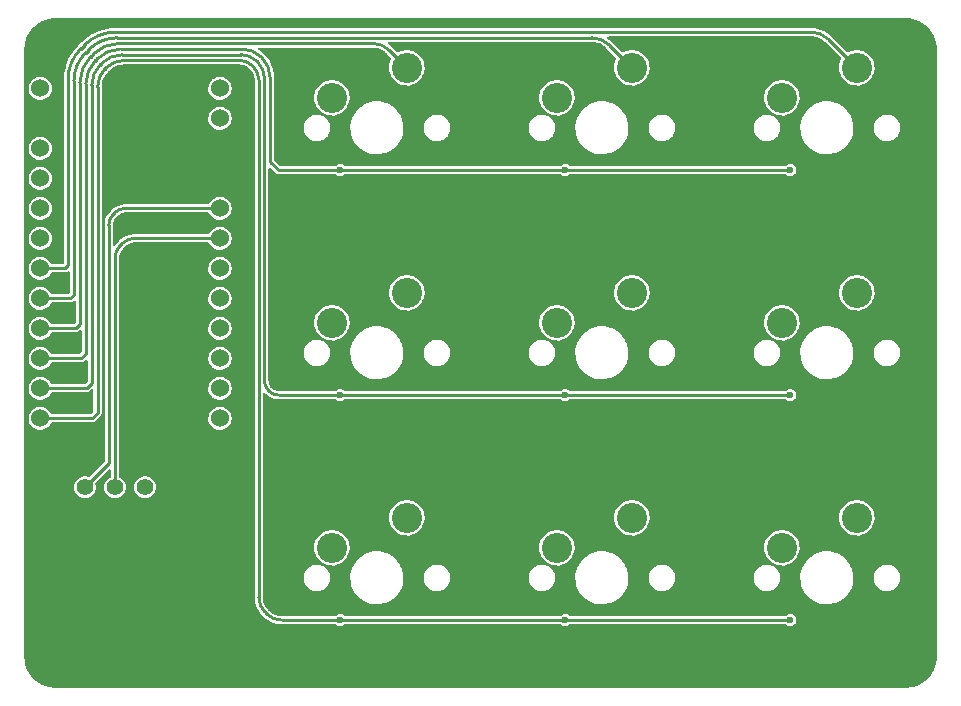
<source format=gbr>
%TF.GenerationSoftware,KiCad,Pcbnew,(6.0.8)*%
%TF.CreationDate,2022-10-26T00:32:36-07:00*%
%TF.ProjectId,zotzotzotv3,7a6f747a-6f74-47a6-9f74-76332e6b6963,rev?*%
%TF.SameCoordinates,Original*%
%TF.FileFunction,Copper,L1,Top*%
%TF.FilePolarity,Positive*%
%FSLAX46Y46*%
G04 Gerber Fmt 4.6, Leading zero omitted, Abs format (unit mm)*
G04 Created by KiCad (PCBNEW (6.0.8)) date 2022-10-26 00:32:36*
%MOMM*%
%LPD*%
G01*
G04 APERTURE LIST*
%TA.AperFunction,ComponentPad*%
%ADD10C,2.550000*%
%TD*%
%TA.AperFunction,ComponentPad*%
%ADD11C,1.397000*%
%TD*%
%TA.AperFunction,ComponentPad*%
%ADD12C,1.524000*%
%TD*%
%TA.AperFunction,ViaPad*%
%ADD13C,0.600000*%
%TD*%
%TA.AperFunction,Conductor*%
%ADD14C,0.250000*%
%TD*%
G04 APERTURE END LIST*
D10*
%TO.P,MX2,1,COL*%
%TO.N,Net-(D4-Pad2)*%
X9602024Y3040000D03*
%TO.P,MX2,2,ROW*%
%TO.N,col0*%
X15952024Y5580000D03*
%TD*%
%TO.P,MX4,1,COL*%
%TO.N,Net-(D2-Pad2)*%
X28652024Y22090000D03*
%TO.P,MX4,2,ROW*%
%TO.N,col1*%
X35002024Y24630000D03*
%TD*%
D11*
%TO.P,J1,1,Pin_1*%
%TO.N,SDA*%
X-11297558Y-10881250D03*
%TO.P,J1,2,Pin_2*%
%TO.N,SCL*%
X-8757558Y-10881250D03*
%TO.P,J1,3,Pin_3*%
%TO.N,+5V*%
X-6217558Y-10881250D03*
%TO.P,J1,4,Pin_4*%
%TO.N,GND*%
X-3677558Y-10881250D03*
%TD*%
D10*
%TO.P,MX5,1,COL*%
%TO.N,Net-(D5-Pad2)*%
X28652024Y3040000D03*
%TO.P,MX5,2,ROW*%
%TO.N,col1*%
X35002024Y5580000D03*
%TD*%
%TO.P,MX3,1,COL*%
%TO.N,Net-(D7-Pad2)*%
X9602024Y-16010000D03*
%TO.P,MX3,2,ROW*%
%TO.N,col0*%
X15952024Y-13470000D03*
%TD*%
%TO.P,MX7,1,COL*%
%TO.N,Net-(D3-Pad2)*%
X47702024Y22090000D03*
%TO.P,MX7,2,ROW*%
%TO.N,col2*%
X54052024Y24630000D03*
%TD*%
%TO.P,MX1,1,COL*%
%TO.N,Net-(D1-Pad2)*%
X9602024Y22090000D03*
%TO.P,MX1,2,ROW*%
%TO.N,col0*%
X15952024Y24630000D03*
%TD*%
%TO.P,MX6,1,COL*%
%TO.N,Net-(D8-Pad2)*%
X28652024Y-16010000D03*
%TO.P,MX6,2,ROW*%
%TO.N,col1*%
X35002024Y-13470000D03*
%TD*%
%TO.P,MX8,1,COL*%
%TO.N,Net-(D6-Pad2)*%
X47702024Y3040000D03*
%TO.P,MX8,2,ROW*%
%TO.N,col2*%
X54052024Y5580000D03*
%TD*%
D12*
%TO.P,U1,1,TX*%
%TO.N,unconnected-(U1-Pad1)*%
X123842Y22896750D03*
%TO.P,U1,2,RX*%
%TO.N,unconnected-(U1-Pad2)*%
X123842Y20356750D03*
%TO.P,U1,3,GND*%
%TO.N,GND*%
X123842Y17816750D03*
%TO.P,U1,4,GND*%
X123842Y15276750D03*
%TO.P,U1,5,SDA*%
%TO.N,SDA*%
X123842Y12736750D03*
%TO.P,U1,6,SCL*%
%TO.N,SCL*%
X123842Y10196750D03*
%TO.P,U1,7,D4*%
%TO.N,unconnected-(U1-Pad7)*%
X123842Y7656750D03*
%TO.P,U1,8,C6*%
%TO.N,unconnected-(U1-Pad8)*%
X123842Y5116750D03*
%TO.P,U1,9,D7*%
%TO.N,unconnected-(U1-Pad9)*%
X123842Y2576750D03*
%TO.P,U1,10,E6*%
%TO.N,unconnected-(U1-Pad10)*%
X123842Y36750D03*
%TO.P,U1,11,B4*%
%TO.N,unconnected-(U1-Pad11)*%
X123842Y-2503250D03*
%TO.P,U1,12,B5*%
%TO.N,unconnected-(U1-Pad12)*%
X123842Y-5043250D03*
%TO.P,U1,13,B6*%
%TO.N,row2*%
X-15096158Y-5043250D03*
%TO.P,U1,14,B2*%
%TO.N,row1*%
X-15096158Y-2503250D03*
%TO.P,U1,15,B3*%
%TO.N,row0*%
X-15096158Y36750D03*
%TO.P,U1,16,B1*%
%TO.N,col0*%
X-15096158Y2576750D03*
%TO.P,U1,17,F7*%
%TO.N,col1*%
X-15096158Y5116750D03*
%TO.P,U1,18,F6*%
%TO.N,col2*%
X-15096158Y7656750D03*
%TO.P,U1,19,F5*%
%TO.N,unconnected-(U1-Pad19)*%
X-15096158Y10196750D03*
%TO.P,U1,20,F4*%
%TO.N,unconnected-(U1-Pad20)*%
X-15096158Y12736750D03*
%TO.P,U1,21,VCC*%
%TO.N,+5V*%
X-15096158Y15276750D03*
%TO.P,U1,22,RST*%
%TO.N,Net-(R1-Pad2)*%
X-15096158Y17816750D03*
%TO.P,U1,23,GND*%
%TO.N,GND*%
X-15096158Y20356750D03*
%TO.P,U1,24,RAW*%
%TO.N,unconnected-(U1-Pad24)*%
X-15096158Y22896750D03*
%TD*%
D10*
%TO.P,MX9,1,COL*%
%TO.N,Net-(D9-Pad2)*%
X47702024Y-16010000D03*
%TO.P,MX9,2,ROW*%
%TO.N,col2*%
X54052024Y-13470000D03*
%TD*%
D13*
%TO.N,row0*%
X10312024Y15968750D03*
X29362024Y15968750D03*
X48412024Y15968750D03*
%TO.N,row1*%
X10312024Y-3081250D03*
X29362024Y-3081250D03*
X48412024Y-3081250D03*
%TO.N,row2*%
X29362024Y-22131250D03*
X48412024Y-22131250D03*
X10312024Y-22131250D03*
%TD*%
D14*
%TO.N,col2*%
X51621527Y27060429D02*
G75*
G03*
X50207347Y27646250I-1414227J-1414129D01*
G01*
%TO.N,col1*%
X31633597Y27169997D02*
G75*
G02*
X33047809Y26584213I3J-1999997D01*
G01*
%TO.N,col0*%
X13059847Y26693797D02*
G75*
G02*
X14474060Y26107962I-47J-1999997D01*
G01*
%TO.N,row1*%
X4238523Y-2708945D02*
G75*
G02*
X3887024Y-1860444I848477J848545D01*
G01*
X4259277Y-2729803D02*
G75*
G03*
X5107830Y-3081250I848523J848603D01*
G01*
%TO.N,row2*%
X4083576Y-21604032D02*
G75*
G03*
X5356358Y-22131250I1272824J1272832D01*
G01*
X3937959Y-21458481D02*
G75*
G02*
X3410774Y-20185666I1272841J1272781D01*
G01*
%TO.N,row0*%
X2023254Y26217467D02*
G75*
G02*
X3578889Y25573135I46J-2199967D01*
G01*
X4363267Y23877480D02*
G75*
G03*
X3718909Y25433115I-2199967J20D01*
G01*
%TO.N,row1*%
X1902936Y25741260D02*
G75*
G02*
X3246438Y25184752I-36J-1900060D01*
G01*
X3330551Y25100689D02*
G75*
G02*
X3887024Y23757162I-1343551J-1343489D01*
G01*
%TO.N,row2*%
X2884796Y24796346D02*
G75*
G03*
X1753450Y25265000I-1131396J-1131346D01*
G01*
X2942151Y24739053D02*
G75*
G02*
X3410774Y23607676I-1131351J-1131353D01*
G01*
%TO.N,col2*%
X-12737541Y23636160D02*
G75*
G02*
X-11653852Y26252454I3699941J40D01*
G01*
X-11343789Y26562571D02*
G75*
G02*
X-8727468Y27646250I2616289J-2616371D01*
G01*
%TO.N,col1*%
X-11241700Y25914566D02*
G75*
G03*
X-12237558Y23510424I2404100J-2404166D01*
G01*
X-10982154Y26174172D02*
G75*
G02*
X-8577982Y27170000I2404154J-2404172D01*
G01*
%TO.N,col0*%
X-8428496Y26693761D02*
G75*
G03*
X-10620526Y25785780I-4J-3099961D01*
G01*
X-11737561Y23384688D02*
G75*
G02*
X-10829588Y25576718I3099961J12D01*
G01*
%TO.N,row0*%
X-11237536Y23258952D02*
G75*
G02*
X-10417457Y25238851I2799936J48D01*
G01*
X-8279010Y26217507D02*
G75*
G03*
X-10258909Y25397399I10J-2800007D01*
G01*
%TO.N,row1*%
X-8129524Y25741281D02*
G75*
G03*
X-9897291Y25009017I24J-2499981D01*
G01*
X-10737581Y23133216D02*
G75*
G02*
X-10005325Y24900983I2499981J-16D01*
G01*
%TO.N,row2*%
X-10237556Y23007480D02*
G75*
G02*
X-9593193Y24563115I2199956J20D01*
G01*
X-7980038Y25265026D02*
G75*
G03*
X-9535672Y24620634I38J-2200026D01*
G01*
%TO.N,SDA*%
X-9288006Y11288433D02*
G75*
G02*
X-8877926Y12278382I1400006J-33D01*
G01*
X-8829640Y12326730D02*
G75*
G02*
X-7839659Y12736750I989940J-990030D01*
G01*
%TO.N,SCL*%
X-8318194Y9588066D02*
G75*
G03*
X-8757558Y8527430I1060594J-1060666D01*
G01*
X-8148890Y9757402D02*
G75*
G02*
X-7088238Y10196750I1060690J-1060702D01*
G01*
%TO.N,row0*%
X5087024Y15968750D02*
X4363274Y16692500D01*
X10312024Y15968750D02*
X5087024Y15968750D01*
X2023254Y26217500D02*
X-8279010Y26217500D01*
X48412024Y15968750D02*
X10312024Y15968750D01*
X-11237558Y418750D02*
X-11619558Y36750D01*
X4363274Y16692500D02*
X4363274Y23877480D01*
X-10258909Y25397399D02*
X-10417457Y25238851D01*
X-11237558Y23258952D02*
X-11237558Y418750D01*
X3718909Y25433115D02*
X3578889Y25573135D01*
X-11619558Y36750D02*
X-15096158Y36750D01*
%TO.N,SDA*%
X-9287976Y-8871668D02*
X-11297558Y-10881250D01*
X-9287976Y11288433D02*
X-9287976Y-8871668D01*
X-8829609Y12326699D02*
X-8877926Y12278382D01*
X123842Y12736750D02*
X-7839659Y12736750D01*
%TO.N,SCL*%
X123842Y10196750D02*
X-7088238Y10196750D01*
X-8757558Y8527430D02*
X-8757558Y-10881250D01*
X-8148898Y9757410D02*
X-8318218Y9588090D01*
%TO.N,col0*%
X-12079558Y2576750D02*
X-11737558Y2918750D01*
X14474061Y26107963D02*
X15952024Y24630000D01*
X-8428496Y26693750D02*
X13059847Y26693750D01*
X-10829589Y25576719D02*
X-10620527Y25785781D01*
X-11737558Y2918750D02*
X-11737558Y23384688D01*
X-15096158Y2576750D02*
X-12079558Y2576750D01*
%TO.N,col1*%
X35002024Y24630000D02*
X33047810Y26584214D01*
X31633597Y27170000D02*
X-8577982Y27170000D01*
X-12237558Y5418750D02*
X-12539558Y5116750D01*
X-12539558Y5116750D02*
X-15096158Y5116750D01*
X-12237558Y23510424D02*
X-12237558Y5418750D01*
X-10982145Y26174163D02*
X-11241721Y25914587D01*
%TO.N,col2*%
X-12999558Y7656750D02*
X-12737558Y7918750D01*
X-15096158Y7656750D02*
X-12999558Y7656750D01*
X-11653853Y26252455D02*
X-11343763Y26562545D01*
X-12737558Y7918750D02*
X-12737558Y23636160D01*
X51621561Y27060463D02*
X54052024Y24630000D01*
X-8727468Y27646250D02*
X50207347Y27646250D01*
%TO.N,row1*%
X-15096158Y-2503250D02*
X-11159558Y-2503250D01*
X-11159558Y-2503250D02*
X-10737558Y-2081250D01*
X4238496Y-2708972D02*
X4259302Y-2729778D01*
X48412024Y-3081250D02*
X10312024Y-3081250D01*
X3246439Y25184753D02*
X3330527Y25100665D01*
X-10005325Y24900983D02*
X-9897291Y25009017D01*
X-8129524Y25741250D02*
X1902936Y25741250D01*
X5107830Y-3081250D02*
X10312024Y-3081250D01*
X3887024Y23757162D02*
X3887024Y-1860444D01*
X-10737558Y-2081250D02*
X-10737558Y23133216D01*
%TO.N,row2*%
X10312024Y-22131250D02*
X5356358Y-22131250D01*
X4083566Y-21604042D02*
X3937982Y-21458458D01*
X2942145Y24739047D02*
X2884821Y24796371D01*
X48412024Y-22131250D02*
X10312024Y-22131250D01*
X-10237558Y23007480D02*
X-10237558Y-4581250D01*
X-9535673Y24620635D02*
X-9593193Y24563115D01*
X3410774Y-20185666D02*
X3410774Y23607676D01*
X-10237558Y-4581250D02*
X-10699558Y-5043250D01*
X-10699558Y-5043250D02*
X-15096158Y-5043250D01*
X1753450Y25265000D02*
X-7980038Y25265000D01*
%TD*%
%TA.AperFunction,Conductor*%
%TO.N,GND*%
G36*
X58168336Y28852405D02*
G01*
X58179522Y28850180D01*
X58190051Y28852274D01*
X58200790Y28852274D01*
X58200790Y28852107D01*
X58210273Y28852773D01*
X58268156Y28849522D01*
X58468660Y28838260D01*
X58480793Y28836894D01*
X58760281Y28789405D01*
X58772178Y28786689D01*
X59044586Y28708208D01*
X59056110Y28704175D01*
X59318019Y28595687D01*
X59329020Y28590389D01*
X59478035Y28508030D01*
X59577125Y28453264D01*
X59587474Y28446761D01*
X59818658Y28282726D01*
X59828215Y28275104D01*
X60039583Y28086211D01*
X60048226Y28077569D01*
X60237119Y27866197D01*
X60244740Y27856640D01*
X60408774Y27625455D01*
X60408775Y27625453D01*
X60415278Y27615103D01*
X60552395Y27367007D01*
X60557699Y27355994D01*
X60666179Y27094097D01*
X60670216Y27082560D01*
X60748691Y26810167D01*
X60751411Y26798250D01*
X60785287Y26598869D01*
X60795344Y26539679D01*
X60798893Y26518788D01*
X60800262Y26506643D01*
X60814774Y26248247D01*
X60814779Y26248151D01*
X60814119Y26238763D01*
X60814298Y26238763D01*
X60814298Y26228028D01*
X60812204Y26217500D01*
X60814298Y26206974D01*
X60814430Y26206310D01*
X60816524Y26185045D01*
X60816524Y-25185045D01*
X60814430Y-25206307D01*
X60812204Y-25217500D01*
X60814298Y-25228027D01*
X60814298Y-25238765D01*
X60814131Y-25238765D01*
X60814797Y-25248247D01*
X60800286Y-25506644D01*
X60798917Y-25518790D01*
X60751434Y-25798256D01*
X60748714Y-25810173D01*
X60670239Y-26082568D01*
X60666202Y-26094105D01*
X60557723Y-26355997D01*
X60552420Y-26367010D01*
X60415291Y-26615129D01*
X60408795Y-26625465D01*
X60329204Y-26737639D01*
X60244754Y-26856660D01*
X60237133Y-26866216D01*
X60048248Y-27077581D01*
X60039605Y-27086225D01*
X59828233Y-27275120D01*
X59818681Y-27282738D01*
X59587475Y-27446789D01*
X59577141Y-27453282D01*
X59329030Y-27590411D01*
X59318029Y-27595709D01*
X59056119Y-27704197D01*
X59044594Y-27708230D01*
X58772187Y-27786711D01*
X58760283Y-27789428D01*
X58480795Y-27836918D01*
X58468680Y-27838283D01*
X58210357Y-27852792D01*
X58200786Y-27852120D01*
X58200786Y-27852274D01*
X58190053Y-27852274D01*
X58179522Y-27850180D01*
X58168337Y-27852405D01*
X58147071Y-27854500D01*
X-13765522Y-27854500D01*
X-13786785Y-27852406D01*
X-13787447Y-27852274D01*
X-13787449Y-27852274D01*
X-13797977Y-27850180D01*
X-13808507Y-27852275D01*
X-13819240Y-27852275D01*
X-13819240Y-27852107D01*
X-13828718Y-27852774D01*
X-14087125Y-27838264D01*
X-14099266Y-27836895D01*
X-14246680Y-27811850D01*
X-14378734Y-27789414D01*
X-14390651Y-27786694D01*
X-14663045Y-27708221D01*
X-14674583Y-27704184D01*
X-14895138Y-27612829D01*
X-14936478Y-27595706D01*
X-14947491Y-27590403D01*
X-15195603Y-27453278D01*
X-15205953Y-27446774D01*
X-15437142Y-27282738D01*
X-15446698Y-27275117D01*
X-15658063Y-27086232D01*
X-15666707Y-27077589D01*
X-15855603Y-26866216D01*
X-15863224Y-26856659D01*
X-16027266Y-26625465D01*
X-16033769Y-26615116D01*
X-16170889Y-26367017D01*
X-16176193Y-26356004D01*
X-16284677Y-26094104D01*
X-16288714Y-26082566D01*
X-16367189Y-25810173D01*
X-16369909Y-25798257D01*
X-16392683Y-25664221D01*
X-16417393Y-25518788D01*
X-16418762Y-25506645D01*
X-16433268Y-25248342D01*
X-16432595Y-25238762D01*
X-16432749Y-25238762D01*
X-16432749Y-25228029D01*
X-16430655Y-25217500D01*
X-16432881Y-25206307D01*
X-16434975Y-25185045D01*
X-16434975Y-10881250D01*
X-12221620Y-10881250D01*
X-12201427Y-11073373D01*
X-12141731Y-11257100D01*
X-12138878Y-11262042D01*
X-12138876Y-11262046D01*
X-12077032Y-11369161D01*
X-12045140Y-11424400D01*
X-11915876Y-11567962D01*
X-11759589Y-11681511D01*
X-11671349Y-11720798D01*
X-11588330Y-11757761D01*
X-11588326Y-11757762D01*
X-11583109Y-11760085D01*
X-11577526Y-11761272D01*
X-11577522Y-11761273D01*
X-11404543Y-11798041D01*
X-11394149Y-11800250D01*
X-11200967Y-11800250D01*
X-11190573Y-11798041D01*
X-11017594Y-11761273D01*
X-11017590Y-11761272D01*
X-11012007Y-11760085D01*
X-11006790Y-11757762D01*
X-11006786Y-11757761D01*
X-10923767Y-11720798D01*
X-10835527Y-11681511D01*
X-10679240Y-11567962D01*
X-10549976Y-11424400D01*
X-10518084Y-11369161D01*
X-10456240Y-11262046D01*
X-10456238Y-11262042D01*
X-10453385Y-11257100D01*
X-10393689Y-11073373D01*
X-10373496Y-10881250D01*
X-10393689Y-10689127D01*
X-10427769Y-10584239D01*
X-10427769Y-10516874D01*
X-10401179Y-10473482D01*
X-9289133Y-9361436D01*
X-9229109Y-9330853D01*
X-9162573Y-9341391D01*
X-9114938Y-9389026D01*
X-9103058Y-9438511D01*
X-9103058Y-9958321D01*
X-9123875Y-10022390D01*
X-9167722Y-10057896D01*
X-9219589Y-10080989D01*
X-9375876Y-10194538D01*
X-9505140Y-10338100D01*
X-9507993Y-10343042D01*
X-9598876Y-10500454D01*
X-9598878Y-10500458D01*
X-9601731Y-10505400D01*
X-9661427Y-10689127D01*
X-9681620Y-10881250D01*
X-9661427Y-11073373D01*
X-9601731Y-11257100D01*
X-9598878Y-11262042D01*
X-9598876Y-11262046D01*
X-9537032Y-11369161D01*
X-9505140Y-11424400D01*
X-9375876Y-11567962D01*
X-9219589Y-11681511D01*
X-9131349Y-11720798D01*
X-9048330Y-11757761D01*
X-9048326Y-11757762D01*
X-9043109Y-11760085D01*
X-9037526Y-11761272D01*
X-9037522Y-11761273D01*
X-8864543Y-11798041D01*
X-8854149Y-11800250D01*
X-8660967Y-11800250D01*
X-8650573Y-11798041D01*
X-8477594Y-11761273D01*
X-8477590Y-11761272D01*
X-8472007Y-11760085D01*
X-8466790Y-11757762D01*
X-8466786Y-11757761D01*
X-8383767Y-11720798D01*
X-8295527Y-11681511D01*
X-8139240Y-11567962D01*
X-8009976Y-11424400D01*
X-7978084Y-11369161D01*
X-7916240Y-11262046D01*
X-7916238Y-11262042D01*
X-7913385Y-11257100D01*
X-7853689Y-11073373D01*
X-7833496Y-10881250D01*
X-7141620Y-10881250D01*
X-7121427Y-11073373D01*
X-7061731Y-11257100D01*
X-7058878Y-11262042D01*
X-7058876Y-11262046D01*
X-6997032Y-11369161D01*
X-6965140Y-11424400D01*
X-6835876Y-11567962D01*
X-6679589Y-11681511D01*
X-6591349Y-11720798D01*
X-6508330Y-11757761D01*
X-6508326Y-11757762D01*
X-6503109Y-11760085D01*
X-6497526Y-11761272D01*
X-6497522Y-11761273D01*
X-6324543Y-11798041D01*
X-6314149Y-11800250D01*
X-6120967Y-11800250D01*
X-6110573Y-11798041D01*
X-5937594Y-11761273D01*
X-5937590Y-11761272D01*
X-5932007Y-11760085D01*
X-5926790Y-11757762D01*
X-5926786Y-11757761D01*
X-5843767Y-11720798D01*
X-5755527Y-11681511D01*
X-5599240Y-11567962D01*
X-5469976Y-11424400D01*
X-5438084Y-11369161D01*
X-5376240Y-11262046D01*
X-5376238Y-11262042D01*
X-5373385Y-11257100D01*
X-5313689Y-11073373D01*
X-5293496Y-10881250D01*
X-5313689Y-10689127D01*
X-5373385Y-10505400D01*
X-5376238Y-10500458D01*
X-5376240Y-10500454D01*
X-5467123Y-10343042D01*
X-5469976Y-10338100D01*
X-5599240Y-10194538D01*
X-5755527Y-10080989D01*
X-5887142Y-10022390D01*
X-5926786Y-10004739D01*
X-5926790Y-10004738D01*
X-5932007Y-10002415D01*
X-5937590Y-10001228D01*
X-5937594Y-10001227D01*
X-6115378Y-9963438D01*
X-6120967Y-9962250D01*
X-6314149Y-9962250D01*
X-6319738Y-9963438D01*
X-6497522Y-10001227D01*
X-6497526Y-10001228D01*
X-6503109Y-10002415D01*
X-6508326Y-10004738D01*
X-6508330Y-10004739D01*
X-6547974Y-10022390D01*
X-6679589Y-10080989D01*
X-6835876Y-10194538D01*
X-6965140Y-10338100D01*
X-6967993Y-10343042D01*
X-7058876Y-10500454D01*
X-7058878Y-10500458D01*
X-7061731Y-10505400D01*
X-7121427Y-10689127D01*
X-7141620Y-10881250D01*
X-7833496Y-10881250D01*
X-7853689Y-10689127D01*
X-7913385Y-10505400D01*
X-7916238Y-10500458D01*
X-7916240Y-10500454D01*
X-8007123Y-10343042D01*
X-8009976Y-10338100D01*
X-8139240Y-10194538D01*
X-8295527Y-10080989D01*
X-8347394Y-10057896D01*
X-8397455Y-10012821D01*
X-8412058Y-9958321D01*
X-8412058Y-5029466D01*
X-863316Y-5029466D01*
X-847193Y-5221468D01*
X-845726Y-5226582D01*
X-845726Y-5226585D01*
X-795554Y-5401556D01*
X-794084Y-5406682D01*
X-706011Y-5578054D01*
X-586329Y-5729054D01*
X-439597Y-5853933D01*
X-271404Y-5947933D01*
X-266336Y-5949580D01*
X-266333Y-5949581D01*
X-218496Y-5965124D01*
X-88156Y-6007474D01*
X-82864Y-6008105D01*
X97873Y-6029656D01*
X97876Y-6029656D01*
X103167Y-6030287D01*
X183845Y-6024079D01*
X289965Y-6015914D01*
X289968Y-6015914D01*
X295277Y-6015505D01*
X373132Y-5993768D01*
X475723Y-5965124D01*
X475728Y-5965122D01*
X480857Y-5963690D01*
X652839Y-5876816D01*
X657040Y-5873534D01*
X657043Y-5873532D01*
X800472Y-5761473D01*
X804672Y-5758192D01*
X808149Y-5754164D01*
X808153Y-5754160D01*
X927094Y-5616364D01*
X930572Y-5612335D01*
X933203Y-5607704D01*
X1023107Y-5449443D01*
X1023109Y-5449440D01*
X1025743Y-5444802D01*
X1027428Y-5439737D01*
X1084880Y-5267032D01*
X1084881Y-5267030D01*
X1086562Y-5261975D01*
X1110711Y-5070816D01*
X1111096Y-5043250D01*
X1092294Y-4851491D01*
X1036604Y-4667037D01*
X1028349Y-4651510D01*
X948653Y-4501626D01*
X946147Y-4496912D01*
X933498Y-4481402D01*
X827737Y-4351727D01*
X824369Y-4347597D01*
X817558Y-4341962D01*
X680012Y-4228175D01*
X675907Y-4224779D01*
X506418Y-4133137D01*
X489449Y-4127884D01*
X327448Y-4077736D01*
X327449Y-4077736D01*
X322357Y-4076160D01*
X317059Y-4075603D01*
X317058Y-4075603D01*
X267563Y-4070401D01*
X130734Y-4056020D01*
X125427Y-4056503D01*
X125426Y-4056503D01*
X34792Y-4064751D01*
X-61151Y-4073483D01*
X-75601Y-4077736D01*
X-240874Y-4126378D01*
X-240877Y-4126379D01*
X-245990Y-4127884D01*
X-416742Y-4217151D01*
X-420892Y-4220488D01*
X-420897Y-4220491D01*
X-546926Y-4321822D01*
X-566903Y-4337884D01*
X-570324Y-4341961D01*
X-570325Y-4341962D01*
X-651028Y-4438140D01*
X-690755Y-4485484D01*
X-783578Y-4654329D01*
X-841838Y-4837988D01*
X-863316Y-5029466D01*
X-8412058Y-5029466D01*
X-8412058Y-2489466D01*
X-863316Y-2489466D01*
X-847193Y-2681468D01*
X-845726Y-2686582D01*
X-845726Y-2686585D01*
X-795554Y-2861556D01*
X-794084Y-2866682D01*
X-706011Y-3038054D01*
X-586329Y-3189054D01*
X-582273Y-3192506D01*
X-545076Y-3224163D01*
X-439597Y-3313933D01*
X-271404Y-3407933D01*
X-266336Y-3409580D01*
X-266333Y-3409581D01*
X-134318Y-3452475D01*
X-88156Y-3467474D01*
X-82864Y-3468105D01*
X97873Y-3489656D01*
X97876Y-3489656D01*
X103167Y-3490287D01*
X183845Y-3484079D01*
X289965Y-3475914D01*
X289968Y-3475914D01*
X295277Y-3475505D01*
X377761Y-3452475D01*
X475723Y-3425124D01*
X475728Y-3425122D01*
X480857Y-3423690D01*
X652839Y-3336816D01*
X657040Y-3333534D01*
X657043Y-3333532D01*
X800472Y-3221473D01*
X804672Y-3218192D01*
X808149Y-3214164D01*
X808153Y-3214160D01*
X927094Y-3076364D01*
X930572Y-3072335D01*
X933203Y-3067704D01*
X1023107Y-2909443D01*
X1023109Y-2909440D01*
X1025743Y-2904802D01*
X1036359Y-2872890D01*
X1084880Y-2727032D01*
X1084881Y-2727030D01*
X1086562Y-2721975D01*
X1110711Y-2530816D01*
X1111096Y-2503250D01*
X1092294Y-2311491D01*
X1036604Y-2127037D01*
X1030809Y-2116137D01*
X970358Y-2002447D01*
X946147Y-1956912D01*
X933498Y-1941402D01*
X850474Y-1839605D01*
X824369Y-1807597D01*
X817558Y-1801962D01*
X680012Y-1688175D01*
X675907Y-1684779D01*
X506418Y-1593137D01*
X489449Y-1587884D01*
X327448Y-1537736D01*
X327449Y-1537736D01*
X322357Y-1536160D01*
X317059Y-1535603D01*
X317058Y-1535603D01*
X267563Y-1530401D01*
X130734Y-1516020D01*
X125427Y-1516503D01*
X125426Y-1516503D01*
X34791Y-1524752D01*
X-61151Y-1533483D01*
X-75601Y-1537736D01*
X-240874Y-1586378D01*
X-240877Y-1586379D01*
X-245990Y-1587884D01*
X-416742Y-1677151D01*
X-420892Y-1680488D01*
X-420897Y-1680491D01*
X-495287Y-1740303D01*
X-566903Y-1797884D01*
X-570324Y-1801961D01*
X-570325Y-1801962D01*
X-586025Y-1820673D01*
X-690755Y-1945484D01*
X-783578Y-2114329D01*
X-841838Y-2297988D01*
X-842432Y-2303284D01*
X-861743Y-2475446D01*
X-863316Y-2489466D01*
X-8412058Y-2489466D01*
X-8412058Y50534D01*
X-863316Y50534D01*
X-847193Y-141468D01*
X-845726Y-146582D01*
X-845726Y-146585D01*
X-797480Y-314839D01*
X-794084Y-326682D01*
X-706011Y-498054D01*
X-586329Y-649054D01*
X-582273Y-652506D01*
X-552092Y-678192D01*
X-439597Y-773933D01*
X-271404Y-867933D01*
X-266336Y-869580D01*
X-266333Y-869581D01*
X-97795Y-924342D01*
X-88156Y-927474D01*
X-82864Y-928105D01*
X97873Y-949656D01*
X97876Y-949656D01*
X103167Y-950287D01*
X183845Y-944079D01*
X289965Y-935914D01*
X289968Y-935914D01*
X295277Y-935505D01*
X373132Y-913768D01*
X475723Y-885124D01*
X475728Y-885122D01*
X480857Y-883690D01*
X652839Y-796816D01*
X657040Y-793534D01*
X657043Y-793532D01*
X739043Y-729466D01*
X804672Y-678192D01*
X808149Y-674164D01*
X808153Y-674160D01*
X893246Y-575578D01*
X930572Y-532335D01*
X933203Y-527704D01*
X1023107Y-369443D01*
X1023109Y-369440D01*
X1025743Y-364802D01*
X1027428Y-359737D01*
X1084880Y-187032D01*
X1084881Y-187030D01*
X1086562Y-181975D01*
X1110711Y9184D01*
X1111096Y36750D01*
X1092294Y228509D01*
X1036604Y412963D01*
X1027363Y430344D01*
X963716Y550045D01*
X946147Y583088D01*
X933498Y598598D01*
X896079Y644478D01*
X824369Y732403D01*
X817558Y738038D01*
X680012Y851825D01*
X675907Y855221D01*
X506418Y946863D01*
X489449Y952116D01*
X327448Y1002264D01*
X327449Y1002264D01*
X322357Y1003840D01*
X317059Y1004397D01*
X317058Y1004397D01*
X267563Y1009599D01*
X130734Y1023980D01*
X125427Y1023497D01*
X125426Y1023497D01*
X34791Y1015248D01*
X-61151Y1006517D01*
X-75601Y1002264D01*
X-240874Y953622D01*
X-240877Y953621D01*
X-245990Y952116D01*
X-416742Y862849D01*
X-420892Y859512D01*
X-420897Y859509D01*
X-528888Y772681D01*
X-566903Y742116D01*
X-570324Y738039D01*
X-570325Y738038D01*
X-636389Y659306D01*
X-690755Y594516D01*
X-693321Y589849D01*
X-693322Y589847D01*
X-773079Y444769D01*
X-783578Y425671D01*
X-841838Y242012D01*
X-842432Y236716D01*
X-859490Y84640D01*
X-863316Y50534D01*
X-8412058Y50534D01*
X-8412058Y2590534D01*
X-863316Y2590534D01*
X-847193Y2398532D01*
X-845726Y2393418D01*
X-845726Y2393415D01*
X-795554Y2218444D01*
X-794084Y2213318D01*
X-772108Y2170557D01*
X-717476Y2064255D01*
X-706011Y2041946D01*
X-586329Y1890946D01*
X-439597Y1766067D01*
X-271404Y1672067D01*
X-266336Y1670420D01*
X-266333Y1670419D01*
X-124925Y1624473D01*
X-88156Y1612526D01*
X-82864Y1611895D01*
X97873Y1590344D01*
X97876Y1590344D01*
X103167Y1589713D01*
X203108Y1597403D01*
X289965Y1604086D01*
X289968Y1604086D01*
X295277Y1604495D01*
X373132Y1626232D01*
X475723Y1654876D01*
X475728Y1654878D01*
X480857Y1656310D01*
X652839Y1743184D01*
X657040Y1746466D01*
X657043Y1746468D01*
X800472Y1858527D01*
X804672Y1861808D01*
X808149Y1865836D01*
X808153Y1865840D01*
X927094Y2003636D01*
X930572Y2007665D01*
X933203Y2012296D01*
X1023107Y2170557D01*
X1023109Y2170560D01*
X1025743Y2175198D01*
X1027428Y2180263D01*
X1084880Y2352968D01*
X1084881Y2352970D01*
X1086562Y2358025D01*
X1110711Y2549184D01*
X1111096Y2576750D01*
X1092294Y2768509D01*
X1036604Y2952963D01*
X1030830Y2963824D01*
X948653Y3118374D01*
X946147Y3123088D01*
X933498Y3138598D01*
X827737Y3268273D01*
X824369Y3272403D01*
X817558Y3278038D01*
X680012Y3391825D01*
X675907Y3395221D01*
X506418Y3486863D01*
X489449Y3492116D01*
X327448Y3542264D01*
X327449Y3542264D01*
X322357Y3543840D01*
X317059Y3544397D01*
X317058Y3544397D01*
X267563Y3549599D01*
X130734Y3563980D01*
X125427Y3563497D01*
X125426Y3563497D01*
X66816Y3558163D01*
X-61151Y3546517D01*
X-75601Y3542264D01*
X-240874Y3493622D01*
X-240877Y3493621D01*
X-245990Y3492116D01*
X-416742Y3402849D01*
X-420892Y3399512D01*
X-420897Y3399509D01*
X-546926Y3298178D01*
X-566903Y3282116D01*
X-690755Y3134516D01*
X-693321Y3129849D01*
X-693322Y3129847D01*
X-744317Y3037087D01*
X-783578Y2965671D01*
X-841838Y2782012D01*
X-842432Y2776716D01*
X-861484Y2606863D01*
X-863316Y2590534D01*
X-8412058Y2590534D01*
X-8412058Y5130534D01*
X-863316Y5130534D01*
X-847193Y4938532D01*
X-845726Y4933418D01*
X-845726Y4933415D01*
X-795554Y4758444D01*
X-794084Y4753318D01*
X-772108Y4710557D01*
X-717476Y4604255D01*
X-706011Y4581946D01*
X-586329Y4430946D01*
X-582273Y4427494D01*
X-575002Y4421306D01*
X-439597Y4306067D01*
X-271404Y4212067D01*
X-266336Y4210420D01*
X-266333Y4210419D01*
X-126095Y4164853D01*
X-88156Y4152526D01*
X-82864Y4151895D01*
X97873Y4130344D01*
X97876Y4130344D01*
X103167Y4129713D01*
X204213Y4137488D01*
X289965Y4144086D01*
X289968Y4144086D01*
X295277Y4144495D01*
X373132Y4166232D01*
X475723Y4194876D01*
X475728Y4194878D01*
X480857Y4196310D01*
X652839Y4283184D01*
X657040Y4286466D01*
X657043Y4286468D01*
X800472Y4398527D01*
X804672Y4401808D01*
X808149Y4405836D01*
X808153Y4405840D01*
X918070Y4533181D01*
X930572Y4547665D01*
X933203Y4552296D01*
X1023107Y4710557D01*
X1023109Y4710560D01*
X1025743Y4715198D01*
X1027428Y4720263D01*
X1084880Y4892968D01*
X1084881Y4892970D01*
X1086562Y4898025D01*
X1110711Y5089184D01*
X1111096Y5116750D01*
X1092294Y5308509D01*
X1036604Y5492963D01*
X1030830Y5503824D01*
X988781Y5582905D01*
X946147Y5663088D01*
X933498Y5678598D01*
X827737Y5808273D01*
X824369Y5812403D01*
X817558Y5818038D01*
X680012Y5931825D01*
X675907Y5935221D01*
X506418Y6026863D01*
X489449Y6032116D01*
X327448Y6082264D01*
X327449Y6082264D01*
X322357Y6083840D01*
X317059Y6084397D01*
X317058Y6084397D01*
X267563Y6089599D01*
X130734Y6103980D01*
X125427Y6103497D01*
X125426Y6103497D01*
X66816Y6098163D01*
X-61151Y6086517D01*
X-75601Y6082264D01*
X-240874Y6033622D01*
X-240877Y6033621D01*
X-245990Y6032116D01*
X-416742Y5942849D01*
X-420892Y5939512D01*
X-420897Y5939509D01*
X-546926Y5838178D01*
X-566903Y5822116D01*
X-690755Y5674516D01*
X-693321Y5669849D01*
X-693322Y5669847D01*
X-744317Y5577087D01*
X-783578Y5505671D01*
X-841838Y5322012D01*
X-863316Y5130534D01*
X-8412058Y5130534D01*
X-8412058Y7670534D01*
X-863316Y7670534D01*
X-847193Y7478532D01*
X-845726Y7473418D01*
X-845726Y7473415D01*
X-795554Y7298444D01*
X-794084Y7293318D01*
X-706011Y7121946D01*
X-586329Y6970946D01*
X-582273Y6967494D01*
X-575002Y6961306D01*
X-439597Y6846067D01*
X-271404Y6752067D01*
X-266336Y6750420D01*
X-266333Y6750419D01*
X-218496Y6734876D01*
X-88156Y6692526D01*
X-82864Y6691895D01*
X97873Y6670344D01*
X97876Y6670344D01*
X103167Y6669713D01*
X204213Y6677488D01*
X289965Y6684086D01*
X289968Y6684086D01*
X295277Y6684495D01*
X373132Y6706232D01*
X475723Y6734876D01*
X475728Y6734878D01*
X480857Y6736310D01*
X652839Y6823184D01*
X657040Y6826466D01*
X657043Y6826468D01*
X800472Y6938527D01*
X804672Y6941808D01*
X808149Y6945836D01*
X808153Y6945840D01*
X918070Y7073181D01*
X930572Y7087665D01*
X933203Y7092296D01*
X1023107Y7250557D01*
X1023109Y7250560D01*
X1025743Y7255198D01*
X1027428Y7260263D01*
X1084880Y7432968D01*
X1084881Y7432970D01*
X1086562Y7438025D01*
X1110711Y7629184D01*
X1111096Y7656750D01*
X1092294Y7848509D01*
X1036604Y8032963D01*
X1029045Y8047181D01*
X948653Y8198374D01*
X946147Y8203088D01*
X933498Y8218598D01*
X827737Y8348273D01*
X824369Y8352403D01*
X817558Y8358038D01*
X680012Y8471825D01*
X675907Y8475221D01*
X506418Y8566863D01*
X489449Y8572116D01*
X327448Y8622264D01*
X327449Y8622264D01*
X322357Y8623840D01*
X317059Y8624397D01*
X317058Y8624397D01*
X267563Y8629599D01*
X130734Y8643980D01*
X125427Y8643497D01*
X125426Y8643497D01*
X34792Y8635249D01*
X-61151Y8626517D01*
X-75601Y8622264D01*
X-240874Y8573622D01*
X-240877Y8573621D01*
X-245990Y8572116D01*
X-416742Y8482849D01*
X-420892Y8479512D01*
X-420897Y8479509D01*
X-546926Y8378178D01*
X-566903Y8362116D01*
X-690755Y8214516D01*
X-783578Y8045671D01*
X-841838Y7862012D01*
X-863316Y7670534D01*
X-8412058Y7670534D01*
X-8412058Y8487660D01*
X-8410402Y8506590D01*
X-8408384Y8518033D01*
X-8406728Y8527423D01*
X-8408384Y8536815D01*
X-8408384Y8542567D01*
X-8409325Y8562146D01*
X-8408953Y8566863D01*
X-8398514Y8699471D01*
X-8395838Y8716364D01*
X-8357549Y8875834D01*
X-8352263Y8892101D01*
X-8289495Y9043623D01*
X-8281738Y9058848D01*
X-8196036Y9198690D01*
X-8185985Y9212522D01*
X-8096432Y9317369D01*
X-8082283Y9330220D01*
X-8077968Y9334535D01*
X-8070152Y9340007D01*
X-8058006Y9357351D01*
X-8045800Y9371897D01*
X-7932715Y9484983D01*
X-7918161Y9497196D01*
X-7900825Y9509334D01*
X-7895356Y9517144D01*
X-7891216Y9521284D01*
X-7878137Y9535684D01*
X-7773346Y9625183D01*
X-7759525Y9635226D01*
X-7619670Y9720929D01*
X-7604438Y9728690D01*
X-7452917Y9791454D01*
X-7436650Y9796740D01*
X-7277175Y9835029D01*
X-7260283Y9837705D01*
X-7210289Y9841641D01*
X-7122950Y9848517D01*
X-7103360Y9847576D01*
X-7097621Y9847576D01*
X-7088229Y9845920D01*
X-7078839Y9847576D01*
X-7067396Y9849594D01*
X-7048465Y9851250D01*
X-869834Y9851250D01*
X-805765Y9830433D01*
X-772888Y9792074D01*
X-706011Y9661946D01*
X-586329Y9510946D01*
X-439597Y9386067D01*
X-271404Y9292067D01*
X-266336Y9290420D01*
X-266333Y9290419D01*
X-218496Y9274876D01*
X-88156Y9232526D01*
X-82864Y9231895D01*
X97873Y9210344D01*
X97876Y9210344D01*
X103167Y9209713D01*
X183845Y9215921D01*
X289965Y9224086D01*
X289968Y9224086D01*
X295277Y9224495D01*
X373132Y9246232D01*
X475723Y9274876D01*
X475728Y9274878D01*
X480857Y9276310D01*
X652839Y9363184D01*
X657040Y9366466D01*
X657043Y9366468D01*
X800472Y9478527D01*
X804672Y9481808D01*
X808149Y9485836D01*
X808153Y9485840D01*
X927094Y9623636D01*
X930572Y9627665D01*
X945135Y9653301D01*
X1023107Y9790557D01*
X1023109Y9790560D01*
X1025743Y9795198D01*
X1036495Y9827518D01*
X1084880Y9972968D01*
X1084881Y9972970D01*
X1086562Y9978025D01*
X1110711Y10169184D01*
X1111096Y10196750D01*
X1092294Y10388509D01*
X1036604Y10572963D01*
X1027363Y10590344D01*
X948653Y10738374D01*
X946147Y10743088D01*
X933498Y10758598D01*
X827737Y10888273D01*
X824369Y10892403D01*
X817558Y10898038D01*
X680012Y11011825D01*
X675907Y11015221D01*
X506418Y11106863D01*
X489449Y11112116D01*
X327448Y11162264D01*
X327449Y11162264D01*
X322357Y11163840D01*
X317059Y11164397D01*
X317058Y11164397D01*
X267563Y11169599D01*
X130734Y11183980D01*
X125427Y11183497D01*
X125426Y11183497D01*
X34791Y11175248D01*
X-61151Y11166517D01*
X-75601Y11162264D01*
X-240874Y11113622D01*
X-240877Y11113621D01*
X-245990Y11112116D01*
X-416742Y11022849D01*
X-420892Y11019512D01*
X-420897Y11019509D01*
X-546926Y10918178D01*
X-566903Y10902116D01*
X-690755Y10754516D01*
X-693320Y10749850D01*
X-693327Y10749840D01*
X-776395Y10598739D01*
X-825502Y10552624D01*
X-871912Y10542250D01*
X-7048483Y10542250D01*
X-7067408Y10543906D01*
X-7078853Y10545924D01*
X-7078854Y10545924D01*
X-7088247Y10547580D01*
X-7097642Y10545923D01*
X-7098975Y10545923D01*
X-7106548Y10545010D01*
X-7329646Y10530382D01*
X-7333152Y10529684D01*
X-7333156Y10529684D01*
X-7447042Y10507028D01*
X-7566915Y10483182D01*
X-7570292Y10482036D01*
X-7570298Y10482034D01*
X-7792616Y10406564D01*
X-7792620Y10406562D01*
X-7795994Y10405417D01*
X-7799191Y10403841D01*
X-7799192Y10403840D01*
X-8009763Y10299996D01*
X-8009768Y10299993D01*
X-8012962Y10298418D01*
X-8214110Y10164015D01*
X-8216787Y10161668D01*
X-8216794Y10161662D01*
X-8382125Y10016672D01*
X-8388245Y10011869D01*
X-8389157Y10010957D01*
X-8396971Y10005486D01*
X-8402443Y9997671D01*
X-8402444Y9997670D01*
X-8409111Y9988149D01*
X-8421325Y9973593D01*
X-8534398Y9860521D01*
X-8548955Y9848306D01*
X-8566284Y9836173D01*
X-8571752Y9828364D01*
X-8572598Y9827518D01*
X-8577589Y9821159D01*
X-8724806Y9653301D01*
X-8726792Y9650329D01*
X-8726795Y9650325D01*
X-8742848Y9626301D01*
X-8795752Y9584597D01*
X-8863066Y9581954D01*
X-8919078Y9619382D01*
X-8942476Y9686861D01*
X-8942476Y11248661D01*
X-8940820Y11267592D01*
X-8938802Y11279036D01*
X-8937146Y11288425D01*
X-8938801Y11297814D01*
X-8938801Y11303239D01*
X-8939763Y11323265D01*
X-8930192Y11444835D01*
X-8927516Y11461727D01*
X-8892890Y11605944D01*
X-8887604Y11622212D01*
X-8830839Y11759242D01*
X-8823079Y11774472D01*
X-8745576Y11900935D01*
X-8735524Y11914770D01*
X-8701605Y11954481D01*
X-8656245Y12007588D01*
X-8641743Y12020759D01*
X-8637669Y12024832D01*
X-8629859Y12030301D01*
X-8624390Y12038111D01*
X-8624386Y12038115D01*
X-8620981Y12042978D01*
X-8594209Y12069747D01*
X-8589360Y12073142D01*
X-8589359Y12073143D01*
X-8581546Y12078613D01*
X-8576075Y12086426D01*
X-8572335Y12090166D01*
X-8558730Y12105144D01*
X-8466035Y12184305D01*
X-8452198Y12194357D01*
X-8325734Y12271848D01*
X-8310496Y12279611D01*
X-8173460Y12336367D01*
X-8157194Y12341651D01*
X-8012972Y12376270D01*
X-7996082Y12378945D01*
X-7970432Y12380963D01*
X-7874392Y12388518D01*
X-7854802Y12387577D01*
X-7849063Y12387577D01*
X-7839669Y12385920D01*
X-7818823Y12389595D01*
X-7799899Y12391250D01*
X-869834Y12391250D01*
X-805765Y12370433D01*
X-772888Y12332074D01*
X-741936Y12271848D01*
X-706011Y12201946D01*
X-586329Y12050946D01*
X-582273Y12047494D01*
X-480695Y11961044D01*
X-439597Y11926067D01*
X-271404Y11832067D01*
X-266336Y11830420D01*
X-266333Y11830419D01*
X-218496Y11814876D01*
X-88156Y11772526D01*
X-82864Y11771895D01*
X97873Y11750344D01*
X97876Y11750344D01*
X103167Y11749713D01*
X183845Y11755921D01*
X289965Y11764086D01*
X289968Y11764086D01*
X295277Y11764495D01*
X373132Y11786232D01*
X475723Y11814876D01*
X475728Y11814878D01*
X480857Y11816310D01*
X652839Y11903184D01*
X657040Y11906466D01*
X657043Y11906468D01*
X739043Y11970534D01*
X804672Y12021808D01*
X808149Y12025836D01*
X808153Y12025840D01*
X927094Y12163636D01*
X930572Y12167665D01*
X945735Y12194357D01*
X1023107Y12330557D01*
X1023109Y12330560D01*
X1025743Y12335198D01*
X1027890Y12341651D01*
X1084880Y12512968D01*
X1084881Y12512970D01*
X1086562Y12518025D01*
X1110711Y12709184D01*
X1111096Y12736750D01*
X1092294Y12928509D01*
X1036604Y13112963D01*
X1027363Y13130344D01*
X948653Y13278374D01*
X946147Y13283088D01*
X933498Y13298598D01*
X827737Y13428273D01*
X824369Y13432403D01*
X817558Y13438038D01*
X680012Y13551825D01*
X675907Y13555221D01*
X506418Y13646863D01*
X489449Y13652116D01*
X327448Y13702264D01*
X327449Y13702264D01*
X322357Y13703840D01*
X317059Y13704397D01*
X317058Y13704397D01*
X267563Y13709599D01*
X130734Y13723980D01*
X125427Y13723497D01*
X125426Y13723497D01*
X34791Y13715248D01*
X-61151Y13706517D01*
X-75601Y13702264D01*
X-240874Y13653622D01*
X-240877Y13653621D01*
X-245990Y13652116D01*
X-416742Y13562849D01*
X-420892Y13559512D01*
X-420897Y13559509D01*
X-546926Y13458178D01*
X-566903Y13442116D01*
X-690755Y13294516D01*
X-693320Y13289850D01*
X-693327Y13289840D01*
X-776395Y13138739D01*
X-825502Y13092624D01*
X-871912Y13082250D01*
X-7799891Y13082250D01*
X-7818822Y13083907D01*
X-7830256Y13085924D01*
X-7830259Y13085924D01*
X-7839649Y13087580D01*
X-7849038Y13085925D01*
X-7849474Y13085925D01*
X-7859888Y13084669D01*
X-7948840Y13078842D01*
X-8064420Y13071270D01*
X-8064423Y13071270D01*
X-8067973Y13071037D01*
X-8071463Y13070343D01*
X-8071470Y13070342D01*
X-8209892Y13042812D01*
X-8292392Y13026405D01*
X-8509066Y12952863D01*
X-8714287Y12851669D01*
X-8717258Y12849684D01*
X-8901581Y12726535D01*
X-8901585Y12726532D01*
X-8904544Y12724555D01*
X-8907219Y12722209D01*
X-8907222Y12722207D01*
X-9061625Y12586811D01*
X-9069419Y12580695D01*
X-9069860Y12580254D01*
X-9077672Y12574785D01*
X-9086556Y12562098D01*
X-9113323Y12535334D01*
X-9125993Y12526463D01*
X-9131466Y12518647D01*
X-9131772Y12518341D01*
X-9138254Y12510083D01*
X-9262363Y12368573D01*
X-9275745Y12353315D01*
X-9277725Y12350351D01*
X-9277731Y12350344D01*
X-9330182Y12271848D01*
X-9402872Y12163066D01*
X-9504080Y11957851D01*
X-9577635Y11741182D01*
X-9622280Y11516765D01*
X-9634967Y11323265D01*
X-9635941Y11308418D01*
X-9637150Y11298391D01*
X-9637150Y11297832D01*
X-9638806Y11288441D01*
X-9637150Y11279048D01*
X-9635132Y11267602D01*
X-9633476Y11248677D01*
X-9633476Y-8683407D01*
X-9654293Y-8747476D01*
X-9665401Y-8760482D01*
X-10886608Y-9981689D01*
X-10946632Y-10012272D01*
X-11000907Y-10005129D01*
X-11001354Y-10006504D01*
X-11006790Y-10004738D01*
X-11012007Y-10002415D01*
X-11017593Y-10001228D01*
X-11017595Y-10001227D01*
X-11195378Y-9963438D01*
X-11200967Y-9962250D01*
X-11394149Y-9962250D01*
X-11399738Y-9963438D01*
X-11577522Y-10001227D01*
X-11577526Y-10001228D01*
X-11583109Y-10002415D01*
X-11588326Y-10004738D01*
X-11588330Y-10004739D01*
X-11627974Y-10022390D01*
X-11759589Y-10080989D01*
X-11915876Y-10194538D01*
X-12045140Y-10338100D01*
X-12047993Y-10343042D01*
X-12138876Y-10500454D01*
X-12138878Y-10500458D01*
X-12141731Y-10505400D01*
X-12201427Y-10689127D01*
X-12221620Y-10881250D01*
X-16434975Y-10881250D01*
X-16434975Y-5029466D01*
X-16083316Y-5029466D01*
X-16067193Y-5221468D01*
X-16065726Y-5226582D01*
X-16065726Y-5226585D01*
X-16015554Y-5401556D01*
X-16014084Y-5406682D01*
X-15926011Y-5578054D01*
X-15806329Y-5729054D01*
X-15659597Y-5853933D01*
X-15491404Y-5947933D01*
X-15486336Y-5949580D01*
X-15486333Y-5949581D01*
X-15438496Y-5965124D01*
X-15308156Y-6007474D01*
X-15302864Y-6008105D01*
X-15122127Y-6029656D01*
X-15122124Y-6029656D01*
X-15116833Y-6030287D01*
X-15036155Y-6024079D01*
X-14930035Y-6015914D01*
X-14930032Y-6015914D01*
X-14924723Y-6015505D01*
X-14846868Y-5993768D01*
X-14744277Y-5965124D01*
X-14744272Y-5965122D01*
X-14739143Y-5963690D01*
X-14567161Y-5876816D01*
X-14562960Y-5873534D01*
X-14562957Y-5873532D01*
X-14419528Y-5761473D01*
X-14415328Y-5758192D01*
X-14411851Y-5754164D01*
X-14411847Y-5754160D01*
X-14292906Y-5616364D01*
X-14289428Y-5612335D01*
X-14272330Y-5582238D01*
X-14194257Y-5444802D01*
X-14192046Y-5446058D01*
X-14153558Y-5403338D01*
X-14099085Y-5388750D01*
X-10719401Y-5388750D01*
X-10709902Y-5389165D01*
X-10668981Y-5392745D01*
X-10646382Y-5386690D01*
X-10629301Y-5382113D01*
X-10620019Y-5380055D01*
X-10588957Y-5374578D01*
X-10588956Y-5374577D01*
X-10579567Y-5372922D01*
X-10571309Y-5368154D01*
X-10565811Y-5366153D01*
X-10560505Y-5363679D01*
X-10551291Y-5361210D01*
X-10517635Y-5337644D01*
X-10509625Y-5332541D01*
X-10494764Y-5323961D01*
X-10474049Y-5312001D01*
X-10447653Y-5280544D01*
X-10441231Y-5273534D01*
X-10007286Y-4839588D01*
X-10000275Y-4833164D01*
X-9976112Y-4812889D01*
X-9976111Y-4812888D01*
X-9968807Y-4806759D01*
X-9964037Y-4798498D01*
X-9948264Y-4771179D01*
X-9943162Y-4763170D01*
X-9919598Y-4729517D01*
X-9917130Y-4720305D01*
X-9914655Y-4714998D01*
X-9912653Y-4709498D01*
X-9907886Y-4701241D01*
X-9900754Y-4660793D01*
X-9898696Y-4651510D01*
X-9890531Y-4621037D01*
X-9890531Y-4621036D01*
X-9888063Y-4611826D01*
X-9891643Y-4570905D01*
X-9892058Y-4561406D01*
X-9892058Y20370534D01*
X-863316Y20370534D01*
X-847193Y20178532D01*
X-845726Y20173418D01*
X-845726Y20173415D01*
X-795554Y19998444D01*
X-794084Y19993318D01*
X-706011Y19821946D01*
X-702696Y19817763D01*
X-702695Y19817762D01*
X-692026Y19804301D01*
X-586329Y19670946D01*
X-439597Y19546067D01*
X-271404Y19452067D01*
X-266336Y19450420D01*
X-266333Y19450419D01*
X-218496Y19434876D01*
X-88156Y19392526D01*
X-82864Y19391895D01*
X97873Y19370344D01*
X97876Y19370344D01*
X103167Y19369713D01*
X183845Y19375921D01*
X289965Y19384086D01*
X289968Y19384086D01*
X295277Y19384495D01*
X373132Y19406232D01*
X475723Y19434876D01*
X475728Y19434878D01*
X480857Y19436310D01*
X652839Y19523184D01*
X657040Y19526466D01*
X657043Y19526468D01*
X739043Y19590534D01*
X804672Y19641808D01*
X808149Y19645836D01*
X808153Y19645840D01*
X927094Y19783636D01*
X930572Y19787665D01*
X938000Y19800741D01*
X1023107Y19950557D01*
X1023109Y19950560D01*
X1025743Y19955198D01*
X1027428Y19960263D01*
X1084880Y20132968D01*
X1084881Y20132970D01*
X1086562Y20138025D01*
X1110711Y20329184D01*
X1111096Y20356750D01*
X1092294Y20548509D01*
X1036604Y20732963D01*
X1027363Y20750344D01*
X967135Y20863615D01*
X946147Y20903088D01*
X933498Y20918598D01*
X854883Y21014989D01*
X824369Y21052403D01*
X817558Y21058038D01*
X680012Y21171825D01*
X675907Y21175221D01*
X506418Y21266863D01*
X489449Y21272116D01*
X327448Y21322264D01*
X327449Y21322264D01*
X322357Y21323840D01*
X317059Y21324397D01*
X317058Y21324397D01*
X267563Y21329599D01*
X130734Y21343980D01*
X125427Y21343497D01*
X125426Y21343497D01*
X34791Y21335248D01*
X-61151Y21326517D01*
X-130645Y21306064D01*
X-240874Y21273622D01*
X-240877Y21273621D01*
X-245990Y21272116D01*
X-416742Y21182849D01*
X-420892Y21179512D01*
X-420897Y21179509D01*
X-546926Y21078178D01*
X-566903Y21062116D01*
X-570324Y21058039D01*
X-570325Y21058038D01*
X-666158Y20943829D01*
X-690755Y20914516D01*
X-693321Y20909849D01*
X-693322Y20909847D01*
X-770686Y20769122D01*
X-783578Y20745671D01*
X-841838Y20562012D01*
X-842432Y20556716D01*
X-862104Y20381336D01*
X-863316Y20370534D01*
X-9892058Y20370534D01*
X-9892058Y22910534D01*
X-863316Y22910534D01*
X-847193Y22718532D01*
X-845726Y22713418D01*
X-845726Y22713415D01*
X-795554Y22538444D01*
X-794084Y22533318D01*
X-791645Y22528573D01*
X-708479Y22366749D01*
X-706011Y22361946D01*
X-586329Y22210946D01*
X-582273Y22207494D01*
X-447632Y22092905D01*
X-439597Y22086067D01*
X-271404Y21992067D01*
X-266336Y21990420D01*
X-266333Y21990419D01*
X-218496Y21974876D01*
X-88156Y21932526D01*
X-82864Y21931895D01*
X97873Y21910344D01*
X97876Y21910344D01*
X103167Y21909713D01*
X183845Y21915921D01*
X289965Y21924086D01*
X289968Y21924086D01*
X295277Y21924495D01*
X373132Y21946232D01*
X475723Y21974876D01*
X475728Y21974878D01*
X480857Y21976310D01*
X652839Y22063184D01*
X657040Y22066466D01*
X657043Y22066468D01*
X800472Y22178527D01*
X804672Y22181808D01*
X808149Y22185836D01*
X808153Y22185840D01*
X927094Y22323636D01*
X930572Y22327665D01*
X937258Y22339434D01*
X1023107Y22490557D01*
X1023109Y22490560D01*
X1025743Y22495198D01*
X1027428Y22500263D01*
X1084880Y22672968D01*
X1084881Y22672970D01*
X1086562Y22678025D01*
X1110711Y22869184D01*
X1111096Y22896750D01*
X1092294Y23088509D01*
X1036604Y23272963D01*
X1033423Y23278947D01*
X948653Y23438374D01*
X946147Y23443088D01*
X933498Y23458598D01*
X859138Y23549772D01*
X824369Y23592403D01*
X817558Y23598038D01*
X680012Y23711825D01*
X675907Y23715221D01*
X506418Y23806863D01*
X489449Y23812116D01*
X327448Y23862264D01*
X327449Y23862264D01*
X322357Y23863840D01*
X317059Y23864397D01*
X317058Y23864397D01*
X267563Y23869599D01*
X130734Y23883980D01*
X125427Y23883497D01*
X125426Y23883497D01*
X59278Y23877477D01*
X-61151Y23866517D01*
X-126611Y23847251D01*
X-240874Y23813622D01*
X-240877Y23813621D01*
X-245990Y23812116D01*
X-416742Y23722849D01*
X-420892Y23719512D01*
X-420897Y23719509D01*
X-510570Y23647409D01*
X-566903Y23602116D01*
X-570324Y23598039D01*
X-570325Y23598038D01*
X-685949Y23460243D01*
X-690755Y23454516D01*
X-693321Y23449849D01*
X-693322Y23449847D01*
X-755286Y23337134D01*
X-783578Y23285671D01*
X-841838Y23102012D01*
X-842432Y23096716D01*
X-852281Y23008908D01*
X-863316Y22910534D01*
X-9892058Y22910534D01*
X-9892058Y22967719D01*
X-9890402Y22986646D01*
X-9888384Y22998091D01*
X-9886728Y23007483D01*
X-9888384Y23016875D01*
X-9888384Y23017553D01*
X-9889753Y23042622D01*
X-9881955Y23161599D01*
X-9876659Y23242415D01*
X-9874798Y23256551D01*
X-9851760Y23372377D01*
X-9830262Y23480460D01*
X-9826571Y23494232D01*
X-9753192Y23710400D01*
X-9747736Y23723573D01*
X-9646762Y23928326D01*
X-9639633Y23940673D01*
X-9512804Y24130487D01*
X-9504132Y24141789D01*
X-9372113Y24292326D01*
X-9353404Y24309098D01*
X-9352936Y24309566D01*
X-9345120Y24315039D01*
X-9332985Y24332370D01*
X-9320779Y24346919D01*
X-9319475Y24348222D01*
X-9304937Y24360421D01*
X-9287596Y24372564D01*
X-9282126Y24380376D01*
X-9281645Y24380857D01*
X-9264884Y24399555D01*
X-9114349Y24531574D01*
X-9103037Y24540253D01*
X-8913226Y24667084D01*
X-8900879Y24674213D01*
X-8696134Y24775186D01*
X-8682964Y24780642D01*
X-8466774Y24854033D01*
X-8453005Y24857722D01*
X-8410250Y24866227D01*
X-8229099Y24902262D01*
X-8214964Y24904123D01*
X-8015294Y24917214D01*
X-7989829Y24915825D01*
X-7989419Y24915825D01*
X-7980032Y24914170D01*
X-7959196Y24917844D01*
X-7940269Y24919500D01*
X1713681Y24919500D01*
X1732613Y24917843D01*
X1744047Y24915826D01*
X1744050Y24915826D01*
X1753439Y24914170D01*
X1762829Y24915825D01*
X1768561Y24915825D01*
X1788159Y24916766D01*
X1863082Y24910867D01*
X1941132Y24904722D01*
X1958024Y24902046D01*
X2045389Y24881069D01*
X2132757Y24860092D01*
X2149014Y24854810D01*
X2299168Y24792609D01*
X2315037Y24786035D01*
X2330276Y24778269D01*
X2483484Y24684378D01*
X2497321Y24674325D01*
X2614106Y24574577D01*
X2626947Y24560438D01*
X2631273Y24556112D01*
X2636741Y24548302D01*
X2644550Y24542834D01*
X2644551Y24542833D01*
X2654074Y24536165D01*
X2668628Y24523953D01*
X2669727Y24522854D01*
X2681936Y24508304D01*
X2694071Y24490973D01*
X2701880Y24485505D01*
X2705869Y24481516D01*
X2720490Y24468235D01*
X2820120Y24351583D01*
X2830174Y24337745D01*
X2924066Y24184527D01*
X2931831Y24169287D01*
X3000595Y24003272D01*
X3005881Y23987004D01*
X3047830Y23812265D01*
X3050505Y23795372D01*
X3062542Y23642405D01*
X3061601Y23622826D01*
X3061601Y23617075D01*
X3059944Y23607681D01*
X3061600Y23598289D01*
X3061600Y23598287D01*
X3063618Y23586843D01*
X3065274Y23567917D01*
X3065274Y-20145895D01*
X3063618Y-20164825D01*
X3059944Y-20185659D01*
X3061599Y-20195047D01*
X3061681Y-20195511D01*
X3063165Y-20208325D01*
X3075400Y-20426259D01*
X3115761Y-20663834D01*
X3132151Y-20720730D01*
X3153374Y-20794400D01*
X3182468Y-20895397D01*
X3274682Y-21118034D01*
X3276158Y-21120705D01*
X3276161Y-21120711D01*
X3330040Y-21218202D01*
X3391243Y-21328947D01*
X3393002Y-21331426D01*
X3393005Y-21331431D01*
X3498745Y-21480464D01*
X3530686Y-21525483D01*
X3603702Y-21607192D01*
X3676313Y-21688448D01*
X3684322Y-21698557D01*
X3689902Y-21706526D01*
X3707235Y-21718663D01*
X3721783Y-21730870D01*
X3811149Y-21820236D01*
X3823358Y-21834786D01*
X3835493Y-21852117D01*
X3843308Y-21857589D01*
X3843310Y-21857591D01*
X3843790Y-21857927D01*
X3853902Y-21865939D01*
X4016562Y-22011301D01*
X4019058Y-22013072D01*
X4019063Y-22013076D01*
X4185614Y-22131250D01*
X4213092Y-22150747D01*
X4215763Y-22152223D01*
X4215769Y-22152227D01*
X4349346Y-22226053D01*
X4423998Y-22267312D01*
X4426824Y-22268483D01*
X4426829Y-22268485D01*
X4615281Y-22346547D01*
X4646629Y-22359532D01*
X4649551Y-22360374D01*
X4649560Y-22360377D01*
X4804900Y-22405131D01*
X4878185Y-22426245D01*
X4975220Y-22442734D01*
X5112744Y-22466103D01*
X5112752Y-22466104D01*
X5115754Y-22466614D01*
X5118803Y-22466785D01*
X5118809Y-22466786D01*
X5263442Y-22474911D01*
X5333677Y-22478857D01*
X5346492Y-22480342D01*
X5346957Y-22480424D01*
X5346959Y-22480424D01*
X5356350Y-22482080D01*
X5377189Y-22478406D01*
X5396114Y-22476750D01*
X9871244Y-22476750D01*
X9935313Y-22497567D01*
X9940304Y-22501829D01*
X9940799Y-22502475D01*
X10049528Y-22585906D01*
X10056127Y-22588639D01*
X10056128Y-22588640D01*
X10112837Y-22612129D01*
X10176146Y-22638352D01*
X10183225Y-22639284D01*
X10183229Y-22639285D01*
X10304937Y-22655308D01*
X10312024Y-22656241D01*
X10319111Y-22655308D01*
X10440819Y-22639285D01*
X10440823Y-22639284D01*
X10447902Y-22638352D01*
X10511211Y-22612129D01*
X10567920Y-22588640D01*
X10567921Y-22588639D01*
X10574520Y-22585906D01*
X10683249Y-22502475D01*
X10684556Y-22504178D01*
X10735753Y-22478092D01*
X10752804Y-22476750D01*
X28921244Y-22476750D01*
X28985313Y-22497567D01*
X28990304Y-22501829D01*
X28990799Y-22502475D01*
X29099528Y-22585906D01*
X29106127Y-22588639D01*
X29106128Y-22588640D01*
X29162837Y-22612129D01*
X29226146Y-22638352D01*
X29233225Y-22639284D01*
X29233229Y-22639285D01*
X29354937Y-22655308D01*
X29362024Y-22656241D01*
X29369111Y-22655308D01*
X29490819Y-22639285D01*
X29490823Y-22639284D01*
X29497902Y-22638352D01*
X29561211Y-22612129D01*
X29617920Y-22588640D01*
X29617921Y-22588639D01*
X29624520Y-22585906D01*
X29733249Y-22502475D01*
X29734556Y-22504178D01*
X29785753Y-22478092D01*
X29802804Y-22476750D01*
X47971244Y-22476750D01*
X48035313Y-22497567D01*
X48040304Y-22501829D01*
X48040799Y-22502475D01*
X48149528Y-22585906D01*
X48156127Y-22588639D01*
X48156128Y-22588640D01*
X48212837Y-22612129D01*
X48276146Y-22638352D01*
X48283225Y-22639284D01*
X48283229Y-22639285D01*
X48404937Y-22655308D01*
X48412024Y-22656241D01*
X48419111Y-22655308D01*
X48540819Y-22639285D01*
X48540823Y-22639284D01*
X48547902Y-22638352D01*
X48611211Y-22612129D01*
X48667920Y-22588640D01*
X48667921Y-22588639D01*
X48674520Y-22585906D01*
X48783249Y-22502475D01*
X48798899Y-22482080D01*
X48862332Y-22399412D01*
X48862333Y-22399410D01*
X48866680Y-22393745D01*
X48919126Y-22267128D01*
X48937015Y-22131250D01*
X48921457Y-22013076D01*
X48920059Y-22002455D01*
X48920058Y-22002451D01*
X48919126Y-21995372D01*
X48866680Y-21868755D01*
X48858372Y-21857927D01*
X48787600Y-21765695D01*
X48787599Y-21765694D01*
X48783249Y-21760025D01*
X48674520Y-21676594D01*
X48667921Y-21673861D01*
X48667920Y-21673860D01*
X48611211Y-21650371D01*
X48547902Y-21624148D01*
X48540823Y-21623216D01*
X48540819Y-21623215D01*
X48419111Y-21607192D01*
X48412024Y-21606259D01*
X48404937Y-21607192D01*
X48283229Y-21623215D01*
X48283225Y-21623216D01*
X48276146Y-21624148D01*
X48149529Y-21676594D01*
X48143864Y-21680941D01*
X48143862Y-21680942D01*
X48040799Y-21760025D01*
X48039492Y-21758322D01*
X47988294Y-21784408D01*
X47971243Y-21785750D01*
X29802804Y-21785750D01*
X29738735Y-21764933D01*
X29733744Y-21760671D01*
X29733249Y-21760025D01*
X29624520Y-21676594D01*
X29617921Y-21673861D01*
X29617920Y-21673860D01*
X29561211Y-21650371D01*
X29497902Y-21624148D01*
X29490823Y-21623216D01*
X29490819Y-21623215D01*
X29369111Y-21607192D01*
X29362024Y-21606259D01*
X29354937Y-21607192D01*
X29233229Y-21623215D01*
X29233225Y-21623216D01*
X29226146Y-21624148D01*
X29099529Y-21676594D01*
X29093864Y-21680941D01*
X29093862Y-21680942D01*
X28990799Y-21760025D01*
X28989492Y-21758322D01*
X28938294Y-21784408D01*
X28921243Y-21785750D01*
X10752804Y-21785750D01*
X10688735Y-21764933D01*
X10683744Y-21760671D01*
X10683249Y-21760025D01*
X10574520Y-21676594D01*
X10567921Y-21673861D01*
X10567920Y-21673860D01*
X10511211Y-21650371D01*
X10447902Y-21624148D01*
X10440823Y-21623216D01*
X10440819Y-21623215D01*
X10319111Y-21607192D01*
X10312024Y-21606259D01*
X10304937Y-21607192D01*
X10183229Y-21623215D01*
X10183225Y-21623216D01*
X10176146Y-21624148D01*
X10049529Y-21676594D01*
X10043864Y-21680941D01*
X10043862Y-21680942D01*
X9940799Y-21760025D01*
X9939492Y-21758322D01*
X9888294Y-21784408D01*
X9871243Y-21785750D01*
X5396130Y-21785750D01*
X5377199Y-21784094D01*
X5373524Y-21783446D01*
X5356366Y-21780420D01*
X5346978Y-21782075D01*
X5346327Y-21782075D01*
X5321220Y-21783446D01*
X5173627Y-21773769D01*
X5159519Y-21771911D01*
X5017628Y-21743684D01*
X4986922Y-21737576D01*
X4973151Y-21733886D01*
X4869539Y-21698713D01*
X4806518Y-21677319D01*
X4793348Y-21671864D01*
X4635519Y-21594030D01*
X4623180Y-21586905D01*
X4476863Y-21489139D01*
X4465558Y-21480464D01*
X4354316Y-21382907D01*
X4337677Y-21364346D01*
X4337107Y-21363776D01*
X4331639Y-21355967D01*
X4314308Y-21343832D01*
X4299758Y-21331623D01*
X4210402Y-21242267D01*
X4198194Y-21227717D01*
X4186062Y-21210390D01*
X4178246Y-21204917D01*
X4177980Y-21204651D01*
X4158959Y-21187598D01*
X4061534Y-21076501D01*
X4052863Y-21065201D01*
X3955095Y-20918873D01*
X3947968Y-20906527D01*
X3941034Y-20892465D01*
X3870138Y-20748695D01*
X3864684Y-20735527D01*
X3808125Y-20568895D01*
X3804435Y-20555124D01*
X3770108Y-20382534D01*
X3768247Y-20368398D01*
X3758577Y-20220824D01*
X3759948Y-20195734D01*
X3759948Y-20195064D01*
X3761604Y-20185673D01*
X3757930Y-20164834D01*
X3756274Y-20145909D01*
X3756274Y-18494769D01*
X7202754Y-18494769D01*
X7212683Y-18709306D01*
X7213899Y-18714351D01*
X7213899Y-18714352D01*
X7257227Y-18894130D01*
X7263002Y-18918094D01*
X7351893Y-19113600D01*
X7476150Y-19288770D01*
X7631289Y-19437284D01*
X7811713Y-19553782D01*
X7816518Y-19555719D01*
X7816521Y-19555720D01*
X7929434Y-19601225D01*
X8010911Y-19634061D01*
X8015998Y-19635054D01*
X8016000Y-19635055D01*
X8217847Y-19674473D01*
X8217853Y-19674474D01*
X8221695Y-19675224D01*
X8227338Y-19675500D01*
X8385688Y-19675500D01*
X8388273Y-19675253D01*
X8388281Y-19675253D01*
X8479404Y-19666559D01*
X8545819Y-19660222D01*
X8751900Y-19599765D01*
X8756509Y-19597391D01*
X8756512Y-19597390D01*
X8846645Y-19550968D01*
X8942831Y-19501429D01*
X9111722Y-19368763D01*
X9252479Y-19206554D01*
X9255074Y-19202069D01*
X9357428Y-19025145D01*
X9357430Y-19025140D01*
X9360025Y-19020655D01*
X9430477Y-18817774D01*
X9461294Y-18605231D01*
X9460918Y-18597108D01*
X11163094Y-18597108D01*
X11163409Y-18600707D01*
X11163409Y-18600712D01*
X11181221Y-18804301D01*
X11189080Y-18894130D01*
X11254121Y-19185105D01*
X11255370Y-19188499D01*
X11325118Y-19378068D01*
X11357074Y-19464923D01*
X11358761Y-19468122D01*
X11358762Y-19468125D01*
X11494438Y-19725458D01*
X11494442Y-19725465D01*
X11496130Y-19728666D01*
X11668846Y-19971701D01*
X11671303Y-19974335D01*
X11671308Y-19974342D01*
X11868365Y-20185659D01*
X11872188Y-20189759D01*
X11874976Y-20192049D01*
X11874977Y-20192050D01*
X11879462Y-20195734D01*
X12102583Y-20379008D01*
X12355984Y-20536123D01*
X12359279Y-20537604D01*
X12359283Y-20537606D01*
X12541837Y-20619648D01*
X12627938Y-20658344D01*
X12913668Y-20743523D01*
X13208153Y-20790165D01*
X13301412Y-20794400D01*
X13487649Y-20794400D01*
X13709525Y-20779663D01*
X14001798Y-20720730D01*
X14005211Y-20719555D01*
X14005214Y-20719554D01*
X14187281Y-20656863D01*
X14283710Y-20623660D01*
X14550308Y-20490158D01*
X14708673Y-20382534D01*
X14793920Y-20324600D01*
X14796907Y-20322570D01*
X15019175Y-20123839D01*
X15213208Y-19897457D01*
X15375595Y-19647403D01*
X15503485Y-19378068D01*
X15507733Y-19364839D01*
X15587037Y-19117833D01*
X15594630Y-19094185D01*
X15631273Y-18890530D01*
X15646788Y-18804301D01*
X15646789Y-18804293D01*
X15647428Y-18800741D01*
X15660954Y-18502892D01*
X15660244Y-18494769D01*
X17362754Y-18494769D01*
X17372683Y-18709306D01*
X17373899Y-18714351D01*
X17373899Y-18714352D01*
X17417227Y-18894130D01*
X17423002Y-18918094D01*
X17511893Y-19113600D01*
X17636150Y-19288770D01*
X17791289Y-19437284D01*
X17971713Y-19553782D01*
X17976518Y-19555719D01*
X17976521Y-19555720D01*
X18089434Y-19601225D01*
X18170911Y-19634061D01*
X18175998Y-19635054D01*
X18176000Y-19635055D01*
X18377847Y-19674473D01*
X18377853Y-19674474D01*
X18381695Y-19675224D01*
X18387338Y-19675500D01*
X18545688Y-19675500D01*
X18548273Y-19675253D01*
X18548281Y-19675253D01*
X18639404Y-19666559D01*
X18705819Y-19660222D01*
X18911900Y-19599765D01*
X18916509Y-19597391D01*
X18916512Y-19597390D01*
X19006645Y-19550968D01*
X19102831Y-19501429D01*
X19271722Y-19368763D01*
X19412479Y-19206554D01*
X19415074Y-19202069D01*
X19517428Y-19025145D01*
X19517430Y-19025140D01*
X19520025Y-19020655D01*
X19590477Y-18817774D01*
X19621294Y-18605231D01*
X19616182Y-18494769D01*
X26252754Y-18494769D01*
X26262683Y-18709306D01*
X26263899Y-18714351D01*
X26263899Y-18714352D01*
X26307227Y-18894130D01*
X26313002Y-18918094D01*
X26401893Y-19113600D01*
X26526150Y-19288770D01*
X26681289Y-19437284D01*
X26861713Y-19553782D01*
X26866518Y-19555719D01*
X26866521Y-19555720D01*
X26979434Y-19601225D01*
X27060911Y-19634061D01*
X27065998Y-19635054D01*
X27066000Y-19635055D01*
X27267847Y-19674473D01*
X27267853Y-19674474D01*
X27271695Y-19675224D01*
X27277338Y-19675500D01*
X27435688Y-19675500D01*
X27438273Y-19675253D01*
X27438281Y-19675253D01*
X27529404Y-19666559D01*
X27595819Y-19660222D01*
X27801900Y-19599765D01*
X27806509Y-19597391D01*
X27806512Y-19597390D01*
X27896645Y-19550968D01*
X27992831Y-19501429D01*
X28161722Y-19368763D01*
X28302479Y-19206554D01*
X28305074Y-19202069D01*
X28407428Y-19025145D01*
X28407430Y-19025140D01*
X28410025Y-19020655D01*
X28480477Y-18817774D01*
X28511294Y-18605231D01*
X28510918Y-18597108D01*
X30213094Y-18597108D01*
X30213409Y-18600707D01*
X30213409Y-18600712D01*
X30231221Y-18804301D01*
X30239080Y-18894130D01*
X30304121Y-19185105D01*
X30305370Y-19188499D01*
X30375118Y-19378068D01*
X30407074Y-19464923D01*
X30408761Y-19468122D01*
X30408762Y-19468125D01*
X30544438Y-19725458D01*
X30544442Y-19725465D01*
X30546130Y-19728666D01*
X30718846Y-19971701D01*
X30721303Y-19974335D01*
X30721308Y-19974342D01*
X30918365Y-20185659D01*
X30922188Y-20189759D01*
X30924976Y-20192049D01*
X30924977Y-20192050D01*
X30929462Y-20195734D01*
X31152583Y-20379008D01*
X31405984Y-20536123D01*
X31409279Y-20537604D01*
X31409283Y-20537606D01*
X31591837Y-20619648D01*
X31677938Y-20658344D01*
X31963668Y-20743523D01*
X32258153Y-20790165D01*
X32351412Y-20794400D01*
X32537649Y-20794400D01*
X32759525Y-20779663D01*
X33051798Y-20720730D01*
X33055211Y-20719555D01*
X33055214Y-20719554D01*
X33237281Y-20656863D01*
X33333710Y-20623660D01*
X33600308Y-20490158D01*
X33758673Y-20382534D01*
X33843920Y-20324600D01*
X33846907Y-20322570D01*
X34069175Y-20123839D01*
X34263208Y-19897457D01*
X34425595Y-19647403D01*
X34553485Y-19378068D01*
X34557733Y-19364839D01*
X34637037Y-19117833D01*
X34644630Y-19094185D01*
X34681273Y-18890530D01*
X34696788Y-18804301D01*
X34696789Y-18804293D01*
X34697428Y-18800741D01*
X34710954Y-18502892D01*
X34710244Y-18494769D01*
X36412754Y-18494769D01*
X36422683Y-18709306D01*
X36423899Y-18714351D01*
X36423899Y-18714352D01*
X36467227Y-18894130D01*
X36473002Y-18918094D01*
X36561893Y-19113600D01*
X36686150Y-19288770D01*
X36841289Y-19437284D01*
X37021713Y-19553782D01*
X37026518Y-19555719D01*
X37026521Y-19555720D01*
X37139434Y-19601225D01*
X37220911Y-19634061D01*
X37225998Y-19635054D01*
X37226000Y-19635055D01*
X37427847Y-19674473D01*
X37427853Y-19674474D01*
X37431695Y-19675224D01*
X37437338Y-19675500D01*
X37595688Y-19675500D01*
X37598273Y-19675253D01*
X37598281Y-19675253D01*
X37689404Y-19666559D01*
X37755819Y-19660222D01*
X37961900Y-19599765D01*
X37966509Y-19597391D01*
X37966512Y-19597390D01*
X38056645Y-19550968D01*
X38152831Y-19501429D01*
X38321722Y-19368763D01*
X38462479Y-19206554D01*
X38465074Y-19202069D01*
X38567428Y-19025145D01*
X38567430Y-19025140D01*
X38570025Y-19020655D01*
X38640477Y-18817774D01*
X38671294Y-18605231D01*
X38666182Y-18494769D01*
X45302754Y-18494769D01*
X45312683Y-18709306D01*
X45313899Y-18714351D01*
X45313899Y-18714352D01*
X45357227Y-18894130D01*
X45363002Y-18918094D01*
X45451893Y-19113600D01*
X45576150Y-19288770D01*
X45731289Y-19437284D01*
X45911713Y-19553782D01*
X45916518Y-19555719D01*
X45916521Y-19555720D01*
X46029434Y-19601225D01*
X46110911Y-19634061D01*
X46115998Y-19635054D01*
X46116000Y-19635055D01*
X46317847Y-19674473D01*
X46317853Y-19674474D01*
X46321695Y-19675224D01*
X46327338Y-19675500D01*
X46485688Y-19675500D01*
X46488273Y-19675253D01*
X46488281Y-19675253D01*
X46579404Y-19666559D01*
X46645819Y-19660222D01*
X46851900Y-19599765D01*
X46856509Y-19597391D01*
X46856512Y-19597390D01*
X46946645Y-19550968D01*
X47042831Y-19501429D01*
X47211722Y-19368763D01*
X47352479Y-19206554D01*
X47355074Y-19202069D01*
X47457428Y-19025145D01*
X47457430Y-19025140D01*
X47460025Y-19020655D01*
X47530477Y-18817774D01*
X47561294Y-18605231D01*
X47560918Y-18597108D01*
X49263094Y-18597108D01*
X49263409Y-18600707D01*
X49263409Y-18600712D01*
X49281221Y-18804301D01*
X49289080Y-18894130D01*
X49354121Y-19185105D01*
X49355370Y-19188499D01*
X49425118Y-19378068D01*
X49457074Y-19464923D01*
X49458761Y-19468122D01*
X49458762Y-19468125D01*
X49594438Y-19725458D01*
X49594442Y-19725465D01*
X49596130Y-19728666D01*
X49768846Y-19971701D01*
X49771303Y-19974335D01*
X49771308Y-19974342D01*
X49968365Y-20185659D01*
X49972188Y-20189759D01*
X49974976Y-20192049D01*
X49974977Y-20192050D01*
X49979462Y-20195734D01*
X50202583Y-20379008D01*
X50455984Y-20536123D01*
X50459279Y-20537604D01*
X50459283Y-20537606D01*
X50641837Y-20619648D01*
X50727938Y-20658344D01*
X51013668Y-20743523D01*
X51308153Y-20790165D01*
X51401412Y-20794400D01*
X51587649Y-20794400D01*
X51809525Y-20779663D01*
X52101798Y-20720730D01*
X52105211Y-20719555D01*
X52105214Y-20719554D01*
X52287281Y-20656863D01*
X52383710Y-20623660D01*
X52650308Y-20490158D01*
X52808673Y-20382534D01*
X52893920Y-20324600D01*
X52896907Y-20322570D01*
X53119175Y-20123839D01*
X53313208Y-19897457D01*
X53475595Y-19647403D01*
X53603485Y-19378068D01*
X53607733Y-19364839D01*
X53687037Y-19117833D01*
X53694630Y-19094185D01*
X53731273Y-18890530D01*
X53746788Y-18804301D01*
X53746789Y-18804293D01*
X53747428Y-18800741D01*
X53760954Y-18502892D01*
X53760244Y-18494769D01*
X55462754Y-18494769D01*
X55472683Y-18709306D01*
X55473899Y-18714351D01*
X55473899Y-18714352D01*
X55517227Y-18894130D01*
X55523002Y-18918094D01*
X55611893Y-19113600D01*
X55736150Y-19288770D01*
X55891289Y-19437284D01*
X56071713Y-19553782D01*
X56076518Y-19555719D01*
X56076521Y-19555720D01*
X56189434Y-19601225D01*
X56270911Y-19634061D01*
X56275998Y-19635054D01*
X56276000Y-19635055D01*
X56477847Y-19674473D01*
X56477853Y-19674474D01*
X56481695Y-19675224D01*
X56487338Y-19675500D01*
X56645688Y-19675500D01*
X56648273Y-19675253D01*
X56648281Y-19675253D01*
X56739404Y-19666559D01*
X56805819Y-19660222D01*
X57011900Y-19599765D01*
X57016509Y-19597391D01*
X57016512Y-19597390D01*
X57106645Y-19550968D01*
X57202831Y-19501429D01*
X57371722Y-19368763D01*
X57512479Y-19206554D01*
X57515074Y-19202069D01*
X57617428Y-19025145D01*
X57617430Y-19025140D01*
X57620025Y-19020655D01*
X57690477Y-18817774D01*
X57721294Y-18605231D01*
X57711365Y-18390694D01*
X57688471Y-18295699D01*
X57662261Y-18186946D01*
X57662260Y-18186943D01*
X57661046Y-18181906D01*
X57572155Y-17986400D01*
X57447898Y-17811230D01*
X57292759Y-17662716D01*
X57112335Y-17546218D01*
X57107530Y-17544281D01*
X57107527Y-17544280D01*
X56917943Y-17467876D01*
X56917944Y-17467876D01*
X56913137Y-17465939D01*
X56908050Y-17464946D01*
X56908048Y-17464945D01*
X56706201Y-17425527D01*
X56706195Y-17425526D01*
X56702353Y-17424776D01*
X56696710Y-17424500D01*
X56538360Y-17424500D01*
X56535775Y-17424747D01*
X56535767Y-17424747D01*
X56444644Y-17433441D01*
X56378229Y-17439778D01*
X56172148Y-17500235D01*
X56167539Y-17502609D01*
X56167536Y-17502610D01*
X56154974Y-17509080D01*
X55981217Y-17598571D01*
X55812326Y-17731237D01*
X55671569Y-17893446D01*
X55668976Y-17897928D01*
X55668974Y-17897931D01*
X55566620Y-18074855D01*
X55566618Y-18074860D01*
X55564023Y-18079345D01*
X55493571Y-18282226D01*
X55462754Y-18494769D01*
X53760244Y-18494769D01*
X53735283Y-18209470D01*
X53735283Y-18209469D01*
X53734968Y-18205870D01*
X53669927Y-17914895D01*
X53601174Y-17728029D01*
X53568222Y-17638468D01*
X53568220Y-17638463D01*
X53566974Y-17635077D01*
X53509510Y-17526087D01*
X53429610Y-17374542D01*
X53429606Y-17374535D01*
X53427918Y-17371334D01*
X53255202Y-17128299D01*
X53252745Y-17125665D01*
X53252740Y-17125658D01*
X53054321Y-16912880D01*
X53054320Y-16912879D01*
X53051860Y-16910241D01*
X52821465Y-16720992D01*
X52568064Y-16563877D01*
X52564769Y-16562396D01*
X52564765Y-16562394D01*
X52370664Y-16475162D01*
X52296110Y-16441656D01*
X52010380Y-16356477D01*
X51715895Y-16309835D01*
X51622636Y-16305600D01*
X51436399Y-16305600D01*
X51214523Y-16320337D01*
X50922250Y-16379270D01*
X50918837Y-16380445D01*
X50918834Y-16380446D01*
X50799082Y-16421680D01*
X50640338Y-16476340D01*
X50373740Y-16609842D01*
X50370757Y-16611869D01*
X50370754Y-16611871D01*
X50212999Y-16719081D01*
X50127141Y-16777430D01*
X49904873Y-16976161D01*
X49710840Y-17202543D01*
X49548453Y-17452597D01*
X49546904Y-17455859D01*
X49546903Y-17455861D01*
X49521711Y-17508916D01*
X49420563Y-17721932D01*
X49419459Y-17725370D01*
X49419458Y-17725373D01*
X49390534Y-17815460D01*
X49329418Y-18005815D01*
X49328777Y-18009380D01*
X49277260Y-18295699D01*
X49277259Y-18295707D01*
X49276620Y-18299259D01*
X49263094Y-18597108D01*
X47560918Y-18597108D01*
X47551365Y-18390694D01*
X47528471Y-18295699D01*
X47502261Y-18186946D01*
X47502260Y-18186943D01*
X47501046Y-18181906D01*
X47412155Y-17986400D01*
X47287898Y-17811230D01*
X47132759Y-17662716D01*
X46987358Y-17568832D01*
X46957341Y-17531962D01*
X46953954Y-17533449D01*
X46902384Y-17526087D01*
X46757943Y-17467876D01*
X46757944Y-17467876D01*
X46753137Y-17465939D01*
X46748050Y-17464946D01*
X46748048Y-17464945D01*
X46546201Y-17425527D01*
X46546195Y-17425526D01*
X46542353Y-17424776D01*
X46536710Y-17424500D01*
X46378360Y-17424500D01*
X46375775Y-17424747D01*
X46375767Y-17424747D01*
X46284644Y-17433441D01*
X46218229Y-17439778D01*
X46012148Y-17500235D01*
X46007539Y-17502609D01*
X46007536Y-17502610D01*
X45994974Y-17509080D01*
X45821217Y-17598571D01*
X45652326Y-17731237D01*
X45511569Y-17893446D01*
X45508976Y-17897928D01*
X45508974Y-17897931D01*
X45406620Y-18074855D01*
X45406618Y-18074860D01*
X45404023Y-18079345D01*
X45333571Y-18282226D01*
X45302754Y-18494769D01*
X38666182Y-18494769D01*
X38661365Y-18390694D01*
X38638471Y-18295699D01*
X38612261Y-18186946D01*
X38612260Y-18186943D01*
X38611046Y-18181906D01*
X38522155Y-17986400D01*
X38397898Y-17811230D01*
X38242759Y-17662716D01*
X38062335Y-17546218D01*
X38057530Y-17544281D01*
X38057527Y-17544280D01*
X37867943Y-17467876D01*
X37867944Y-17467876D01*
X37863137Y-17465939D01*
X37858050Y-17464946D01*
X37858048Y-17464945D01*
X37656201Y-17425527D01*
X37656195Y-17425526D01*
X37652353Y-17424776D01*
X37646710Y-17424500D01*
X37488360Y-17424500D01*
X37485775Y-17424747D01*
X37485767Y-17424747D01*
X37394644Y-17433441D01*
X37328229Y-17439778D01*
X37122148Y-17500235D01*
X37117539Y-17502609D01*
X37117536Y-17502610D01*
X37104974Y-17509080D01*
X36931217Y-17598571D01*
X36762326Y-17731237D01*
X36621569Y-17893446D01*
X36618976Y-17897928D01*
X36618974Y-17897931D01*
X36516620Y-18074855D01*
X36516618Y-18074860D01*
X36514023Y-18079345D01*
X36443571Y-18282226D01*
X36412754Y-18494769D01*
X34710244Y-18494769D01*
X34685283Y-18209470D01*
X34685283Y-18209469D01*
X34684968Y-18205870D01*
X34619927Y-17914895D01*
X34551174Y-17728029D01*
X34518222Y-17638468D01*
X34518220Y-17638463D01*
X34516974Y-17635077D01*
X34459510Y-17526087D01*
X34379610Y-17374542D01*
X34379606Y-17374535D01*
X34377918Y-17371334D01*
X34205202Y-17128299D01*
X34202745Y-17125665D01*
X34202740Y-17125658D01*
X34004321Y-16912880D01*
X34004320Y-16912879D01*
X34001860Y-16910241D01*
X33771465Y-16720992D01*
X33518064Y-16563877D01*
X33514769Y-16562396D01*
X33514765Y-16562394D01*
X33320664Y-16475162D01*
X33246110Y-16441656D01*
X32960380Y-16356477D01*
X32665895Y-16309835D01*
X32572636Y-16305600D01*
X32386399Y-16305600D01*
X32164523Y-16320337D01*
X31872250Y-16379270D01*
X31868837Y-16380445D01*
X31868834Y-16380446D01*
X31749082Y-16421680D01*
X31590338Y-16476340D01*
X31323740Y-16609842D01*
X31320757Y-16611869D01*
X31320754Y-16611871D01*
X31162999Y-16719081D01*
X31077141Y-16777430D01*
X30854873Y-16976161D01*
X30660840Y-17202543D01*
X30498453Y-17452597D01*
X30496904Y-17455859D01*
X30496903Y-17455861D01*
X30471711Y-17508916D01*
X30370563Y-17721932D01*
X30369459Y-17725370D01*
X30369458Y-17725373D01*
X30340534Y-17815460D01*
X30279418Y-18005815D01*
X30278777Y-18009380D01*
X30227260Y-18295699D01*
X30227259Y-18295707D01*
X30226620Y-18299259D01*
X30213094Y-18597108D01*
X28510918Y-18597108D01*
X28501365Y-18390694D01*
X28478471Y-18295699D01*
X28452261Y-18186946D01*
X28452260Y-18186943D01*
X28451046Y-18181906D01*
X28362155Y-17986400D01*
X28237898Y-17811230D01*
X28082759Y-17662716D01*
X27937358Y-17568832D01*
X27907341Y-17531962D01*
X27903954Y-17533449D01*
X27852384Y-17526087D01*
X27707943Y-17467876D01*
X27707944Y-17467876D01*
X27703137Y-17465939D01*
X27698050Y-17464946D01*
X27698048Y-17464945D01*
X27496201Y-17425527D01*
X27496195Y-17425526D01*
X27492353Y-17424776D01*
X27486710Y-17424500D01*
X27328360Y-17424500D01*
X27325775Y-17424747D01*
X27325767Y-17424747D01*
X27234644Y-17433441D01*
X27168229Y-17439778D01*
X26962148Y-17500235D01*
X26957539Y-17502609D01*
X26957536Y-17502610D01*
X26944974Y-17509080D01*
X26771217Y-17598571D01*
X26602326Y-17731237D01*
X26461569Y-17893446D01*
X26458976Y-17897928D01*
X26458974Y-17897931D01*
X26356620Y-18074855D01*
X26356618Y-18074860D01*
X26354023Y-18079345D01*
X26283571Y-18282226D01*
X26252754Y-18494769D01*
X19616182Y-18494769D01*
X19611365Y-18390694D01*
X19588471Y-18295699D01*
X19562261Y-18186946D01*
X19562260Y-18186943D01*
X19561046Y-18181906D01*
X19472155Y-17986400D01*
X19347898Y-17811230D01*
X19192759Y-17662716D01*
X19012335Y-17546218D01*
X19007530Y-17544281D01*
X19007527Y-17544280D01*
X18817943Y-17467876D01*
X18817944Y-17467876D01*
X18813137Y-17465939D01*
X18808050Y-17464946D01*
X18808048Y-17464945D01*
X18606201Y-17425527D01*
X18606195Y-17425526D01*
X18602353Y-17424776D01*
X18596710Y-17424500D01*
X18438360Y-17424500D01*
X18435775Y-17424747D01*
X18435767Y-17424747D01*
X18344644Y-17433441D01*
X18278229Y-17439778D01*
X18072148Y-17500235D01*
X18067539Y-17502609D01*
X18067536Y-17502610D01*
X18054974Y-17509080D01*
X17881217Y-17598571D01*
X17712326Y-17731237D01*
X17571569Y-17893446D01*
X17568976Y-17897928D01*
X17568974Y-17897931D01*
X17466620Y-18074855D01*
X17466618Y-18074860D01*
X17464023Y-18079345D01*
X17393571Y-18282226D01*
X17362754Y-18494769D01*
X15660244Y-18494769D01*
X15635283Y-18209470D01*
X15635283Y-18209469D01*
X15634968Y-18205870D01*
X15569927Y-17914895D01*
X15501174Y-17728029D01*
X15468222Y-17638468D01*
X15468220Y-17638463D01*
X15466974Y-17635077D01*
X15409510Y-17526087D01*
X15329610Y-17374542D01*
X15329606Y-17374535D01*
X15327918Y-17371334D01*
X15155202Y-17128299D01*
X15152745Y-17125665D01*
X15152740Y-17125658D01*
X14954321Y-16912880D01*
X14954320Y-16912879D01*
X14951860Y-16910241D01*
X14721465Y-16720992D01*
X14468064Y-16563877D01*
X14464769Y-16562396D01*
X14464765Y-16562394D01*
X14270664Y-16475162D01*
X14196110Y-16441656D01*
X13910380Y-16356477D01*
X13615895Y-16309835D01*
X13522636Y-16305600D01*
X13336399Y-16305600D01*
X13114523Y-16320337D01*
X12822250Y-16379270D01*
X12818837Y-16380445D01*
X12818834Y-16380446D01*
X12699082Y-16421680D01*
X12540338Y-16476340D01*
X12273740Y-16609842D01*
X12270757Y-16611869D01*
X12270754Y-16611871D01*
X12112999Y-16719081D01*
X12027141Y-16777430D01*
X11804873Y-16976161D01*
X11610840Y-17202543D01*
X11448453Y-17452597D01*
X11446904Y-17455859D01*
X11446903Y-17455861D01*
X11421711Y-17508916D01*
X11320563Y-17721932D01*
X11319459Y-17725370D01*
X11319458Y-17725373D01*
X11290534Y-17815460D01*
X11229418Y-18005815D01*
X11228777Y-18009380D01*
X11177260Y-18295699D01*
X11177259Y-18295707D01*
X11176620Y-18299259D01*
X11163094Y-18597108D01*
X9460918Y-18597108D01*
X9451365Y-18390694D01*
X9428471Y-18295699D01*
X9402261Y-18186946D01*
X9402260Y-18186943D01*
X9401046Y-18181906D01*
X9312155Y-17986400D01*
X9187898Y-17811230D01*
X9032759Y-17662716D01*
X8887358Y-17568832D01*
X8857341Y-17531962D01*
X8853954Y-17533449D01*
X8802384Y-17526087D01*
X8657943Y-17467876D01*
X8657944Y-17467876D01*
X8653137Y-17465939D01*
X8648050Y-17464946D01*
X8648048Y-17464945D01*
X8446201Y-17425527D01*
X8446195Y-17425526D01*
X8442353Y-17424776D01*
X8436710Y-17424500D01*
X8278360Y-17424500D01*
X8275775Y-17424747D01*
X8275767Y-17424747D01*
X8184644Y-17433441D01*
X8118229Y-17439778D01*
X7912148Y-17500235D01*
X7907539Y-17502609D01*
X7907536Y-17502610D01*
X7894974Y-17509080D01*
X7721217Y-17598571D01*
X7552326Y-17731237D01*
X7411569Y-17893446D01*
X7408976Y-17897928D01*
X7408974Y-17897931D01*
X7306620Y-18074855D01*
X7306618Y-18074860D01*
X7304023Y-18079345D01*
X7233571Y-18282226D01*
X7202754Y-18494769D01*
X3756274Y-18494769D01*
X3756274Y-15973336D01*
X8101847Y-15973336D01*
X8116003Y-16218847D01*
X8170067Y-16458748D01*
X8171746Y-16462884D01*
X8171748Y-16462889D01*
X8232244Y-16611871D01*
X8262587Y-16686598D01*
X8391079Y-16896278D01*
X8394003Y-16899653D01*
X8394004Y-16899655D01*
X8468578Y-16985745D01*
X8552092Y-17082156D01*
X8555525Y-17085006D01*
X8555530Y-17085011D01*
X8697099Y-17202543D01*
X8741301Y-17239240D01*
X8839085Y-17296380D01*
X8898121Y-17330878D01*
X8933862Y-17370993D01*
X8940494Y-17368427D01*
X8985369Y-17375434D01*
X9071832Y-17408451D01*
X9183363Y-17451041D01*
X9424344Y-17500069D01*
X9428806Y-17500233D01*
X9428809Y-17500233D01*
X9575871Y-17505625D01*
X9670097Y-17509080D01*
X9914021Y-17477833D01*
X9918302Y-17476549D01*
X9918305Y-17476548D01*
X10145285Y-17408451D01*
X10145289Y-17408450D01*
X10149567Y-17407166D01*
X10370408Y-17298977D01*
X10374049Y-17296380D01*
X10566975Y-17158767D01*
X10566977Y-17158765D01*
X10570614Y-17156171D01*
X10744807Y-16982585D01*
X10888311Y-16782879D01*
X10997270Y-16562417D01*
X11052557Y-16380446D01*
X11067462Y-16331389D01*
X11067463Y-16331385D01*
X11068759Y-16327119D01*
X11069684Y-16320098D01*
X11100479Y-16086176D01*
X11100857Y-16083305D01*
X11102649Y-16010000D01*
X11099635Y-15973336D01*
X27151847Y-15973336D01*
X27166003Y-16218847D01*
X27220067Y-16458748D01*
X27221746Y-16462884D01*
X27221748Y-16462889D01*
X27282244Y-16611871D01*
X27312587Y-16686598D01*
X27441079Y-16896278D01*
X27444003Y-16899653D01*
X27444004Y-16899655D01*
X27518578Y-16985745D01*
X27602092Y-17082156D01*
X27605525Y-17085006D01*
X27605530Y-17085011D01*
X27747099Y-17202543D01*
X27791301Y-17239240D01*
X27889085Y-17296380D01*
X27948121Y-17330878D01*
X27983862Y-17370993D01*
X27990494Y-17368427D01*
X28035369Y-17375434D01*
X28121832Y-17408451D01*
X28233363Y-17451041D01*
X28474344Y-17500069D01*
X28478806Y-17500233D01*
X28478809Y-17500233D01*
X28625871Y-17505625D01*
X28720097Y-17509080D01*
X28964021Y-17477833D01*
X28968302Y-17476549D01*
X28968305Y-17476548D01*
X29195285Y-17408451D01*
X29195289Y-17408450D01*
X29199567Y-17407166D01*
X29420408Y-17298977D01*
X29424049Y-17296380D01*
X29616975Y-17158767D01*
X29616977Y-17158765D01*
X29620614Y-17156171D01*
X29794807Y-16982585D01*
X29938311Y-16782879D01*
X30047270Y-16562417D01*
X30102557Y-16380446D01*
X30117462Y-16331389D01*
X30117463Y-16331385D01*
X30118759Y-16327119D01*
X30119684Y-16320098D01*
X30150479Y-16086176D01*
X30150857Y-16083305D01*
X30152649Y-16010000D01*
X30149635Y-15973336D01*
X46201847Y-15973336D01*
X46216003Y-16218847D01*
X46270067Y-16458748D01*
X46271746Y-16462884D01*
X46271748Y-16462889D01*
X46332244Y-16611871D01*
X46362587Y-16686598D01*
X46491079Y-16896278D01*
X46494003Y-16899653D01*
X46494004Y-16899655D01*
X46568578Y-16985745D01*
X46652092Y-17082156D01*
X46655525Y-17085006D01*
X46655530Y-17085011D01*
X46797099Y-17202543D01*
X46841301Y-17239240D01*
X46939085Y-17296380D01*
X46998121Y-17330878D01*
X47033862Y-17370993D01*
X47040494Y-17368427D01*
X47085369Y-17375434D01*
X47171832Y-17408451D01*
X47283363Y-17451041D01*
X47524344Y-17500069D01*
X47528806Y-17500233D01*
X47528809Y-17500233D01*
X47675871Y-17505625D01*
X47770097Y-17509080D01*
X48014021Y-17477833D01*
X48018302Y-17476549D01*
X48018305Y-17476548D01*
X48245285Y-17408451D01*
X48245289Y-17408450D01*
X48249567Y-17407166D01*
X48470408Y-17298977D01*
X48474049Y-17296380D01*
X48666975Y-17158767D01*
X48666977Y-17158765D01*
X48670614Y-17156171D01*
X48844807Y-16982585D01*
X48988311Y-16782879D01*
X49097270Y-16562417D01*
X49152557Y-16380446D01*
X49167462Y-16331389D01*
X49167463Y-16331385D01*
X49168759Y-16327119D01*
X49169684Y-16320098D01*
X49200479Y-16086176D01*
X49200857Y-16083305D01*
X49202649Y-16010000D01*
X49182499Y-15764909D01*
X49122590Y-15526400D01*
X49024530Y-15300879D01*
X49022103Y-15297127D01*
X48893383Y-15098155D01*
X48893380Y-15098151D01*
X48890954Y-15094401D01*
X48725448Y-14912512D01*
X48532457Y-14760098D01*
X48317165Y-14641250D01*
X48275877Y-14626629D01*
X48089571Y-14560655D01*
X48085352Y-14559161D01*
X48080948Y-14558377D01*
X48080946Y-14558376D01*
X47989887Y-14542156D01*
X47843245Y-14516035D01*
X47838782Y-14515980D01*
X47838777Y-14515980D01*
X47725499Y-14514596D01*
X47597346Y-14513030D01*
X47592937Y-14513705D01*
X47592932Y-14513705D01*
X47433123Y-14538160D01*
X47354257Y-14550228D01*
X47350008Y-14551617D01*
X47350007Y-14551617D01*
X47303481Y-14566824D01*
X47120508Y-14626629D01*
X47011443Y-14683405D01*
X46906343Y-14738116D01*
X46906339Y-14738118D01*
X46902377Y-14740181D01*
X46898807Y-14742862D01*
X46898803Y-14742864D01*
X46709299Y-14885147D01*
X46709293Y-14885152D01*
X46705720Y-14887835D01*
X46535819Y-15065626D01*
X46397238Y-15268778D01*
X46293698Y-15491837D01*
X46227979Y-15728811D01*
X46227505Y-15733245D01*
X46227504Y-15733251D01*
X46224585Y-15760566D01*
X46201847Y-15973336D01*
X30149635Y-15973336D01*
X30132499Y-15764909D01*
X30072590Y-15526400D01*
X29974530Y-15300879D01*
X29972103Y-15297127D01*
X29843383Y-15098155D01*
X29843380Y-15098151D01*
X29840954Y-15094401D01*
X29675448Y-14912512D01*
X29482457Y-14760098D01*
X29267165Y-14641250D01*
X29225877Y-14626629D01*
X29039571Y-14560655D01*
X29035352Y-14559161D01*
X29030948Y-14558377D01*
X29030946Y-14558376D01*
X28939887Y-14542156D01*
X28793245Y-14516035D01*
X28788782Y-14515980D01*
X28788777Y-14515980D01*
X28675499Y-14514596D01*
X28547346Y-14513030D01*
X28542937Y-14513705D01*
X28542932Y-14513705D01*
X28383123Y-14538160D01*
X28304257Y-14550228D01*
X28300008Y-14551617D01*
X28300007Y-14551617D01*
X28253481Y-14566824D01*
X28070508Y-14626629D01*
X27961443Y-14683405D01*
X27856343Y-14738116D01*
X27856339Y-14738118D01*
X27852377Y-14740181D01*
X27848807Y-14742862D01*
X27848803Y-14742864D01*
X27659299Y-14885147D01*
X27659293Y-14885152D01*
X27655720Y-14887835D01*
X27485819Y-15065626D01*
X27347238Y-15268778D01*
X27243698Y-15491837D01*
X27177979Y-15728811D01*
X27177505Y-15733245D01*
X27177504Y-15733251D01*
X27174585Y-15760566D01*
X27151847Y-15973336D01*
X11099635Y-15973336D01*
X11082499Y-15764909D01*
X11022590Y-15526400D01*
X10924530Y-15300879D01*
X10922103Y-15297127D01*
X10793383Y-15098155D01*
X10793380Y-15098151D01*
X10790954Y-15094401D01*
X10625448Y-14912512D01*
X10432457Y-14760098D01*
X10217165Y-14641250D01*
X10175877Y-14626629D01*
X9989571Y-14560655D01*
X9985352Y-14559161D01*
X9980948Y-14558377D01*
X9980946Y-14558376D01*
X9889887Y-14542156D01*
X9743245Y-14516035D01*
X9738782Y-14515980D01*
X9738777Y-14515980D01*
X9625499Y-14514596D01*
X9497346Y-14513030D01*
X9492937Y-14513705D01*
X9492932Y-14513705D01*
X9333123Y-14538160D01*
X9254257Y-14550228D01*
X9250008Y-14551617D01*
X9250007Y-14551617D01*
X9203481Y-14566824D01*
X9020508Y-14626629D01*
X8911443Y-14683405D01*
X8806343Y-14738116D01*
X8806339Y-14738118D01*
X8802377Y-14740181D01*
X8798807Y-14742862D01*
X8798803Y-14742864D01*
X8609299Y-14885147D01*
X8609293Y-14885152D01*
X8605720Y-14887835D01*
X8435819Y-15065626D01*
X8297238Y-15268778D01*
X8193698Y-15491837D01*
X8127979Y-15728811D01*
X8127505Y-15733245D01*
X8127504Y-15733251D01*
X8124585Y-15760566D01*
X8101847Y-15973336D01*
X3756274Y-15973336D01*
X3756274Y-13433336D01*
X14451847Y-13433336D01*
X14466003Y-13678847D01*
X14520067Y-13918748D01*
X14521746Y-13922884D01*
X14521748Y-13922889D01*
X14563792Y-14026429D01*
X14612587Y-14146598D01*
X14741079Y-14356278D01*
X14744003Y-14359653D01*
X14744004Y-14359655D01*
X14879465Y-14516035D01*
X14902092Y-14542156D01*
X14905525Y-14545006D01*
X14905530Y-14545011D01*
X15024054Y-14643411D01*
X15091301Y-14699240D01*
X15303625Y-14823312D01*
X15533363Y-14911041D01*
X15774344Y-14960069D01*
X15778806Y-14960233D01*
X15778809Y-14960233D01*
X15925871Y-14965625D01*
X16020097Y-14969080D01*
X16264021Y-14937833D01*
X16268302Y-14936549D01*
X16268305Y-14936548D01*
X16495285Y-14868451D01*
X16495289Y-14868450D01*
X16499567Y-14867166D01*
X16720408Y-14758977D01*
X16749654Y-14738116D01*
X16916975Y-14618767D01*
X16916977Y-14618765D01*
X16920614Y-14616171D01*
X17094807Y-14442585D01*
X17238311Y-14242879D01*
X17347270Y-14022417D01*
X17418759Y-13787119D01*
X17432439Y-13683212D01*
X17450479Y-13546176D01*
X17450857Y-13543305D01*
X17452649Y-13470000D01*
X17449635Y-13433336D01*
X33501847Y-13433336D01*
X33516003Y-13678847D01*
X33570067Y-13918748D01*
X33571746Y-13922884D01*
X33571748Y-13922889D01*
X33613792Y-14026429D01*
X33662587Y-14146598D01*
X33791079Y-14356278D01*
X33794003Y-14359653D01*
X33794004Y-14359655D01*
X33929465Y-14516035D01*
X33952092Y-14542156D01*
X33955525Y-14545006D01*
X33955530Y-14545011D01*
X34074054Y-14643411D01*
X34141301Y-14699240D01*
X34353625Y-14823312D01*
X34583363Y-14911041D01*
X34824344Y-14960069D01*
X34828806Y-14960233D01*
X34828809Y-14960233D01*
X34975871Y-14965625D01*
X35070097Y-14969080D01*
X35314021Y-14937833D01*
X35318302Y-14936549D01*
X35318305Y-14936548D01*
X35545285Y-14868451D01*
X35545289Y-14868450D01*
X35549567Y-14867166D01*
X35770408Y-14758977D01*
X35799654Y-14738116D01*
X35966975Y-14618767D01*
X35966977Y-14618765D01*
X35970614Y-14616171D01*
X36144807Y-14442585D01*
X36288311Y-14242879D01*
X36397270Y-14022417D01*
X36468759Y-13787119D01*
X36482439Y-13683212D01*
X36500479Y-13546176D01*
X36500857Y-13543305D01*
X36502649Y-13470000D01*
X36499635Y-13433336D01*
X52551847Y-13433336D01*
X52566003Y-13678847D01*
X52620067Y-13918748D01*
X52621746Y-13922884D01*
X52621748Y-13922889D01*
X52663792Y-14026429D01*
X52712587Y-14146598D01*
X52841079Y-14356278D01*
X52844003Y-14359653D01*
X52844004Y-14359655D01*
X52979465Y-14516035D01*
X53002092Y-14542156D01*
X53005525Y-14545006D01*
X53005530Y-14545011D01*
X53124054Y-14643411D01*
X53191301Y-14699240D01*
X53403625Y-14823312D01*
X53633363Y-14911041D01*
X53874344Y-14960069D01*
X53878806Y-14960233D01*
X53878809Y-14960233D01*
X54025871Y-14965625D01*
X54120097Y-14969080D01*
X54364021Y-14937833D01*
X54368302Y-14936549D01*
X54368305Y-14936548D01*
X54595285Y-14868451D01*
X54595289Y-14868450D01*
X54599567Y-14867166D01*
X54820408Y-14758977D01*
X54849654Y-14738116D01*
X55016975Y-14618767D01*
X55016977Y-14618765D01*
X55020614Y-14616171D01*
X55194807Y-14442585D01*
X55338311Y-14242879D01*
X55447270Y-14022417D01*
X55518759Y-13787119D01*
X55532439Y-13683212D01*
X55550479Y-13546176D01*
X55550857Y-13543305D01*
X55552649Y-13470000D01*
X55532499Y-13224909D01*
X55472590Y-12986400D01*
X55374530Y-12760879D01*
X55372103Y-12757127D01*
X55243383Y-12558155D01*
X55243380Y-12558151D01*
X55240954Y-12554401D01*
X55075448Y-12372512D01*
X54882457Y-12220098D01*
X54667165Y-12101250D01*
X54625877Y-12086629D01*
X54439571Y-12020655D01*
X54435352Y-12019161D01*
X54430948Y-12018377D01*
X54430946Y-12018376D01*
X54363589Y-12006378D01*
X54193245Y-11976035D01*
X54188782Y-11975980D01*
X54188777Y-11975980D01*
X54075499Y-11974596D01*
X53947346Y-11973030D01*
X53942937Y-11973705D01*
X53942932Y-11973705D01*
X53783123Y-11998160D01*
X53704257Y-12010228D01*
X53700008Y-12011617D01*
X53700007Y-12011617D01*
X53653481Y-12026824D01*
X53470508Y-12086629D01*
X53361442Y-12143405D01*
X53256343Y-12198116D01*
X53256339Y-12198118D01*
X53252377Y-12200181D01*
X53248807Y-12202862D01*
X53248803Y-12202864D01*
X53059299Y-12345147D01*
X53059293Y-12345152D01*
X53055720Y-12347835D01*
X52885819Y-12525626D01*
X52747238Y-12728778D01*
X52643698Y-12951837D01*
X52577979Y-13188811D01*
X52577505Y-13193245D01*
X52577504Y-13193251D01*
X52574585Y-13220566D01*
X52551847Y-13433336D01*
X36499635Y-13433336D01*
X36482499Y-13224909D01*
X36422590Y-12986400D01*
X36324530Y-12760879D01*
X36322103Y-12757127D01*
X36193383Y-12558155D01*
X36193380Y-12558151D01*
X36190954Y-12554401D01*
X36025448Y-12372512D01*
X35832457Y-12220098D01*
X35617165Y-12101250D01*
X35575877Y-12086629D01*
X35389571Y-12020655D01*
X35385352Y-12019161D01*
X35380948Y-12018377D01*
X35380946Y-12018376D01*
X35313589Y-12006378D01*
X35143245Y-11976035D01*
X35138782Y-11975980D01*
X35138777Y-11975980D01*
X35025499Y-11974596D01*
X34897346Y-11973030D01*
X34892937Y-11973705D01*
X34892932Y-11973705D01*
X34733123Y-11998160D01*
X34654257Y-12010228D01*
X34650008Y-12011617D01*
X34650007Y-12011617D01*
X34603481Y-12026824D01*
X34420508Y-12086629D01*
X34311442Y-12143405D01*
X34206343Y-12198116D01*
X34206339Y-12198118D01*
X34202377Y-12200181D01*
X34198807Y-12202862D01*
X34198803Y-12202864D01*
X34009299Y-12345147D01*
X34009293Y-12345152D01*
X34005720Y-12347835D01*
X33835819Y-12525626D01*
X33697238Y-12728778D01*
X33593698Y-12951837D01*
X33527979Y-13188811D01*
X33527505Y-13193245D01*
X33527504Y-13193251D01*
X33524585Y-13220566D01*
X33501847Y-13433336D01*
X17449635Y-13433336D01*
X17432499Y-13224909D01*
X17372590Y-12986400D01*
X17274530Y-12760879D01*
X17272103Y-12757127D01*
X17143383Y-12558155D01*
X17143380Y-12558151D01*
X17140954Y-12554401D01*
X16975448Y-12372512D01*
X16782457Y-12220098D01*
X16567165Y-12101250D01*
X16525877Y-12086629D01*
X16339571Y-12020655D01*
X16335352Y-12019161D01*
X16330948Y-12018377D01*
X16330946Y-12018376D01*
X16263589Y-12006378D01*
X16093245Y-11976035D01*
X16088782Y-11975980D01*
X16088777Y-11975980D01*
X15975499Y-11974596D01*
X15847346Y-11973030D01*
X15842937Y-11973705D01*
X15842932Y-11973705D01*
X15683123Y-11998160D01*
X15604257Y-12010228D01*
X15600008Y-12011617D01*
X15600007Y-12011617D01*
X15553481Y-12026824D01*
X15370508Y-12086629D01*
X15261442Y-12143405D01*
X15156343Y-12198116D01*
X15156339Y-12198118D01*
X15152377Y-12200181D01*
X15148807Y-12202862D01*
X15148803Y-12202864D01*
X14959299Y-12345147D01*
X14959293Y-12345152D01*
X14955720Y-12347835D01*
X14785819Y-12525626D01*
X14647238Y-12728778D01*
X14543698Y-12951837D01*
X14477979Y-13188811D01*
X14477505Y-13193245D01*
X14477504Y-13193251D01*
X14474585Y-13220566D01*
X14451847Y-13433336D01*
X3756274Y-13433336D01*
X3756274Y-2976555D01*
X3777091Y-2912486D01*
X3831591Y-2872890D01*
X3898957Y-2872890D01*
X3947221Y-2904682D01*
X3975722Y-2937178D01*
X3983053Y-2946518D01*
X3990432Y-2957056D01*
X3998243Y-2962525D01*
X3999022Y-2963304D01*
X3999036Y-2963321D01*
X4005769Y-2970053D01*
X4011239Y-2977864D01*
X4019052Y-2983334D01*
X4019053Y-2983335D01*
X4021217Y-2984850D01*
X4030566Y-2992186D01*
X4162287Y-3107692D01*
X4162291Y-3107695D01*
X4164964Y-3110039D01*
X4333420Y-3222588D01*
X4515126Y-3312187D01*
X4706972Y-3377303D01*
X4805194Y-3396837D01*
X4902179Y-3416126D01*
X4902186Y-3416127D01*
X4905676Y-3416821D01*
X4909226Y-3417054D01*
X4909229Y-3417054D01*
X4973827Y-3421286D01*
X5083734Y-3428487D01*
X5095514Y-3429907D01*
X5107839Y-3432080D01*
X5117229Y-3430424D01*
X5128672Y-3428406D01*
X5147603Y-3426750D01*
X9871244Y-3426750D01*
X9935313Y-3447567D01*
X9940304Y-3451829D01*
X9940799Y-3452475D01*
X10049528Y-3535906D01*
X10056127Y-3538639D01*
X10056128Y-3538640D01*
X10112837Y-3562129D01*
X10176146Y-3588352D01*
X10183225Y-3589284D01*
X10183229Y-3589285D01*
X10304937Y-3605308D01*
X10312024Y-3606241D01*
X10319111Y-3605308D01*
X10440819Y-3589285D01*
X10440823Y-3589284D01*
X10447902Y-3588352D01*
X10511211Y-3562129D01*
X10567920Y-3538640D01*
X10567921Y-3538639D01*
X10574520Y-3535906D01*
X10683249Y-3452475D01*
X10684556Y-3454178D01*
X10735753Y-3428092D01*
X10752804Y-3426750D01*
X28921244Y-3426750D01*
X28985313Y-3447567D01*
X28990304Y-3451829D01*
X28990799Y-3452475D01*
X29099528Y-3535906D01*
X29106127Y-3538639D01*
X29106128Y-3538640D01*
X29162837Y-3562129D01*
X29226146Y-3588352D01*
X29233225Y-3589284D01*
X29233229Y-3589285D01*
X29354937Y-3605308D01*
X29362024Y-3606241D01*
X29369111Y-3605308D01*
X29490819Y-3589285D01*
X29490823Y-3589284D01*
X29497902Y-3588352D01*
X29561211Y-3562129D01*
X29617920Y-3538640D01*
X29617921Y-3538639D01*
X29624520Y-3535906D01*
X29733249Y-3452475D01*
X29734556Y-3454178D01*
X29785753Y-3428092D01*
X29802804Y-3426750D01*
X47971244Y-3426750D01*
X48035313Y-3447567D01*
X48040304Y-3451829D01*
X48040799Y-3452475D01*
X48149528Y-3535906D01*
X48156127Y-3538639D01*
X48156128Y-3538640D01*
X48212837Y-3562129D01*
X48276146Y-3588352D01*
X48283225Y-3589284D01*
X48283229Y-3589285D01*
X48404937Y-3605308D01*
X48412024Y-3606241D01*
X48419111Y-3605308D01*
X48540819Y-3589285D01*
X48540823Y-3589284D01*
X48547902Y-3588352D01*
X48611211Y-3562129D01*
X48667920Y-3538640D01*
X48667921Y-3538639D01*
X48674520Y-3535906D01*
X48783249Y-3452475D01*
X48798899Y-3432080D01*
X48862332Y-3349412D01*
X48862333Y-3349410D01*
X48866680Y-3343745D01*
X48919126Y-3217128D01*
X48937015Y-3081250D01*
X48930703Y-3033307D01*
X48920059Y-2952455D01*
X48920058Y-2952451D01*
X48919126Y-2945372D01*
X48866680Y-2818755D01*
X48846566Y-2792541D01*
X48787600Y-2715695D01*
X48787599Y-2715694D01*
X48783249Y-2710025D01*
X48674520Y-2626594D01*
X48667921Y-2623861D01*
X48667920Y-2623860D01*
X48565388Y-2581391D01*
X48547902Y-2574148D01*
X48540823Y-2573216D01*
X48540819Y-2573215D01*
X48419111Y-2557192D01*
X48412024Y-2556259D01*
X48404937Y-2557192D01*
X48283229Y-2573215D01*
X48283225Y-2573216D01*
X48276146Y-2574148D01*
X48149529Y-2626594D01*
X48143864Y-2630941D01*
X48143862Y-2630942D01*
X48040799Y-2710025D01*
X48039492Y-2708322D01*
X47988294Y-2734408D01*
X47971243Y-2735750D01*
X29802804Y-2735750D01*
X29738735Y-2714933D01*
X29733744Y-2710671D01*
X29733249Y-2710025D01*
X29624520Y-2626594D01*
X29617921Y-2623861D01*
X29617920Y-2623860D01*
X29515388Y-2581391D01*
X29497902Y-2574148D01*
X29490823Y-2573216D01*
X29490819Y-2573215D01*
X29369111Y-2557192D01*
X29362024Y-2556259D01*
X29354937Y-2557192D01*
X29233229Y-2573215D01*
X29233225Y-2573216D01*
X29226146Y-2574148D01*
X29099529Y-2626594D01*
X29093864Y-2630941D01*
X29093862Y-2630942D01*
X28990799Y-2710025D01*
X28989492Y-2708322D01*
X28938294Y-2734408D01*
X28921243Y-2735750D01*
X10752804Y-2735750D01*
X10688735Y-2714933D01*
X10683744Y-2710671D01*
X10683249Y-2710025D01*
X10574520Y-2626594D01*
X10567921Y-2623861D01*
X10567920Y-2623860D01*
X10465388Y-2581391D01*
X10447902Y-2574148D01*
X10440823Y-2573216D01*
X10440819Y-2573215D01*
X10319111Y-2557192D01*
X10312024Y-2556259D01*
X10304937Y-2557192D01*
X10183229Y-2573215D01*
X10183225Y-2573216D01*
X10176146Y-2574148D01*
X10049529Y-2626594D01*
X10043864Y-2630941D01*
X10043862Y-2630942D01*
X9940799Y-2710025D01*
X9939492Y-2708322D01*
X9888294Y-2734408D01*
X9871243Y-2735750D01*
X5147585Y-2735750D01*
X5128660Y-2734094D01*
X5117215Y-2732076D01*
X5117214Y-2732076D01*
X5107821Y-2730420D01*
X5098427Y-2732077D01*
X5092688Y-2732077D01*
X5073098Y-2733018D01*
X5009446Y-2728010D01*
X4982694Y-2725906D01*
X4965808Y-2723232D01*
X4852097Y-2695936D01*
X4835831Y-2690651D01*
X4727797Y-2645906D01*
X4712558Y-2638142D01*
X4612856Y-2577051D01*
X4599018Y-2566999D01*
X4586442Y-2556259D01*
X4530164Y-2508198D01*
X4516622Y-2493289D01*
X4512833Y-2489501D01*
X4507365Y-2481692D01*
X4499555Y-2476224D01*
X4498777Y-2475446D01*
X4498770Y-2475438D01*
X4492029Y-2468698D01*
X4486560Y-2460888D01*
X4478748Y-2455419D01*
X4474413Y-2451084D01*
X4460293Y-2438259D01*
X4401306Y-2369199D01*
X4391252Y-2355362D01*
X4330151Y-2255663D01*
X4322386Y-2240424D01*
X4277636Y-2132400D01*
X4272352Y-2116137D01*
X4245053Y-2002447D01*
X4242376Y-1985554D01*
X4235258Y-1895152D01*
X4236199Y-1875565D01*
X4236199Y-1869821D01*
X4237854Y-1860431D01*
X4234181Y-1839605D01*
X4232524Y-1820673D01*
X4232524Y555231D01*
X7202754Y555231D01*
X7212683Y340694D01*
X7213899Y335649D01*
X7213899Y335648D01*
X7257227Y155870D01*
X7263002Y131906D01*
X7351893Y-63600D01*
X7476150Y-238770D01*
X7631289Y-387284D01*
X7811713Y-503782D01*
X7816518Y-505719D01*
X7816521Y-505720D01*
X7929434Y-551225D01*
X8010911Y-584061D01*
X8015998Y-585054D01*
X8016000Y-585055D01*
X8217847Y-624473D01*
X8217853Y-624474D01*
X8221695Y-625224D01*
X8227338Y-625500D01*
X8385688Y-625500D01*
X8388273Y-625253D01*
X8388281Y-625253D01*
X8479404Y-616559D01*
X8545819Y-610222D01*
X8751900Y-549765D01*
X8756509Y-547391D01*
X8756512Y-547390D01*
X8861520Y-493307D01*
X8942831Y-451429D01*
X9111722Y-318763D01*
X9187010Y-232001D01*
X9249082Y-160469D01*
X9249083Y-160467D01*
X9252479Y-156554D01*
X9255074Y-152069D01*
X9357428Y24855D01*
X9357430Y24860D01*
X9360025Y29345D01*
X9362597Y36750D01*
X9428773Y227319D01*
X9430477Y232226D01*
X9461294Y444769D01*
X9460918Y452892D01*
X11163094Y452892D01*
X11163409Y449293D01*
X11163409Y449288D01*
X11182400Y232226D01*
X11189080Y155870D01*
X11254121Y-135105D01*
X11278198Y-200545D01*
X11340341Y-369443D01*
X11357074Y-414923D01*
X11358761Y-418122D01*
X11358762Y-418125D01*
X11494438Y-675458D01*
X11494442Y-675465D01*
X11496130Y-678666D01*
X11668846Y-921701D01*
X11671303Y-924335D01*
X11671308Y-924342D01*
X11812965Y-1076250D01*
X11872188Y-1139759D01*
X12102583Y-1329008D01*
X12355984Y-1486123D01*
X12359279Y-1487604D01*
X12359283Y-1487606D01*
X12466082Y-1535603D01*
X12627938Y-1608344D01*
X12913668Y-1693523D01*
X13208153Y-1740165D01*
X13301412Y-1744400D01*
X13487649Y-1744400D01*
X13709525Y-1729663D01*
X14001798Y-1670730D01*
X14005211Y-1669555D01*
X14005214Y-1669554D01*
X14219788Y-1595670D01*
X14283710Y-1573660D01*
X14550308Y-1440158D01*
X14796907Y-1272570D01*
X15019175Y-1073839D01*
X15213208Y-847457D01*
X15375595Y-597403D01*
X15503485Y-328068D01*
X15507733Y-314839D01*
X15567390Y-129026D01*
X15594630Y-44185D01*
X15631273Y159470D01*
X15646788Y245699D01*
X15646789Y245707D01*
X15647428Y249259D01*
X15655652Y430344D01*
X15660790Y543498D01*
X15660954Y547108D01*
X15660244Y555231D01*
X17362754Y555231D01*
X17372683Y340694D01*
X17373899Y335649D01*
X17373899Y335648D01*
X17417227Y155870D01*
X17423002Y131906D01*
X17511893Y-63600D01*
X17636150Y-238770D01*
X17791289Y-387284D01*
X17971713Y-503782D01*
X17976518Y-505719D01*
X17976521Y-505720D01*
X18089434Y-551225D01*
X18170911Y-584061D01*
X18175998Y-585054D01*
X18176000Y-585055D01*
X18377847Y-624473D01*
X18377853Y-624474D01*
X18381695Y-625224D01*
X18387338Y-625500D01*
X18545688Y-625500D01*
X18548273Y-625253D01*
X18548281Y-625253D01*
X18639404Y-616559D01*
X18705819Y-610222D01*
X18911900Y-549765D01*
X18916509Y-547391D01*
X18916512Y-547390D01*
X19021520Y-493307D01*
X19102831Y-451429D01*
X19271722Y-318763D01*
X19347010Y-232001D01*
X19409082Y-160469D01*
X19409083Y-160467D01*
X19412479Y-156554D01*
X19415074Y-152069D01*
X19517428Y24855D01*
X19517430Y24860D01*
X19520025Y29345D01*
X19522597Y36750D01*
X19588773Y227319D01*
X19590477Y232226D01*
X19621294Y444769D01*
X19616182Y555231D01*
X26252754Y555231D01*
X26262683Y340694D01*
X26263899Y335649D01*
X26263899Y335648D01*
X26307227Y155870D01*
X26313002Y131906D01*
X26401893Y-63600D01*
X26526150Y-238770D01*
X26681289Y-387284D01*
X26861713Y-503782D01*
X26866518Y-505719D01*
X26866521Y-505720D01*
X26979434Y-551225D01*
X27060911Y-584061D01*
X27065998Y-585054D01*
X27066000Y-585055D01*
X27267847Y-624473D01*
X27267853Y-624474D01*
X27271695Y-625224D01*
X27277338Y-625500D01*
X27435688Y-625500D01*
X27438273Y-625253D01*
X27438281Y-625253D01*
X27529404Y-616559D01*
X27595819Y-610222D01*
X27801900Y-549765D01*
X27806509Y-547391D01*
X27806512Y-547390D01*
X27911520Y-493307D01*
X27992831Y-451429D01*
X28161722Y-318763D01*
X28237010Y-232001D01*
X28299082Y-160469D01*
X28299083Y-160467D01*
X28302479Y-156554D01*
X28305074Y-152069D01*
X28407428Y24855D01*
X28407430Y24860D01*
X28410025Y29345D01*
X28412597Y36750D01*
X28478773Y227319D01*
X28480477Y232226D01*
X28511294Y444769D01*
X28510918Y452892D01*
X30213094Y452892D01*
X30213409Y449293D01*
X30213409Y449288D01*
X30232400Y232226D01*
X30239080Y155870D01*
X30304121Y-135105D01*
X30328198Y-200545D01*
X30390341Y-369443D01*
X30407074Y-414923D01*
X30408761Y-418122D01*
X30408762Y-418125D01*
X30544438Y-675458D01*
X30544442Y-675465D01*
X30546130Y-678666D01*
X30718846Y-921701D01*
X30721303Y-924335D01*
X30721308Y-924342D01*
X30862965Y-1076250D01*
X30922188Y-1139759D01*
X31152583Y-1329008D01*
X31405984Y-1486123D01*
X31409279Y-1487604D01*
X31409283Y-1487606D01*
X31516082Y-1535603D01*
X31677938Y-1608344D01*
X31963668Y-1693523D01*
X32258153Y-1740165D01*
X32351412Y-1744400D01*
X32537649Y-1744400D01*
X32759525Y-1729663D01*
X33051798Y-1670730D01*
X33055211Y-1669555D01*
X33055214Y-1669554D01*
X33269788Y-1595670D01*
X33333710Y-1573660D01*
X33600308Y-1440158D01*
X33846907Y-1272570D01*
X34069175Y-1073839D01*
X34263208Y-847457D01*
X34425595Y-597403D01*
X34553485Y-328068D01*
X34557733Y-314839D01*
X34617390Y-129026D01*
X34644630Y-44185D01*
X34681273Y159470D01*
X34696788Y245699D01*
X34696789Y245707D01*
X34697428Y249259D01*
X34705652Y430344D01*
X34710790Y543498D01*
X34710954Y547108D01*
X34710244Y555231D01*
X36412754Y555231D01*
X36422683Y340694D01*
X36423899Y335649D01*
X36423899Y335648D01*
X36467227Y155870D01*
X36473002Y131906D01*
X36561893Y-63600D01*
X36686150Y-238770D01*
X36841289Y-387284D01*
X37021713Y-503782D01*
X37026518Y-505719D01*
X37026521Y-505720D01*
X37139434Y-551225D01*
X37220911Y-584061D01*
X37225998Y-585054D01*
X37226000Y-585055D01*
X37427847Y-624473D01*
X37427853Y-624474D01*
X37431695Y-625224D01*
X37437338Y-625500D01*
X37595688Y-625500D01*
X37598273Y-625253D01*
X37598281Y-625253D01*
X37689404Y-616559D01*
X37755819Y-610222D01*
X37961900Y-549765D01*
X37966509Y-547391D01*
X37966512Y-547390D01*
X38071520Y-493307D01*
X38152831Y-451429D01*
X38321722Y-318763D01*
X38397010Y-232001D01*
X38459082Y-160469D01*
X38459083Y-160467D01*
X38462479Y-156554D01*
X38465074Y-152069D01*
X38567428Y24855D01*
X38567430Y24860D01*
X38570025Y29345D01*
X38572597Y36750D01*
X38638773Y227319D01*
X38640477Y232226D01*
X38671294Y444769D01*
X38666182Y555231D01*
X45302754Y555231D01*
X45312683Y340694D01*
X45313899Y335649D01*
X45313899Y335648D01*
X45357227Y155870D01*
X45363002Y131906D01*
X45451893Y-63600D01*
X45576150Y-238770D01*
X45731289Y-387284D01*
X45911713Y-503782D01*
X45916518Y-505719D01*
X45916521Y-505720D01*
X46029434Y-551225D01*
X46110911Y-584061D01*
X46115998Y-585054D01*
X46116000Y-585055D01*
X46317847Y-624473D01*
X46317853Y-624474D01*
X46321695Y-625224D01*
X46327338Y-625500D01*
X46485688Y-625500D01*
X46488273Y-625253D01*
X46488281Y-625253D01*
X46579404Y-616559D01*
X46645819Y-610222D01*
X46851900Y-549765D01*
X46856509Y-547391D01*
X46856512Y-547390D01*
X46961520Y-493307D01*
X47042831Y-451429D01*
X47211722Y-318763D01*
X47287010Y-232001D01*
X47349082Y-160469D01*
X47349083Y-160467D01*
X47352479Y-156554D01*
X47355074Y-152069D01*
X47457428Y24855D01*
X47457430Y24860D01*
X47460025Y29345D01*
X47462597Y36750D01*
X47528773Y227319D01*
X47530477Y232226D01*
X47561294Y444769D01*
X47560918Y452892D01*
X49263094Y452892D01*
X49263409Y449293D01*
X49263409Y449288D01*
X49282400Y232226D01*
X49289080Y155870D01*
X49354121Y-135105D01*
X49378198Y-200545D01*
X49440341Y-369443D01*
X49457074Y-414923D01*
X49458761Y-418122D01*
X49458762Y-418125D01*
X49594438Y-675458D01*
X49594442Y-675465D01*
X49596130Y-678666D01*
X49768846Y-921701D01*
X49771303Y-924335D01*
X49771308Y-924342D01*
X49912965Y-1076250D01*
X49972188Y-1139759D01*
X50202583Y-1329008D01*
X50455984Y-1486123D01*
X50459279Y-1487604D01*
X50459283Y-1487606D01*
X50566082Y-1535603D01*
X50727938Y-1608344D01*
X51013668Y-1693523D01*
X51308153Y-1740165D01*
X51401412Y-1744400D01*
X51587649Y-1744400D01*
X51809525Y-1729663D01*
X52101798Y-1670730D01*
X52105211Y-1669555D01*
X52105214Y-1669554D01*
X52319788Y-1595670D01*
X52383710Y-1573660D01*
X52650308Y-1440158D01*
X52896907Y-1272570D01*
X53119175Y-1073839D01*
X53313208Y-847457D01*
X53475595Y-597403D01*
X53603485Y-328068D01*
X53607733Y-314839D01*
X53667390Y-129026D01*
X53694630Y-44185D01*
X53731273Y159470D01*
X53746788Y245699D01*
X53746789Y245707D01*
X53747428Y249259D01*
X53755652Y430344D01*
X53760790Y543498D01*
X53760954Y547108D01*
X53760244Y555231D01*
X55462754Y555231D01*
X55472683Y340694D01*
X55473899Y335649D01*
X55473899Y335648D01*
X55517227Y155870D01*
X55523002Y131906D01*
X55611893Y-63600D01*
X55736150Y-238770D01*
X55891289Y-387284D01*
X56071713Y-503782D01*
X56076518Y-505719D01*
X56076521Y-505720D01*
X56189434Y-551225D01*
X56270911Y-584061D01*
X56275998Y-585054D01*
X56276000Y-585055D01*
X56477847Y-624473D01*
X56477853Y-624474D01*
X56481695Y-625224D01*
X56487338Y-625500D01*
X56645688Y-625500D01*
X56648273Y-625253D01*
X56648281Y-625253D01*
X56739404Y-616559D01*
X56805819Y-610222D01*
X57011900Y-549765D01*
X57016509Y-547391D01*
X57016512Y-547390D01*
X57121520Y-493307D01*
X57202831Y-451429D01*
X57371722Y-318763D01*
X57447010Y-232001D01*
X57509082Y-160469D01*
X57509083Y-160467D01*
X57512479Y-156554D01*
X57515074Y-152069D01*
X57617428Y24855D01*
X57617430Y24860D01*
X57620025Y29345D01*
X57622597Y36750D01*
X57688773Y227319D01*
X57690477Y232226D01*
X57721294Y444769D01*
X57711365Y659306D01*
X57692390Y738038D01*
X57662261Y863054D01*
X57662260Y863057D01*
X57661046Y868094D01*
X57572155Y1063600D01*
X57447898Y1238770D01*
X57292759Y1387284D01*
X57112335Y1503782D01*
X57107530Y1505719D01*
X57107527Y1505720D01*
X56917943Y1582124D01*
X56917944Y1582124D01*
X56913137Y1584061D01*
X56908050Y1585054D01*
X56908048Y1585055D01*
X56706201Y1624473D01*
X56706195Y1624474D01*
X56702353Y1625224D01*
X56696710Y1625500D01*
X56538360Y1625500D01*
X56535775Y1625253D01*
X56535767Y1625253D01*
X56444644Y1616559D01*
X56378229Y1610222D01*
X56172148Y1549765D01*
X56167539Y1547391D01*
X56167536Y1547390D01*
X56154974Y1540920D01*
X55981217Y1451429D01*
X55812326Y1318763D01*
X55671569Y1156554D01*
X55668976Y1152072D01*
X55668974Y1152069D01*
X55566620Y975145D01*
X55566618Y975140D01*
X55564023Y970655D01*
X55562321Y965755D01*
X55562321Y965754D01*
X55525427Y859509D01*
X55493571Y767774D01*
X55462754Y555231D01*
X53760244Y555231D01*
X53735283Y840530D01*
X53735283Y840531D01*
X53734968Y844130D01*
X53669927Y1135105D01*
X53601174Y1321971D01*
X53568222Y1411532D01*
X53568220Y1411537D01*
X53566974Y1414923D01*
X53509510Y1523913D01*
X53429610Y1675458D01*
X53429606Y1675465D01*
X53427918Y1678666D01*
X53255202Y1921701D01*
X53252745Y1924335D01*
X53252740Y1924342D01*
X53054321Y2137120D01*
X53054320Y2137121D01*
X53051860Y2139759D01*
X52821465Y2329008D01*
X52568064Y2486123D01*
X52564769Y2487604D01*
X52564765Y2487606D01*
X52373285Y2573660D01*
X52296110Y2608344D01*
X52010380Y2693523D01*
X51715895Y2740165D01*
X51622636Y2744400D01*
X51436399Y2744400D01*
X51214523Y2729663D01*
X50922250Y2670730D01*
X50918837Y2669555D01*
X50918834Y2669554D01*
X50799082Y2628320D01*
X50640338Y2573660D01*
X50373740Y2440158D01*
X50370757Y2438131D01*
X50370754Y2438129D01*
X50145553Y2285083D01*
X50127141Y2272570D01*
X49904873Y2073839D01*
X49710840Y1847457D01*
X49548453Y1597403D01*
X49546904Y1594141D01*
X49546903Y1594139D01*
X49521711Y1541084D01*
X49420563Y1328068D01*
X49419459Y1324630D01*
X49419458Y1324627D01*
X49390534Y1234540D01*
X49329418Y1044185D01*
X49312408Y949645D01*
X49277260Y754301D01*
X49277259Y754293D01*
X49276620Y750741D01*
X49263094Y452892D01*
X47560918Y452892D01*
X47551365Y659306D01*
X47532390Y738038D01*
X47502261Y863054D01*
X47502260Y863057D01*
X47501046Y868094D01*
X47412155Y1063600D01*
X47287898Y1238770D01*
X47132759Y1387284D01*
X46987358Y1481168D01*
X46957341Y1518038D01*
X46953954Y1516551D01*
X46902384Y1523913D01*
X46757943Y1582124D01*
X46757944Y1582124D01*
X46753137Y1584061D01*
X46748050Y1585054D01*
X46748048Y1585055D01*
X46546201Y1624473D01*
X46546195Y1624474D01*
X46542353Y1625224D01*
X46536710Y1625500D01*
X46378360Y1625500D01*
X46375775Y1625253D01*
X46375767Y1625253D01*
X46284644Y1616559D01*
X46218229Y1610222D01*
X46012148Y1549765D01*
X46007539Y1547391D01*
X46007536Y1547390D01*
X45994974Y1540920D01*
X45821217Y1451429D01*
X45652326Y1318763D01*
X45511569Y1156554D01*
X45508976Y1152072D01*
X45508974Y1152069D01*
X45406620Y975145D01*
X45406618Y975140D01*
X45404023Y970655D01*
X45402321Y965755D01*
X45402321Y965754D01*
X45365427Y859509D01*
X45333571Y767774D01*
X45302754Y555231D01*
X38666182Y555231D01*
X38661365Y659306D01*
X38642390Y738038D01*
X38612261Y863054D01*
X38612260Y863057D01*
X38611046Y868094D01*
X38522155Y1063600D01*
X38397898Y1238770D01*
X38242759Y1387284D01*
X38062335Y1503782D01*
X38057530Y1505719D01*
X38057527Y1505720D01*
X37867943Y1582124D01*
X37867944Y1582124D01*
X37863137Y1584061D01*
X37858050Y1585054D01*
X37858048Y1585055D01*
X37656201Y1624473D01*
X37656195Y1624474D01*
X37652353Y1625224D01*
X37646710Y1625500D01*
X37488360Y1625500D01*
X37485775Y1625253D01*
X37485767Y1625253D01*
X37394644Y1616559D01*
X37328229Y1610222D01*
X37122148Y1549765D01*
X37117539Y1547391D01*
X37117536Y1547390D01*
X37104974Y1540920D01*
X36931217Y1451429D01*
X36762326Y1318763D01*
X36621569Y1156554D01*
X36618976Y1152072D01*
X36618974Y1152069D01*
X36516620Y975145D01*
X36516618Y975140D01*
X36514023Y970655D01*
X36512321Y965755D01*
X36512321Y965754D01*
X36475427Y859509D01*
X36443571Y767774D01*
X36412754Y555231D01*
X34710244Y555231D01*
X34685283Y840530D01*
X34685283Y840531D01*
X34684968Y844130D01*
X34619927Y1135105D01*
X34551174Y1321971D01*
X34518222Y1411532D01*
X34518220Y1411537D01*
X34516974Y1414923D01*
X34459510Y1523913D01*
X34379610Y1675458D01*
X34379606Y1675465D01*
X34377918Y1678666D01*
X34205202Y1921701D01*
X34202745Y1924335D01*
X34202740Y1924342D01*
X34004321Y2137120D01*
X34004320Y2137121D01*
X34001860Y2139759D01*
X33771465Y2329008D01*
X33518064Y2486123D01*
X33514769Y2487604D01*
X33514765Y2487606D01*
X33323285Y2573660D01*
X33246110Y2608344D01*
X32960380Y2693523D01*
X32665895Y2740165D01*
X32572636Y2744400D01*
X32386399Y2744400D01*
X32164523Y2729663D01*
X31872250Y2670730D01*
X31868837Y2669555D01*
X31868834Y2669554D01*
X31749082Y2628320D01*
X31590338Y2573660D01*
X31323740Y2440158D01*
X31320757Y2438131D01*
X31320754Y2438129D01*
X31095553Y2285083D01*
X31077141Y2272570D01*
X30854873Y2073839D01*
X30660840Y1847457D01*
X30498453Y1597403D01*
X30496904Y1594141D01*
X30496903Y1594139D01*
X30471711Y1541084D01*
X30370563Y1328068D01*
X30369459Y1324630D01*
X30369458Y1324627D01*
X30340534Y1234540D01*
X30279418Y1044185D01*
X30262408Y949645D01*
X30227260Y754301D01*
X30227259Y754293D01*
X30226620Y750741D01*
X30213094Y452892D01*
X28510918Y452892D01*
X28501365Y659306D01*
X28482390Y738038D01*
X28452261Y863054D01*
X28452260Y863057D01*
X28451046Y868094D01*
X28362155Y1063600D01*
X28237898Y1238770D01*
X28082759Y1387284D01*
X27937358Y1481168D01*
X27907341Y1518038D01*
X27903954Y1516551D01*
X27852384Y1523913D01*
X27707943Y1582124D01*
X27707944Y1582124D01*
X27703137Y1584061D01*
X27698050Y1585054D01*
X27698048Y1585055D01*
X27496201Y1624473D01*
X27496195Y1624474D01*
X27492353Y1625224D01*
X27486710Y1625500D01*
X27328360Y1625500D01*
X27325775Y1625253D01*
X27325767Y1625253D01*
X27234644Y1616559D01*
X27168229Y1610222D01*
X26962148Y1549765D01*
X26957539Y1547391D01*
X26957536Y1547390D01*
X26944974Y1540920D01*
X26771217Y1451429D01*
X26602326Y1318763D01*
X26461569Y1156554D01*
X26458976Y1152072D01*
X26458974Y1152069D01*
X26356620Y975145D01*
X26356618Y975140D01*
X26354023Y970655D01*
X26352321Y965755D01*
X26352321Y965754D01*
X26315427Y859509D01*
X26283571Y767774D01*
X26252754Y555231D01*
X19616182Y555231D01*
X19611365Y659306D01*
X19592390Y738038D01*
X19562261Y863054D01*
X19562260Y863057D01*
X19561046Y868094D01*
X19472155Y1063600D01*
X19347898Y1238770D01*
X19192759Y1387284D01*
X19012335Y1503782D01*
X19007530Y1505719D01*
X19007527Y1505720D01*
X18817943Y1582124D01*
X18817944Y1582124D01*
X18813137Y1584061D01*
X18808050Y1585054D01*
X18808048Y1585055D01*
X18606201Y1624473D01*
X18606195Y1624474D01*
X18602353Y1625224D01*
X18596710Y1625500D01*
X18438360Y1625500D01*
X18435775Y1625253D01*
X18435767Y1625253D01*
X18344644Y1616559D01*
X18278229Y1610222D01*
X18072148Y1549765D01*
X18067539Y1547391D01*
X18067536Y1547390D01*
X18054974Y1540920D01*
X17881217Y1451429D01*
X17712326Y1318763D01*
X17571569Y1156554D01*
X17568976Y1152072D01*
X17568974Y1152069D01*
X17466620Y975145D01*
X17466618Y975140D01*
X17464023Y970655D01*
X17462321Y965755D01*
X17462321Y965754D01*
X17425427Y859509D01*
X17393571Y767774D01*
X17362754Y555231D01*
X15660244Y555231D01*
X15635283Y840530D01*
X15635283Y840531D01*
X15634968Y844130D01*
X15569927Y1135105D01*
X15501174Y1321971D01*
X15468222Y1411532D01*
X15468220Y1411537D01*
X15466974Y1414923D01*
X15409510Y1523913D01*
X15329610Y1675458D01*
X15329606Y1675465D01*
X15327918Y1678666D01*
X15155202Y1921701D01*
X15152745Y1924335D01*
X15152740Y1924342D01*
X14954321Y2137120D01*
X14954320Y2137121D01*
X14951860Y2139759D01*
X14721465Y2329008D01*
X14468064Y2486123D01*
X14464769Y2487604D01*
X14464765Y2487606D01*
X14273285Y2573660D01*
X14196110Y2608344D01*
X13910380Y2693523D01*
X13615895Y2740165D01*
X13522636Y2744400D01*
X13336399Y2744400D01*
X13114523Y2729663D01*
X12822250Y2670730D01*
X12818837Y2669555D01*
X12818834Y2669554D01*
X12699082Y2628320D01*
X12540338Y2573660D01*
X12273740Y2440158D01*
X12270757Y2438131D01*
X12270754Y2438129D01*
X12045553Y2285083D01*
X12027141Y2272570D01*
X11804873Y2073839D01*
X11610840Y1847457D01*
X11448453Y1597403D01*
X11446904Y1594141D01*
X11446903Y1594139D01*
X11421711Y1541084D01*
X11320563Y1328068D01*
X11319459Y1324630D01*
X11319458Y1324627D01*
X11290534Y1234540D01*
X11229418Y1044185D01*
X11212408Y949645D01*
X11177260Y754301D01*
X11177259Y754293D01*
X11176620Y750741D01*
X11163094Y452892D01*
X9460918Y452892D01*
X9451365Y659306D01*
X9432390Y738038D01*
X9402261Y863054D01*
X9402260Y863057D01*
X9401046Y868094D01*
X9312155Y1063600D01*
X9187898Y1238770D01*
X9032759Y1387284D01*
X8887358Y1481168D01*
X8857341Y1518038D01*
X8853954Y1516551D01*
X8802384Y1523913D01*
X8657943Y1582124D01*
X8657944Y1582124D01*
X8653137Y1584061D01*
X8648050Y1585054D01*
X8648048Y1585055D01*
X8446201Y1624473D01*
X8446195Y1624474D01*
X8442353Y1625224D01*
X8436710Y1625500D01*
X8278360Y1625500D01*
X8275775Y1625253D01*
X8275767Y1625253D01*
X8184644Y1616559D01*
X8118229Y1610222D01*
X7912148Y1549765D01*
X7907539Y1547391D01*
X7907536Y1547390D01*
X7894974Y1540920D01*
X7721217Y1451429D01*
X7552326Y1318763D01*
X7411569Y1156554D01*
X7408976Y1152072D01*
X7408974Y1152069D01*
X7306620Y975145D01*
X7306618Y975140D01*
X7304023Y970655D01*
X7302321Y965755D01*
X7302321Y965754D01*
X7265427Y859509D01*
X7233571Y767774D01*
X7202754Y555231D01*
X4232524Y555231D01*
X4232524Y3076664D01*
X8101847Y3076664D01*
X8102105Y3072191D01*
X8108980Y2952963D01*
X8116003Y2831153D01*
X8170067Y2591252D01*
X8171746Y2587116D01*
X8171748Y2587111D01*
X8240170Y2418609D01*
X8262587Y2363402D01*
X8334885Y2245422D01*
X8380763Y2170557D01*
X8391079Y2153722D01*
X8394003Y2150347D01*
X8394004Y2150345D01*
X8491527Y2037762D01*
X8552092Y1967844D01*
X8555525Y1964994D01*
X8555530Y1964989D01*
X8697099Y1847457D01*
X8741301Y1810760D01*
X8839085Y1753620D01*
X8898121Y1719122D01*
X8933862Y1679007D01*
X8940494Y1681573D01*
X8985369Y1674566D01*
X9168866Y1604495D01*
X9183363Y1598959D01*
X9424344Y1549931D01*
X9428806Y1549767D01*
X9428809Y1549767D01*
X9575871Y1544375D01*
X9670097Y1540920D01*
X9914021Y1572167D01*
X9918302Y1573451D01*
X9918305Y1573452D01*
X10145285Y1641549D01*
X10145289Y1641550D01*
X10149567Y1642834D01*
X10370408Y1751023D01*
X10391499Y1766067D01*
X10566975Y1891233D01*
X10566977Y1891235D01*
X10570614Y1893829D01*
X10744807Y2067415D01*
X10888311Y2267121D01*
X10912126Y2315306D01*
X10995287Y2483571D01*
X10997270Y2487583D01*
X11009244Y2526996D01*
X11067462Y2718611D01*
X11067463Y2718615D01*
X11068759Y2722881D01*
X11069684Y2729902D01*
X11100479Y2963824D01*
X11100857Y2966695D01*
X11102649Y3040000D01*
X11099635Y3076664D01*
X27151847Y3076664D01*
X27152105Y3072191D01*
X27158980Y2952963D01*
X27166003Y2831153D01*
X27220067Y2591252D01*
X27221746Y2587116D01*
X27221748Y2587111D01*
X27290170Y2418609D01*
X27312587Y2363402D01*
X27384885Y2245422D01*
X27430763Y2170557D01*
X27441079Y2153722D01*
X27444003Y2150347D01*
X27444004Y2150345D01*
X27541527Y2037762D01*
X27602092Y1967844D01*
X27605525Y1964994D01*
X27605530Y1964989D01*
X27747099Y1847457D01*
X27791301Y1810760D01*
X27889085Y1753620D01*
X27948121Y1719122D01*
X27983862Y1679007D01*
X27990494Y1681573D01*
X28035369Y1674566D01*
X28218866Y1604495D01*
X28233363Y1598959D01*
X28474344Y1549931D01*
X28478806Y1549767D01*
X28478809Y1549767D01*
X28625871Y1544375D01*
X28720097Y1540920D01*
X28964021Y1572167D01*
X28968302Y1573451D01*
X28968305Y1573452D01*
X29195285Y1641549D01*
X29195289Y1641550D01*
X29199567Y1642834D01*
X29420408Y1751023D01*
X29441499Y1766067D01*
X29616975Y1891233D01*
X29616977Y1891235D01*
X29620614Y1893829D01*
X29794807Y2067415D01*
X29938311Y2267121D01*
X29962126Y2315306D01*
X30045287Y2483571D01*
X30047270Y2487583D01*
X30059244Y2526996D01*
X30117462Y2718611D01*
X30117463Y2718615D01*
X30118759Y2722881D01*
X30119684Y2729902D01*
X30150479Y2963824D01*
X30150857Y2966695D01*
X30152649Y3040000D01*
X30149635Y3076664D01*
X46201847Y3076664D01*
X46202105Y3072191D01*
X46208980Y2952963D01*
X46216003Y2831153D01*
X46270067Y2591252D01*
X46271746Y2587116D01*
X46271748Y2587111D01*
X46340170Y2418609D01*
X46362587Y2363402D01*
X46434885Y2245422D01*
X46480763Y2170557D01*
X46491079Y2153722D01*
X46494003Y2150347D01*
X46494004Y2150345D01*
X46591527Y2037762D01*
X46652092Y1967844D01*
X46655525Y1964994D01*
X46655530Y1964989D01*
X46797099Y1847457D01*
X46841301Y1810760D01*
X46939085Y1753620D01*
X46998121Y1719122D01*
X47033862Y1679007D01*
X47040494Y1681573D01*
X47085369Y1674566D01*
X47268866Y1604495D01*
X47283363Y1598959D01*
X47524344Y1549931D01*
X47528806Y1549767D01*
X47528809Y1549767D01*
X47675871Y1544375D01*
X47770097Y1540920D01*
X48014021Y1572167D01*
X48018302Y1573451D01*
X48018305Y1573452D01*
X48245285Y1641549D01*
X48245289Y1641550D01*
X48249567Y1642834D01*
X48470408Y1751023D01*
X48491499Y1766067D01*
X48666975Y1891233D01*
X48666977Y1891235D01*
X48670614Y1893829D01*
X48844807Y2067415D01*
X48988311Y2267121D01*
X49012126Y2315306D01*
X49095287Y2483571D01*
X49097270Y2487583D01*
X49109244Y2526996D01*
X49167462Y2718611D01*
X49167463Y2718615D01*
X49168759Y2722881D01*
X49169684Y2729902D01*
X49200479Y2963824D01*
X49200857Y2966695D01*
X49202649Y3040000D01*
X49182499Y3285091D01*
X49122590Y3523600D01*
X49024530Y3749121D01*
X49022103Y3752873D01*
X48893383Y3951845D01*
X48893380Y3951849D01*
X48890954Y3955599D01*
X48725448Y4137488D01*
X48532457Y4289902D01*
X48317165Y4408750D01*
X48275877Y4423371D01*
X48089571Y4489345D01*
X48085352Y4490839D01*
X48080948Y4491623D01*
X48080946Y4491624D01*
X47989887Y4507844D01*
X47843245Y4533965D01*
X47838782Y4534020D01*
X47838777Y4534020D01*
X47725499Y4535404D01*
X47597346Y4536970D01*
X47592937Y4536295D01*
X47592932Y4536295D01*
X47433123Y4511840D01*
X47354257Y4499772D01*
X47350008Y4498383D01*
X47350007Y4498383D01*
X47303481Y4483176D01*
X47120508Y4423371D01*
X47011443Y4366595D01*
X46906343Y4311884D01*
X46906339Y4311882D01*
X46902377Y4309819D01*
X46898807Y4307138D01*
X46898803Y4307136D01*
X46709299Y4164853D01*
X46709293Y4164848D01*
X46705720Y4162165D01*
X46535819Y3984374D01*
X46397238Y3781222D01*
X46310586Y3594545D01*
X46296140Y3563423D01*
X46293698Y3558163D01*
X46292503Y3553853D01*
X46292502Y3553851D01*
X46251311Y3405320D01*
X46227979Y3321189D01*
X46227505Y3316755D01*
X46227504Y3316749D01*
X46223128Y3275800D01*
X46201847Y3076664D01*
X30149635Y3076664D01*
X30132499Y3285091D01*
X30072590Y3523600D01*
X29974530Y3749121D01*
X29972103Y3752873D01*
X29843383Y3951845D01*
X29843380Y3951849D01*
X29840954Y3955599D01*
X29675448Y4137488D01*
X29482457Y4289902D01*
X29267165Y4408750D01*
X29225877Y4423371D01*
X29039571Y4489345D01*
X29035352Y4490839D01*
X29030948Y4491623D01*
X29030946Y4491624D01*
X28939887Y4507844D01*
X28793245Y4533965D01*
X28788782Y4534020D01*
X28788777Y4534020D01*
X28675499Y4535404D01*
X28547346Y4536970D01*
X28542937Y4536295D01*
X28542932Y4536295D01*
X28383123Y4511840D01*
X28304257Y4499772D01*
X28300008Y4498383D01*
X28300007Y4498383D01*
X28253481Y4483176D01*
X28070508Y4423371D01*
X27961443Y4366595D01*
X27856343Y4311884D01*
X27856339Y4311882D01*
X27852377Y4309819D01*
X27848807Y4307138D01*
X27848803Y4307136D01*
X27659299Y4164853D01*
X27659293Y4164848D01*
X27655720Y4162165D01*
X27485819Y3984374D01*
X27347238Y3781222D01*
X27260586Y3594545D01*
X27246140Y3563423D01*
X27243698Y3558163D01*
X27242503Y3553853D01*
X27242502Y3553851D01*
X27201311Y3405320D01*
X27177979Y3321189D01*
X27177505Y3316755D01*
X27177504Y3316749D01*
X27173128Y3275800D01*
X27151847Y3076664D01*
X11099635Y3076664D01*
X11082499Y3285091D01*
X11022590Y3523600D01*
X10924530Y3749121D01*
X10922103Y3752873D01*
X10793383Y3951845D01*
X10793380Y3951849D01*
X10790954Y3955599D01*
X10625448Y4137488D01*
X10432457Y4289902D01*
X10217165Y4408750D01*
X10175877Y4423371D01*
X9989571Y4489345D01*
X9985352Y4490839D01*
X9980948Y4491623D01*
X9980946Y4491624D01*
X9889887Y4507844D01*
X9743245Y4533965D01*
X9738782Y4534020D01*
X9738777Y4534020D01*
X9625499Y4535404D01*
X9497346Y4536970D01*
X9492937Y4536295D01*
X9492932Y4536295D01*
X9333123Y4511840D01*
X9254257Y4499772D01*
X9250008Y4498383D01*
X9250007Y4498383D01*
X9203481Y4483176D01*
X9020508Y4423371D01*
X8911443Y4366595D01*
X8806343Y4311884D01*
X8806339Y4311882D01*
X8802377Y4309819D01*
X8798807Y4307138D01*
X8798803Y4307136D01*
X8609299Y4164853D01*
X8609293Y4164848D01*
X8605720Y4162165D01*
X8435819Y3984374D01*
X8297238Y3781222D01*
X8210586Y3594545D01*
X8196140Y3563423D01*
X8193698Y3558163D01*
X8192503Y3553853D01*
X8192502Y3553851D01*
X8151311Y3405320D01*
X8127979Y3321189D01*
X8127505Y3316755D01*
X8127504Y3316749D01*
X8123128Y3275800D01*
X8101847Y3076664D01*
X4232524Y3076664D01*
X4232524Y5616664D01*
X14451847Y5616664D01*
X14452105Y5612191D01*
X14458980Y5492963D01*
X14466003Y5371153D01*
X14520067Y5131252D01*
X14521746Y5127116D01*
X14521748Y5127111D01*
X14563792Y5023571D01*
X14612587Y4903402D01*
X14684885Y4785422D01*
X14730763Y4710557D01*
X14741079Y4693722D01*
X14744003Y4690347D01*
X14744004Y4690345D01*
X14879465Y4533965D01*
X14902092Y4507844D01*
X14905525Y4504994D01*
X14905530Y4504989D01*
X15029813Y4401808D01*
X15091301Y4350760D01*
X15303625Y4226688D01*
X15533363Y4138959D01*
X15774344Y4089931D01*
X15778806Y4089767D01*
X15778809Y4089767D01*
X15925871Y4084375D01*
X16020097Y4080920D01*
X16264021Y4112167D01*
X16268302Y4113451D01*
X16268305Y4113452D01*
X16495285Y4181549D01*
X16495289Y4181550D01*
X16499567Y4182834D01*
X16720408Y4291023D01*
X16742998Y4307136D01*
X16916975Y4431233D01*
X16916977Y4431235D01*
X16920614Y4433829D01*
X17094807Y4607415D01*
X17238311Y4807121D01*
X17262126Y4855306D01*
X17345287Y5023571D01*
X17347270Y5027583D01*
X17364605Y5084639D01*
X17417462Y5258611D01*
X17417463Y5258615D01*
X17418759Y5262881D01*
X17425847Y5316716D01*
X17450479Y5503824D01*
X17450857Y5506695D01*
X17452649Y5580000D01*
X17449635Y5616664D01*
X33501847Y5616664D01*
X33502105Y5612191D01*
X33508980Y5492963D01*
X33516003Y5371153D01*
X33570067Y5131252D01*
X33571746Y5127116D01*
X33571748Y5127111D01*
X33613792Y5023571D01*
X33662587Y4903402D01*
X33734885Y4785422D01*
X33780763Y4710557D01*
X33791079Y4693722D01*
X33794003Y4690347D01*
X33794004Y4690345D01*
X33929465Y4533965D01*
X33952092Y4507844D01*
X33955525Y4504994D01*
X33955530Y4504989D01*
X34079813Y4401808D01*
X34141301Y4350760D01*
X34353625Y4226688D01*
X34583363Y4138959D01*
X34824344Y4089931D01*
X34828806Y4089767D01*
X34828809Y4089767D01*
X34975871Y4084375D01*
X35070097Y4080920D01*
X35314021Y4112167D01*
X35318302Y4113451D01*
X35318305Y4113452D01*
X35545285Y4181549D01*
X35545289Y4181550D01*
X35549567Y4182834D01*
X35770408Y4291023D01*
X35792998Y4307136D01*
X35966975Y4431233D01*
X35966977Y4431235D01*
X35970614Y4433829D01*
X36144807Y4607415D01*
X36288311Y4807121D01*
X36312126Y4855306D01*
X36395287Y5023571D01*
X36397270Y5027583D01*
X36414605Y5084639D01*
X36467462Y5258611D01*
X36467463Y5258615D01*
X36468759Y5262881D01*
X36475847Y5316716D01*
X36500479Y5503824D01*
X36500857Y5506695D01*
X36502649Y5580000D01*
X36499635Y5616664D01*
X52551847Y5616664D01*
X52552105Y5612191D01*
X52558980Y5492963D01*
X52566003Y5371153D01*
X52620067Y5131252D01*
X52621746Y5127116D01*
X52621748Y5127111D01*
X52663792Y5023571D01*
X52712587Y4903402D01*
X52784885Y4785422D01*
X52830763Y4710557D01*
X52841079Y4693722D01*
X52844003Y4690347D01*
X52844004Y4690345D01*
X52979465Y4533965D01*
X53002092Y4507844D01*
X53005525Y4504994D01*
X53005530Y4504989D01*
X53129813Y4401808D01*
X53191301Y4350760D01*
X53403625Y4226688D01*
X53633363Y4138959D01*
X53874344Y4089931D01*
X53878806Y4089767D01*
X53878809Y4089767D01*
X54025871Y4084375D01*
X54120097Y4080920D01*
X54364021Y4112167D01*
X54368302Y4113451D01*
X54368305Y4113452D01*
X54595285Y4181549D01*
X54595289Y4181550D01*
X54599567Y4182834D01*
X54820408Y4291023D01*
X54842998Y4307136D01*
X55016975Y4431233D01*
X55016977Y4431235D01*
X55020614Y4433829D01*
X55194807Y4607415D01*
X55338311Y4807121D01*
X55362126Y4855306D01*
X55445287Y5023571D01*
X55447270Y5027583D01*
X55464605Y5084639D01*
X55517462Y5258611D01*
X55517463Y5258615D01*
X55518759Y5262881D01*
X55525847Y5316716D01*
X55550479Y5503824D01*
X55550857Y5506695D01*
X55552649Y5580000D01*
X55532499Y5825091D01*
X55472590Y6063600D01*
X55374530Y6289121D01*
X55372103Y6292873D01*
X55243383Y6491845D01*
X55243380Y6491849D01*
X55240954Y6495599D01*
X55075448Y6677488D01*
X54882457Y6829902D01*
X54667165Y6948750D01*
X54625877Y6963371D01*
X54439571Y7029345D01*
X54435352Y7030839D01*
X54430948Y7031623D01*
X54430946Y7031624D01*
X54363589Y7043622D01*
X54193245Y7073965D01*
X54188782Y7074020D01*
X54188777Y7074020D01*
X54075499Y7075404D01*
X53947346Y7076970D01*
X53942937Y7076295D01*
X53942932Y7076295D01*
X53783123Y7051840D01*
X53704257Y7039772D01*
X53700008Y7038383D01*
X53700007Y7038383D01*
X53653481Y7023176D01*
X53470508Y6963371D01*
X53361442Y6906595D01*
X53256343Y6851884D01*
X53256339Y6851882D01*
X53252377Y6849819D01*
X53248807Y6847138D01*
X53248803Y6847136D01*
X53059299Y6704853D01*
X53059293Y6704848D01*
X53055720Y6702165D01*
X52885819Y6524374D01*
X52747238Y6321222D01*
X52660586Y6134545D01*
X52646140Y6103423D01*
X52643698Y6098163D01*
X52642503Y6093853D01*
X52642502Y6093851D01*
X52601311Y5945320D01*
X52577979Y5861189D01*
X52577505Y5856755D01*
X52577504Y5856749D01*
X52573128Y5815800D01*
X52551847Y5616664D01*
X36499635Y5616664D01*
X36482499Y5825091D01*
X36422590Y6063600D01*
X36324530Y6289121D01*
X36322103Y6292873D01*
X36193383Y6491845D01*
X36193380Y6491849D01*
X36190954Y6495599D01*
X36025448Y6677488D01*
X35832457Y6829902D01*
X35617165Y6948750D01*
X35575877Y6963371D01*
X35389571Y7029345D01*
X35385352Y7030839D01*
X35380948Y7031623D01*
X35380946Y7031624D01*
X35313589Y7043622D01*
X35143245Y7073965D01*
X35138782Y7074020D01*
X35138777Y7074020D01*
X35025499Y7075404D01*
X34897346Y7076970D01*
X34892937Y7076295D01*
X34892932Y7076295D01*
X34733123Y7051840D01*
X34654257Y7039772D01*
X34650008Y7038383D01*
X34650007Y7038383D01*
X34603481Y7023176D01*
X34420508Y6963371D01*
X34311442Y6906595D01*
X34206343Y6851884D01*
X34206339Y6851882D01*
X34202377Y6849819D01*
X34198807Y6847138D01*
X34198803Y6847136D01*
X34009299Y6704853D01*
X34009293Y6704848D01*
X34005720Y6702165D01*
X33835819Y6524374D01*
X33697238Y6321222D01*
X33610586Y6134545D01*
X33596140Y6103423D01*
X33593698Y6098163D01*
X33592503Y6093853D01*
X33592502Y6093851D01*
X33551311Y5945320D01*
X33527979Y5861189D01*
X33527505Y5856755D01*
X33527504Y5856749D01*
X33523128Y5815800D01*
X33501847Y5616664D01*
X17449635Y5616664D01*
X17432499Y5825091D01*
X17372590Y6063600D01*
X17274530Y6289121D01*
X17272103Y6292873D01*
X17143383Y6491845D01*
X17143380Y6491849D01*
X17140954Y6495599D01*
X16975448Y6677488D01*
X16782457Y6829902D01*
X16567165Y6948750D01*
X16525877Y6963371D01*
X16339571Y7029345D01*
X16335352Y7030839D01*
X16330948Y7031623D01*
X16330946Y7031624D01*
X16263589Y7043622D01*
X16093245Y7073965D01*
X16088782Y7074020D01*
X16088777Y7074020D01*
X15975499Y7075404D01*
X15847346Y7076970D01*
X15842937Y7076295D01*
X15842932Y7076295D01*
X15683123Y7051840D01*
X15604257Y7039772D01*
X15600008Y7038383D01*
X15600007Y7038383D01*
X15553481Y7023176D01*
X15370508Y6963371D01*
X15261442Y6906595D01*
X15156343Y6851884D01*
X15156339Y6851882D01*
X15152377Y6849819D01*
X15148807Y6847138D01*
X15148803Y6847136D01*
X14959299Y6704853D01*
X14959293Y6704848D01*
X14955720Y6702165D01*
X14785819Y6524374D01*
X14647238Y6321222D01*
X14560586Y6134545D01*
X14546140Y6103423D01*
X14543698Y6098163D01*
X14542503Y6093853D01*
X14542502Y6093851D01*
X14501311Y5945320D01*
X14477979Y5861189D01*
X14477505Y5856755D01*
X14477504Y5856749D01*
X14473128Y5815800D01*
X14451847Y5616664D01*
X4232524Y5616664D01*
X4232524Y16071489D01*
X4253341Y16135558D01*
X4307841Y16175154D01*
X4375207Y16175154D01*
X4418599Y16148564D01*
X4828697Y15738466D01*
X4835119Y15731456D01*
X4861515Y15699999D01*
X4882230Y15688039D01*
X4897091Y15679459D01*
X4905101Y15674356D01*
X4938757Y15650790D01*
X4947971Y15648321D01*
X4953277Y15645847D01*
X4958775Y15643846D01*
X4967033Y15639078D01*
X4976422Y15637423D01*
X4976423Y15637422D01*
X5007485Y15631945D01*
X5016767Y15629887D01*
X5033848Y15625310D01*
X5056447Y15619255D01*
X5065946Y15620086D01*
X5084657Y15621723D01*
X5097368Y15622835D01*
X5106867Y15623250D01*
X9871244Y15623250D01*
X9935313Y15602433D01*
X9940304Y15598171D01*
X9940799Y15597525D01*
X10049528Y15514094D01*
X10056127Y15511361D01*
X10056128Y15511360D01*
X10112837Y15487871D01*
X10176146Y15461648D01*
X10183225Y15460716D01*
X10183229Y15460715D01*
X10304937Y15444692D01*
X10312024Y15443759D01*
X10319111Y15444692D01*
X10440819Y15460715D01*
X10440823Y15460716D01*
X10447902Y15461648D01*
X10511211Y15487871D01*
X10567920Y15511360D01*
X10567921Y15511361D01*
X10574520Y15514094D01*
X10683249Y15597525D01*
X10684556Y15595822D01*
X10735753Y15621908D01*
X10752804Y15623250D01*
X28921244Y15623250D01*
X28985313Y15602433D01*
X28990304Y15598171D01*
X28990799Y15597525D01*
X29099528Y15514094D01*
X29106127Y15511361D01*
X29106128Y15511360D01*
X29162837Y15487871D01*
X29226146Y15461648D01*
X29233225Y15460716D01*
X29233229Y15460715D01*
X29354937Y15444692D01*
X29362024Y15443759D01*
X29369111Y15444692D01*
X29490819Y15460715D01*
X29490823Y15460716D01*
X29497902Y15461648D01*
X29561211Y15487871D01*
X29617920Y15511360D01*
X29617921Y15511361D01*
X29624520Y15514094D01*
X29733249Y15597525D01*
X29734556Y15595822D01*
X29785753Y15621908D01*
X29802804Y15623250D01*
X47971244Y15623250D01*
X48035313Y15602433D01*
X48040304Y15598171D01*
X48040799Y15597525D01*
X48149528Y15514094D01*
X48156127Y15511361D01*
X48156128Y15511360D01*
X48212837Y15487871D01*
X48276146Y15461648D01*
X48283225Y15460716D01*
X48283229Y15460715D01*
X48404937Y15444692D01*
X48412024Y15443759D01*
X48419111Y15444692D01*
X48540819Y15460715D01*
X48540823Y15460716D01*
X48547902Y15461648D01*
X48611211Y15487871D01*
X48667920Y15511360D01*
X48667921Y15511361D01*
X48674520Y15514094D01*
X48783249Y15597525D01*
X48802670Y15622835D01*
X48862332Y15700588D01*
X48862333Y15700590D01*
X48866680Y15706255D01*
X48919126Y15832872D01*
X48937015Y15968750D01*
X48920812Y16091825D01*
X48920059Y16097545D01*
X48920058Y16097549D01*
X48919126Y16104628D01*
X48866680Y16231245D01*
X48856589Y16244397D01*
X48787600Y16334305D01*
X48787599Y16334306D01*
X48783249Y16339975D01*
X48674520Y16423406D01*
X48667921Y16426139D01*
X48667920Y16426140D01*
X48611211Y16449629D01*
X48547902Y16475852D01*
X48540823Y16476784D01*
X48540819Y16476785D01*
X48419111Y16492808D01*
X48412024Y16493741D01*
X48404937Y16492808D01*
X48283229Y16476785D01*
X48283225Y16476784D01*
X48276146Y16475852D01*
X48149529Y16423406D01*
X48143864Y16419059D01*
X48143862Y16419058D01*
X48040799Y16339975D01*
X48039492Y16341678D01*
X47988294Y16315592D01*
X47971243Y16314250D01*
X29802804Y16314250D01*
X29738735Y16335067D01*
X29733744Y16339329D01*
X29733249Y16339975D01*
X29624520Y16423406D01*
X29617921Y16426139D01*
X29617920Y16426140D01*
X29561211Y16449629D01*
X29497902Y16475852D01*
X29490823Y16476784D01*
X29490819Y16476785D01*
X29369111Y16492808D01*
X29362024Y16493741D01*
X29354937Y16492808D01*
X29233229Y16476785D01*
X29233225Y16476784D01*
X29226146Y16475852D01*
X29099529Y16423406D01*
X29093864Y16419059D01*
X29093862Y16419058D01*
X28990799Y16339975D01*
X28989492Y16341678D01*
X28938294Y16315592D01*
X28921243Y16314250D01*
X10752804Y16314250D01*
X10688735Y16335067D01*
X10683744Y16339329D01*
X10683249Y16339975D01*
X10574520Y16423406D01*
X10567921Y16426139D01*
X10567920Y16426140D01*
X10511211Y16449629D01*
X10447902Y16475852D01*
X10440823Y16476784D01*
X10440819Y16476785D01*
X10319111Y16492808D01*
X10312024Y16493741D01*
X10304937Y16492808D01*
X10183229Y16476785D01*
X10183225Y16476784D01*
X10176146Y16475852D01*
X10049529Y16423406D01*
X10043864Y16419059D01*
X10043862Y16419058D01*
X9940799Y16339975D01*
X9939492Y16341678D01*
X9888294Y16315592D01*
X9871243Y16314250D01*
X5275285Y16314250D01*
X5211216Y16335067D01*
X5198210Y16346175D01*
X4740699Y16803686D01*
X4710116Y16863710D01*
X4708774Y16880761D01*
X4708774Y19605231D01*
X7202754Y19605231D01*
X7212683Y19390694D01*
X7213899Y19385649D01*
X7213899Y19385648D01*
X7257227Y19205870D01*
X7263002Y19181906D01*
X7351893Y18986400D01*
X7476150Y18811230D01*
X7631289Y18662716D01*
X7811713Y18546218D01*
X7816518Y18544281D01*
X7816521Y18544280D01*
X7929434Y18498775D01*
X8010911Y18465939D01*
X8015998Y18464946D01*
X8016000Y18464945D01*
X8217847Y18425527D01*
X8217853Y18425526D01*
X8221695Y18424776D01*
X8227338Y18424500D01*
X8385688Y18424500D01*
X8388273Y18424747D01*
X8388281Y18424747D01*
X8479404Y18433441D01*
X8545819Y18439778D01*
X8751900Y18500235D01*
X8756509Y18502609D01*
X8756512Y18502610D01*
X8846645Y18549032D01*
X8942831Y18598571D01*
X9111722Y18731237D01*
X9160110Y18787000D01*
X9249082Y18889531D01*
X9249083Y18889533D01*
X9252479Y18893446D01*
X9255074Y18897931D01*
X9357428Y19074855D01*
X9357430Y19074860D01*
X9360025Y19079345D01*
X9430477Y19282226D01*
X9461294Y19494769D01*
X9460918Y19502892D01*
X11163094Y19502892D01*
X11163409Y19499293D01*
X11163409Y19499288D01*
X11181221Y19295699D01*
X11189080Y19205870D01*
X11254121Y18914895D01*
X11295135Y18803423D01*
X11325118Y18721932D01*
X11357074Y18635077D01*
X11358761Y18631878D01*
X11358762Y18631875D01*
X11494438Y18374542D01*
X11494442Y18374535D01*
X11496130Y18371334D01*
X11668846Y18128299D01*
X11671303Y18125665D01*
X11671308Y18125658D01*
X11812965Y17973750D01*
X11872188Y17910241D01*
X12102583Y17720992D01*
X12355984Y17563877D01*
X12359279Y17562396D01*
X12359283Y17562394D01*
X12541837Y17480352D01*
X12627938Y17441656D01*
X12913668Y17356477D01*
X13208153Y17309835D01*
X13301412Y17305600D01*
X13487649Y17305600D01*
X13709525Y17320337D01*
X14001798Y17379270D01*
X14005211Y17380445D01*
X14005214Y17380446D01*
X14187281Y17443137D01*
X14283710Y17476340D01*
X14550308Y17609842D01*
X14592525Y17638532D01*
X14793920Y17775400D01*
X14796907Y17777430D01*
X15019175Y17976161D01*
X15213208Y18202543D01*
X15375595Y18452597D01*
X15503485Y18721932D01*
X15505962Y18729645D01*
X15587037Y18982167D01*
X15594630Y19005815D01*
X15631273Y19209470D01*
X15646788Y19295699D01*
X15646789Y19295707D01*
X15647428Y19299259D01*
X15650628Y19369713D01*
X15660790Y19593498D01*
X15660954Y19597108D01*
X15660244Y19605231D01*
X17362754Y19605231D01*
X17372683Y19390694D01*
X17373899Y19385649D01*
X17373899Y19385648D01*
X17417227Y19205870D01*
X17423002Y19181906D01*
X17511893Y18986400D01*
X17636150Y18811230D01*
X17791289Y18662716D01*
X17971713Y18546218D01*
X17976518Y18544281D01*
X17976521Y18544280D01*
X18089434Y18498775D01*
X18170911Y18465939D01*
X18175998Y18464946D01*
X18176000Y18464945D01*
X18377847Y18425527D01*
X18377853Y18425526D01*
X18381695Y18424776D01*
X18387338Y18424500D01*
X18545688Y18424500D01*
X18548273Y18424747D01*
X18548281Y18424747D01*
X18639404Y18433441D01*
X18705819Y18439778D01*
X18911900Y18500235D01*
X18916509Y18502609D01*
X18916512Y18502610D01*
X19006645Y18549032D01*
X19102831Y18598571D01*
X19271722Y18731237D01*
X19320110Y18787000D01*
X19409082Y18889531D01*
X19409083Y18889533D01*
X19412479Y18893446D01*
X19415074Y18897931D01*
X19517428Y19074855D01*
X19517430Y19074860D01*
X19520025Y19079345D01*
X19590477Y19282226D01*
X19621294Y19494769D01*
X19616182Y19605231D01*
X26252754Y19605231D01*
X26262683Y19390694D01*
X26263899Y19385649D01*
X26263899Y19385648D01*
X26307227Y19205870D01*
X26313002Y19181906D01*
X26401893Y18986400D01*
X26526150Y18811230D01*
X26681289Y18662716D01*
X26861713Y18546218D01*
X26866518Y18544281D01*
X26866521Y18544280D01*
X26979434Y18498775D01*
X27060911Y18465939D01*
X27065998Y18464946D01*
X27066000Y18464945D01*
X27267847Y18425527D01*
X27267853Y18425526D01*
X27271695Y18424776D01*
X27277338Y18424500D01*
X27435688Y18424500D01*
X27438273Y18424747D01*
X27438281Y18424747D01*
X27529404Y18433441D01*
X27595819Y18439778D01*
X27801900Y18500235D01*
X27806509Y18502609D01*
X27806512Y18502610D01*
X27896645Y18549032D01*
X27992831Y18598571D01*
X28161722Y18731237D01*
X28210110Y18787000D01*
X28299082Y18889531D01*
X28299083Y18889533D01*
X28302479Y18893446D01*
X28305074Y18897931D01*
X28407428Y19074855D01*
X28407430Y19074860D01*
X28410025Y19079345D01*
X28480477Y19282226D01*
X28511294Y19494769D01*
X28510918Y19502892D01*
X30213094Y19502892D01*
X30213409Y19499293D01*
X30213409Y19499288D01*
X30231221Y19295699D01*
X30239080Y19205870D01*
X30304121Y18914895D01*
X30345135Y18803423D01*
X30375118Y18721932D01*
X30407074Y18635077D01*
X30408761Y18631878D01*
X30408762Y18631875D01*
X30544438Y18374542D01*
X30544442Y18374535D01*
X30546130Y18371334D01*
X30718846Y18128299D01*
X30721303Y18125665D01*
X30721308Y18125658D01*
X30862965Y17973750D01*
X30922188Y17910241D01*
X31152583Y17720992D01*
X31405984Y17563877D01*
X31409279Y17562396D01*
X31409283Y17562394D01*
X31591837Y17480352D01*
X31677938Y17441656D01*
X31963668Y17356477D01*
X32258153Y17309835D01*
X32351412Y17305600D01*
X32537649Y17305600D01*
X32759525Y17320337D01*
X33051798Y17379270D01*
X33055211Y17380445D01*
X33055214Y17380446D01*
X33237281Y17443137D01*
X33333710Y17476340D01*
X33600308Y17609842D01*
X33642525Y17638532D01*
X33843920Y17775400D01*
X33846907Y17777430D01*
X34069175Y17976161D01*
X34263208Y18202543D01*
X34425595Y18452597D01*
X34553485Y18721932D01*
X34555962Y18729645D01*
X34637037Y18982167D01*
X34644630Y19005815D01*
X34681273Y19209470D01*
X34696788Y19295699D01*
X34696789Y19295707D01*
X34697428Y19299259D01*
X34700628Y19369713D01*
X34710790Y19593498D01*
X34710954Y19597108D01*
X34710244Y19605231D01*
X36412754Y19605231D01*
X36422683Y19390694D01*
X36423899Y19385649D01*
X36423899Y19385648D01*
X36467227Y19205870D01*
X36473002Y19181906D01*
X36561893Y18986400D01*
X36686150Y18811230D01*
X36841289Y18662716D01*
X37021713Y18546218D01*
X37026518Y18544281D01*
X37026521Y18544280D01*
X37139434Y18498775D01*
X37220911Y18465939D01*
X37225998Y18464946D01*
X37226000Y18464945D01*
X37427847Y18425527D01*
X37427853Y18425526D01*
X37431695Y18424776D01*
X37437338Y18424500D01*
X37595688Y18424500D01*
X37598273Y18424747D01*
X37598281Y18424747D01*
X37689404Y18433441D01*
X37755819Y18439778D01*
X37961900Y18500235D01*
X37966509Y18502609D01*
X37966512Y18502610D01*
X38056645Y18549032D01*
X38152831Y18598571D01*
X38321722Y18731237D01*
X38370110Y18787000D01*
X38459082Y18889531D01*
X38459083Y18889533D01*
X38462479Y18893446D01*
X38465074Y18897931D01*
X38567428Y19074855D01*
X38567430Y19074860D01*
X38570025Y19079345D01*
X38640477Y19282226D01*
X38671294Y19494769D01*
X38666182Y19605231D01*
X45302754Y19605231D01*
X45312683Y19390694D01*
X45313899Y19385649D01*
X45313899Y19385648D01*
X45357227Y19205870D01*
X45363002Y19181906D01*
X45451893Y18986400D01*
X45576150Y18811230D01*
X45731289Y18662716D01*
X45911713Y18546218D01*
X45916518Y18544281D01*
X45916521Y18544280D01*
X46029434Y18498775D01*
X46110911Y18465939D01*
X46115998Y18464946D01*
X46116000Y18464945D01*
X46317847Y18425527D01*
X46317853Y18425526D01*
X46321695Y18424776D01*
X46327338Y18424500D01*
X46485688Y18424500D01*
X46488273Y18424747D01*
X46488281Y18424747D01*
X46579404Y18433441D01*
X46645819Y18439778D01*
X46851900Y18500235D01*
X46856509Y18502609D01*
X46856512Y18502610D01*
X46946645Y18549032D01*
X47042831Y18598571D01*
X47211722Y18731237D01*
X47260110Y18787000D01*
X47349082Y18889531D01*
X47349083Y18889533D01*
X47352479Y18893446D01*
X47355074Y18897931D01*
X47457428Y19074855D01*
X47457430Y19074860D01*
X47460025Y19079345D01*
X47530477Y19282226D01*
X47561294Y19494769D01*
X47560918Y19502892D01*
X49263094Y19502892D01*
X49263409Y19499293D01*
X49263409Y19499288D01*
X49281221Y19295699D01*
X49289080Y19205870D01*
X49354121Y18914895D01*
X49395135Y18803423D01*
X49425118Y18721932D01*
X49457074Y18635077D01*
X49458761Y18631878D01*
X49458762Y18631875D01*
X49594438Y18374542D01*
X49594442Y18374535D01*
X49596130Y18371334D01*
X49768846Y18128299D01*
X49771303Y18125665D01*
X49771308Y18125658D01*
X49912965Y17973750D01*
X49972188Y17910241D01*
X50202583Y17720992D01*
X50455984Y17563877D01*
X50459279Y17562396D01*
X50459283Y17562394D01*
X50641837Y17480352D01*
X50727938Y17441656D01*
X51013668Y17356477D01*
X51308153Y17309835D01*
X51401412Y17305600D01*
X51587649Y17305600D01*
X51809525Y17320337D01*
X52101798Y17379270D01*
X52105211Y17380445D01*
X52105214Y17380446D01*
X52287281Y17443137D01*
X52383710Y17476340D01*
X52650308Y17609842D01*
X52692525Y17638532D01*
X52893920Y17775400D01*
X52896907Y17777430D01*
X53119175Y17976161D01*
X53313208Y18202543D01*
X53475595Y18452597D01*
X53603485Y18721932D01*
X53605962Y18729645D01*
X53687037Y18982167D01*
X53694630Y19005815D01*
X53731273Y19209470D01*
X53746788Y19295699D01*
X53746789Y19295707D01*
X53747428Y19299259D01*
X53750628Y19369713D01*
X53760790Y19593498D01*
X53760954Y19597108D01*
X53760244Y19605231D01*
X55462754Y19605231D01*
X55472683Y19390694D01*
X55473899Y19385649D01*
X55473899Y19385648D01*
X55517227Y19205870D01*
X55523002Y19181906D01*
X55611893Y18986400D01*
X55736150Y18811230D01*
X55891289Y18662716D01*
X56071713Y18546218D01*
X56076518Y18544281D01*
X56076521Y18544280D01*
X56189434Y18498775D01*
X56270911Y18465939D01*
X56275998Y18464946D01*
X56276000Y18464945D01*
X56477847Y18425527D01*
X56477853Y18425526D01*
X56481695Y18424776D01*
X56487338Y18424500D01*
X56645688Y18424500D01*
X56648273Y18424747D01*
X56648281Y18424747D01*
X56739404Y18433441D01*
X56805819Y18439778D01*
X57011900Y18500235D01*
X57016509Y18502609D01*
X57016512Y18502610D01*
X57106645Y18549032D01*
X57202831Y18598571D01*
X57371722Y18731237D01*
X57420110Y18787000D01*
X57509082Y18889531D01*
X57509083Y18889533D01*
X57512479Y18893446D01*
X57515074Y18897931D01*
X57617428Y19074855D01*
X57617430Y19074860D01*
X57620025Y19079345D01*
X57690477Y19282226D01*
X57721294Y19494769D01*
X57711365Y19709306D01*
X57688471Y19804301D01*
X57662261Y19913054D01*
X57662260Y19913057D01*
X57661046Y19918094D01*
X57572155Y20113600D01*
X57447898Y20288770D01*
X57292759Y20437284D01*
X57112335Y20553782D01*
X57107530Y20555719D01*
X57107527Y20555720D01*
X56917943Y20632124D01*
X56917944Y20632124D01*
X56913137Y20634061D01*
X56908050Y20635054D01*
X56908048Y20635055D01*
X56706201Y20674473D01*
X56706195Y20674474D01*
X56702353Y20675224D01*
X56696710Y20675500D01*
X56538360Y20675500D01*
X56535775Y20675253D01*
X56535767Y20675253D01*
X56444644Y20666559D01*
X56378229Y20660222D01*
X56172148Y20599765D01*
X56167539Y20597391D01*
X56167536Y20597390D01*
X56154974Y20590920D01*
X55981217Y20501429D01*
X55812326Y20368763D01*
X55671569Y20206554D01*
X55668976Y20202072D01*
X55668974Y20202069D01*
X55566620Y20025145D01*
X55566618Y20025140D01*
X55564023Y20020655D01*
X55562321Y20015755D01*
X55562321Y20015754D01*
X55539681Y19950557D01*
X55493571Y19817774D01*
X55462754Y19605231D01*
X53760244Y19605231D01*
X53735283Y19890530D01*
X53735283Y19890531D01*
X53734968Y19894130D01*
X53669927Y20185105D01*
X53602354Y20368763D01*
X53568222Y20461532D01*
X53568220Y20461537D01*
X53566974Y20464923D01*
X53513392Y20566551D01*
X53429610Y20725458D01*
X53429606Y20725465D01*
X53427918Y20728666D01*
X53255202Y20971701D01*
X53252745Y20974335D01*
X53252740Y20974342D01*
X53054321Y21187120D01*
X53054320Y21187121D01*
X53051860Y21189759D01*
X52821465Y21379008D01*
X52568064Y21536123D01*
X52564769Y21537604D01*
X52564765Y21537606D01*
X52370664Y21624838D01*
X52296110Y21658344D01*
X52010380Y21743523D01*
X51715895Y21790165D01*
X51622636Y21794400D01*
X51436399Y21794400D01*
X51214523Y21779663D01*
X50922250Y21720730D01*
X50918837Y21719555D01*
X50918834Y21719554D01*
X50799082Y21678320D01*
X50640338Y21623660D01*
X50373740Y21490158D01*
X50370757Y21488131D01*
X50370754Y21488129D01*
X50132949Y21326517D01*
X50127141Y21322570D01*
X49904873Y21123839D01*
X49710840Y20897457D01*
X49548453Y20647403D01*
X49546904Y20644141D01*
X49546903Y20644139D01*
X49521711Y20591084D01*
X49420563Y20378068D01*
X49419459Y20374630D01*
X49419458Y20374627D01*
X49390534Y20284540D01*
X49329418Y20094185D01*
X49310416Y19988573D01*
X49277260Y19804301D01*
X49277259Y19804293D01*
X49276620Y19800741D01*
X49263094Y19502892D01*
X47560918Y19502892D01*
X47551365Y19709306D01*
X47528471Y19804301D01*
X47502261Y19913054D01*
X47502260Y19913057D01*
X47501046Y19918094D01*
X47412155Y20113600D01*
X47287898Y20288770D01*
X47132759Y20437284D01*
X46987358Y20531168D01*
X46957341Y20568038D01*
X46953954Y20566551D01*
X46902384Y20573913D01*
X46757943Y20632124D01*
X46757944Y20632124D01*
X46753137Y20634061D01*
X46748050Y20635054D01*
X46748048Y20635055D01*
X46546201Y20674473D01*
X46546195Y20674474D01*
X46542353Y20675224D01*
X46536710Y20675500D01*
X46378360Y20675500D01*
X46375775Y20675253D01*
X46375767Y20675253D01*
X46284644Y20666559D01*
X46218229Y20660222D01*
X46012148Y20599765D01*
X46007539Y20597391D01*
X46007536Y20597390D01*
X45994974Y20590920D01*
X45821217Y20501429D01*
X45652326Y20368763D01*
X45511569Y20206554D01*
X45508976Y20202072D01*
X45508974Y20202069D01*
X45406620Y20025145D01*
X45406618Y20025140D01*
X45404023Y20020655D01*
X45402321Y20015755D01*
X45402321Y20015754D01*
X45379681Y19950557D01*
X45333571Y19817774D01*
X45302754Y19605231D01*
X38666182Y19605231D01*
X38661365Y19709306D01*
X38638471Y19804301D01*
X38612261Y19913054D01*
X38612260Y19913057D01*
X38611046Y19918094D01*
X38522155Y20113600D01*
X38397898Y20288770D01*
X38242759Y20437284D01*
X38062335Y20553782D01*
X38057530Y20555719D01*
X38057527Y20555720D01*
X37867943Y20632124D01*
X37867944Y20632124D01*
X37863137Y20634061D01*
X37858050Y20635054D01*
X37858048Y20635055D01*
X37656201Y20674473D01*
X37656195Y20674474D01*
X37652353Y20675224D01*
X37646710Y20675500D01*
X37488360Y20675500D01*
X37485775Y20675253D01*
X37485767Y20675253D01*
X37394644Y20666559D01*
X37328229Y20660222D01*
X37122148Y20599765D01*
X37117539Y20597391D01*
X37117536Y20597390D01*
X37104974Y20590920D01*
X36931217Y20501429D01*
X36762326Y20368763D01*
X36621569Y20206554D01*
X36618976Y20202072D01*
X36618974Y20202069D01*
X36516620Y20025145D01*
X36516618Y20025140D01*
X36514023Y20020655D01*
X36512321Y20015755D01*
X36512321Y20015754D01*
X36489681Y19950557D01*
X36443571Y19817774D01*
X36412754Y19605231D01*
X34710244Y19605231D01*
X34685283Y19890530D01*
X34685283Y19890531D01*
X34684968Y19894130D01*
X34619927Y20185105D01*
X34552354Y20368763D01*
X34518222Y20461532D01*
X34518220Y20461537D01*
X34516974Y20464923D01*
X34463392Y20566551D01*
X34379610Y20725458D01*
X34379606Y20725465D01*
X34377918Y20728666D01*
X34205202Y20971701D01*
X34202745Y20974335D01*
X34202740Y20974342D01*
X34004321Y21187120D01*
X34004320Y21187121D01*
X34001860Y21189759D01*
X33771465Y21379008D01*
X33518064Y21536123D01*
X33514769Y21537604D01*
X33514765Y21537606D01*
X33320664Y21624838D01*
X33246110Y21658344D01*
X32960380Y21743523D01*
X32665895Y21790165D01*
X32572636Y21794400D01*
X32386399Y21794400D01*
X32164523Y21779663D01*
X31872250Y21720730D01*
X31868837Y21719555D01*
X31868834Y21719554D01*
X31749082Y21678320D01*
X31590338Y21623660D01*
X31323740Y21490158D01*
X31320757Y21488131D01*
X31320754Y21488129D01*
X31082949Y21326517D01*
X31077141Y21322570D01*
X30854873Y21123839D01*
X30660840Y20897457D01*
X30498453Y20647403D01*
X30496904Y20644141D01*
X30496903Y20644139D01*
X30471711Y20591084D01*
X30370563Y20378068D01*
X30369459Y20374630D01*
X30369458Y20374627D01*
X30340534Y20284540D01*
X30279418Y20094185D01*
X30260416Y19988573D01*
X30227260Y19804301D01*
X30227259Y19804293D01*
X30226620Y19800741D01*
X30213094Y19502892D01*
X28510918Y19502892D01*
X28501365Y19709306D01*
X28478471Y19804301D01*
X28452261Y19913054D01*
X28452260Y19913057D01*
X28451046Y19918094D01*
X28362155Y20113600D01*
X28237898Y20288770D01*
X28082759Y20437284D01*
X27937358Y20531168D01*
X27907341Y20568038D01*
X27903954Y20566551D01*
X27852384Y20573913D01*
X27707943Y20632124D01*
X27707944Y20632124D01*
X27703137Y20634061D01*
X27698050Y20635054D01*
X27698048Y20635055D01*
X27496201Y20674473D01*
X27496195Y20674474D01*
X27492353Y20675224D01*
X27486710Y20675500D01*
X27328360Y20675500D01*
X27325775Y20675253D01*
X27325767Y20675253D01*
X27234644Y20666559D01*
X27168229Y20660222D01*
X26962148Y20599765D01*
X26957539Y20597391D01*
X26957536Y20597390D01*
X26944974Y20590920D01*
X26771217Y20501429D01*
X26602326Y20368763D01*
X26461569Y20206554D01*
X26458976Y20202072D01*
X26458974Y20202069D01*
X26356620Y20025145D01*
X26356618Y20025140D01*
X26354023Y20020655D01*
X26352321Y20015755D01*
X26352321Y20015754D01*
X26329681Y19950557D01*
X26283571Y19817774D01*
X26252754Y19605231D01*
X19616182Y19605231D01*
X19611365Y19709306D01*
X19588471Y19804301D01*
X19562261Y19913054D01*
X19562260Y19913057D01*
X19561046Y19918094D01*
X19472155Y20113600D01*
X19347898Y20288770D01*
X19192759Y20437284D01*
X19012335Y20553782D01*
X19007530Y20555719D01*
X19007527Y20555720D01*
X18817943Y20632124D01*
X18817944Y20632124D01*
X18813137Y20634061D01*
X18808050Y20635054D01*
X18808048Y20635055D01*
X18606201Y20674473D01*
X18606195Y20674474D01*
X18602353Y20675224D01*
X18596710Y20675500D01*
X18438360Y20675500D01*
X18435775Y20675253D01*
X18435767Y20675253D01*
X18344644Y20666559D01*
X18278229Y20660222D01*
X18072148Y20599765D01*
X18067539Y20597391D01*
X18067536Y20597390D01*
X18054974Y20590920D01*
X17881217Y20501429D01*
X17712326Y20368763D01*
X17571569Y20206554D01*
X17568976Y20202072D01*
X17568974Y20202069D01*
X17466620Y20025145D01*
X17466618Y20025140D01*
X17464023Y20020655D01*
X17462321Y20015755D01*
X17462321Y20015754D01*
X17439681Y19950557D01*
X17393571Y19817774D01*
X17362754Y19605231D01*
X15660244Y19605231D01*
X15635283Y19890530D01*
X15635283Y19890531D01*
X15634968Y19894130D01*
X15569927Y20185105D01*
X15502354Y20368763D01*
X15468222Y20461532D01*
X15468220Y20461537D01*
X15466974Y20464923D01*
X15413392Y20566551D01*
X15329610Y20725458D01*
X15329606Y20725465D01*
X15327918Y20728666D01*
X15155202Y20971701D01*
X15152745Y20974335D01*
X15152740Y20974342D01*
X14954321Y21187120D01*
X14954320Y21187121D01*
X14951860Y21189759D01*
X14721465Y21379008D01*
X14468064Y21536123D01*
X14464769Y21537604D01*
X14464765Y21537606D01*
X14270664Y21624838D01*
X14196110Y21658344D01*
X13910380Y21743523D01*
X13615895Y21790165D01*
X13522636Y21794400D01*
X13336399Y21794400D01*
X13114523Y21779663D01*
X12822250Y21720730D01*
X12818837Y21719555D01*
X12818834Y21719554D01*
X12699082Y21678320D01*
X12540338Y21623660D01*
X12273740Y21490158D01*
X12270757Y21488131D01*
X12270754Y21488129D01*
X12032949Y21326517D01*
X12027141Y21322570D01*
X11804873Y21123839D01*
X11610840Y20897457D01*
X11448453Y20647403D01*
X11446904Y20644141D01*
X11446903Y20644139D01*
X11421711Y20591084D01*
X11320563Y20378068D01*
X11319459Y20374630D01*
X11319458Y20374627D01*
X11290534Y20284540D01*
X11229418Y20094185D01*
X11210416Y19988573D01*
X11177260Y19804301D01*
X11177259Y19804293D01*
X11176620Y19800741D01*
X11163094Y19502892D01*
X9460918Y19502892D01*
X9451365Y19709306D01*
X9428471Y19804301D01*
X9402261Y19913054D01*
X9402260Y19913057D01*
X9401046Y19918094D01*
X9312155Y20113600D01*
X9187898Y20288770D01*
X9032759Y20437284D01*
X8887358Y20531168D01*
X8857341Y20568038D01*
X8853954Y20566551D01*
X8802384Y20573913D01*
X8657943Y20632124D01*
X8657944Y20632124D01*
X8653137Y20634061D01*
X8648050Y20635054D01*
X8648048Y20635055D01*
X8446201Y20674473D01*
X8446195Y20674474D01*
X8442353Y20675224D01*
X8436710Y20675500D01*
X8278360Y20675500D01*
X8275775Y20675253D01*
X8275767Y20675253D01*
X8184644Y20666559D01*
X8118229Y20660222D01*
X7912148Y20599765D01*
X7907539Y20597391D01*
X7907536Y20597390D01*
X7894974Y20590920D01*
X7721217Y20501429D01*
X7552326Y20368763D01*
X7411569Y20206554D01*
X7408976Y20202072D01*
X7408974Y20202069D01*
X7306620Y20025145D01*
X7306618Y20025140D01*
X7304023Y20020655D01*
X7302321Y20015755D01*
X7302321Y20015754D01*
X7279681Y19950557D01*
X7233571Y19817774D01*
X7202754Y19605231D01*
X4708774Y19605231D01*
X4708774Y22126664D01*
X8101847Y22126664D01*
X8102105Y22122191D01*
X8114333Y21910122D01*
X8116003Y21881153D01*
X8170067Y21641252D01*
X8171746Y21637116D01*
X8171748Y21637111D01*
X8232244Y21488129D01*
X8262587Y21413402D01*
X8391079Y21203722D01*
X8394003Y21200347D01*
X8394004Y21200345D01*
X8549164Y21021224D01*
X8552092Y21017844D01*
X8555525Y21014994D01*
X8555530Y21014989D01*
X8697099Y20897457D01*
X8741301Y20860760D01*
X8839085Y20803620D01*
X8898121Y20769122D01*
X8933862Y20729007D01*
X8940494Y20731573D01*
X8985369Y20724566D01*
X9071832Y20691549D01*
X9183363Y20648959D01*
X9424344Y20599931D01*
X9428806Y20599767D01*
X9428809Y20599767D01*
X9575871Y20594375D01*
X9670097Y20590920D01*
X9914021Y20622167D01*
X9918302Y20623451D01*
X9918305Y20623452D01*
X10145285Y20691549D01*
X10145289Y20691550D01*
X10149567Y20692834D01*
X10370408Y20801023D01*
X10374049Y20803620D01*
X10566975Y20941233D01*
X10566977Y20941235D01*
X10570614Y20943829D01*
X10744807Y21117415D01*
X10888311Y21317121D01*
X10997270Y21537583D01*
X11052557Y21719554D01*
X11067462Y21768611D01*
X11067463Y21768615D01*
X11068759Y21772881D01*
X11069684Y21779902D01*
X11100479Y22013824D01*
X11100857Y22016695D01*
X11101935Y22060779D01*
X11102578Y22087087D01*
X11102578Y22087091D01*
X11102649Y22090000D01*
X11099635Y22126664D01*
X27151847Y22126664D01*
X27152105Y22122191D01*
X27164333Y21910122D01*
X27166003Y21881153D01*
X27220067Y21641252D01*
X27221746Y21637116D01*
X27221748Y21637111D01*
X27282244Y21488129D01*
X27312587Y21413402D01*
X27441079Y21203722D01*
X27444003Y21200347D01*
X27444004Y21200345D01*
X27599164Y21021224D01*
X27602092Y21017844D01*
X27605525Y21014994D01*
X27605530Y21014989D01*
X27747099Y20897457D01*
X27791301Y20860760D01*
X27889085Y20803620D01*
X27948121Y20769122D01*
X27983862Y20729007D01*
X27990494Y20731573D01*
X28035369Y20724566D01*
X28121832Y20691549D01*
X28233363Y20648959D01*
X28474344Y20599931D01*
X28478806Y20599767D01*
X28478809Y20599767D01*
X28625871Y20594375D01*
X28720097Y20590920D01*
X28964021Y20622167D01*
X28968302Y20623451D01*
X28968305Y20623452D01*
X29195285Y20691549D01*
X29195289Y20691550D01*
X29199567Y20692834D01*
X29420408Y20801023D01*
X29424049Y20803620D01*
X29616975Y20941233D01*
X29616977Y20941235D01*
X29620614Y20943829D01*
X29794807Y21117415D01*
X29938311Y21317121D01*
X30047270Y21537583D01*
X30102557Y21719554D01*
X30117462Y21768611D01*
X30117463Y21768615D01*
X30118759Y21772881D01*
X30119684Y21779902D01*
X30150479Y22013824D01*
X30150857Y22016695D01*
X30151935Y22060779D01*
X30152578Y22087087D01*
X30152578Y22087091D01*
X30152649Y22090000D01*
X30149635Y22126664D01*
X46201847Y22126664D01*
X46202105Y22122191D01*
X46214333Y21910122D01*
X46216003Y21881153D01*
X46270067Y21641252D01*
X46271746Y21637116D01*
X46271748Y21637111D01*
X46332244Y21488129D01*
X46362587Y21413402D01*
X46491079Y21203722D01*
X46494003Y21200347D01*
X46494004Y21200345D01*
X46649164Y21021224D01*
X46652092Y21017844D01*
X46655525Y21014994D01*
X46655530Y21014989D01*
X46797099Y20897457D01*
X46841301Y20860760D01*
X46939085Y20803620D01*
X46998121Y20769122D01*
X47033862Y20729007D01*
X47040494Y20731573D01*
X47085369Y20724566D01*
X47171832Y20691549D01*
X47283363Y20648959D01*
X47524344Y20599931D01*
X47528806Y20599767D01*
X47528809Y20599767D01*
X47675871Y20594375D01*
X47770097Y20590920D01*
X48014021Y20622167D01*
X48018302Y20623451D01*
X48018305Y20623452D01*
X48245285Y20691549D01*
X48245289Y20691550D01*
X48249567Y20692834D01*
X48470408Y20801023D01*
X48474049Y20803620D01*
X48666975Y20941233D01*
X48666977Y20941235D01*
X48670614Y20943829D01*
X48844807Y21117415D01*
X48988311Y21317121D01*
X49097270Y21537583D01*
X49152557Y21719554D01*
X49167462Y21768611D01*
X49167463Y21768615D01*
X49168759Y21772881D01*
X49169684Y21779902D01*
X49200479Y22013824D01*
X49200857Y22016695D01*
X49201935Y22060779D01*
X49202578Y22087087D01*
X49202578Y22087091D01*
X49202649Y22090000D01*
X49182499Y22335091D01*
X49122590Y22573600D01*
X49024530Y22799121D01*
X49022103Y22802873D01*
X48893383Y23001845D01*
X48893380Y23001849D01*
X48890954Y23005599D01*
X48725448Y23187488D01*
X48532457Y23339902D01*
X48317165Y23458750D01*
X48275877Y23473371D01*
X48089571Y23539345D01*
X48085352Y23540839D01*
X48080948Y23541623D01*
X48080946Y23541624D01*
X47989887Y23557844D01*
X47843245Y23583965D01*
X47838782Y23584020D01*
X47838777Y23584020D01*
X47725499Y23585404D01*
X47597346Y23586970D01*
X47592937Y23586295D01*
X47592932Y23586295D01*
X47433123Y23561840D01*
X47354257Y23549772D01*
X47350008Y23548383D01*
X47350007Y23548383D01*
X47303481Y23533176D01*
X47120508Y23473371D01*
X47062335Y23443088D01*
X46906343Y23361884D01*
X46906339Y23361882D01*
X46902377Y23359819D01*
X46898807Y23357138D01*
X46898803Y23357136D01*
X46709299Y23214853D01*
X46709293Y23214848D01*
X46705720Y23212165D01*
X46535819Y23034374D01*
X46490350Y22967719D01*
X46421077Y22866168D01*
X46397238Y22831222D01*
X46293698Y22608163D01*
X46292503Y22603853D01*
X46292502Y22603851D01*
X46263775Y22500263D01*
X46227979Y22371189D01*
X46227505Y22366755D01*
X46227504Y22366749D01*
X46222897Y22323636D01*
X46201847Y22126664D01*
X30149635Y22126664D01*
X30132499Y22335091D01*
X30072590Y22573600D01*
X29974530Y22799121D01*
X29972103Y22802873D01*
X29843383Y23001845D01*
X29843380Y23001849D01*
X29840954Y23005599D01*
X29675448Y23187488D01*
X29482457Y23339902D01*
X29267165Y23458750D01*
X29225877Y23473371D01*
X29039571Y23539345D01*
X29035352Y23540839D01*
X29030948Y23541623D01*
X29030946Y23541624D01*
X28939887Y23557844D01*
X28793245Y23583965D01*
X28788782Y23584020D01*
X28788777Y23584020D01*
X28675499Y23585404D01*
X28547346Y23586970D01*
X28542937Y23586295D01*
X28542932Y23586295D01*
X28383123Y23561840D01*
X28304257Y23549772D01*
X28300008Y23548383D01*
X28300007Y23548383D01*
X28253481Y23533176D01*
X28070508Y23473371D01*
X28012335Y23443088D01*
X27856343Y23361884D01*
X27856339Y23361882D01*
X27852377Y23359819D01*
X27848807Y23357138D01*
X27848803Y23357136D01*
X27659299Y23214853D01*
X27659293Y23214848D01*
X27655720Y23212165D01*
X27485819Y23034374D01*
X27440350Y22967719D01*
X27371077Y22866168D01*
X27347238Y22831222D01*
X27243698Y22608163D01*
X27242503Y22603853D01*
X27242502Y22603851D01*
X27213775Y22500263D01*
X27177979Y22371189D01*
X27177505Y22366755D01*
X27177504Y22366749D01*
X27172897Y22323636D01*
X27151847Y22126664D01*
X11099635Y22126664D01*
X11082499Y22335091D01*
X11022590Y22573600D01*
X10924530Y22799121D01*
X10922103Y22802873D01*
X10793383Y23001845D01*
X10793380Y23001849D01*
X10790954Y23005599D01*
X10625448Y23187488D01*
X10432457Y23339902D01*
X10217165Y23458750D01*
X10175877Y23473371D01*
X9989571Y23539345D01*
X9985352Y23540839D01*
X9980948Y23541623D01*
X9980946Y23541624D01*
X9889887Y23557844D01*
X9743245Y23583965D01*
X9738782Y23584020D01*
X9738777Y23584020D01*
X9625499Y23585404D01*
X9497346Y23586970D01*
X9492937Y23586295D01*
X9492932Y23586295D01*
X9333123Y23561840D01*
X9254257Y23549772D01*
X9250008Y23548383D01*
X9250007Y23548383D01*
X9203481Y23533176D01*
X9020508Y23473371D01*
X8962335Y23443088D01*
X8806343Y23361884D01*
X8806339Y23361882D01*
X8802377Y23359819D01*
X8798807Y23357138D01*
X8798803Y23357136D01*
X8609299Y23214853D01*
X8609293Y23214848D01*
X8605720Y23212165D01*
X8435819Y23034374D01*
X8390350Y22967719D01*
X8321077Y22866168D01*
X8297238Y22831222D01*
X8193698Y22608163D01*
X8192503Y22603853D01*
X8192502Y22603851D01*
X8163775Y22500263D01*
X8127979Y22371189D01*
X8127505Y22366755D01*
X8127504Y22366749D01*
X8122897Y22323636D01*
X8101847Y22126664D01*
X4708774Y22126664D01*
X4708774Y23837713D01*
X4710430Y23856642D01*
X4712448Y23868085D01*
X4712448Y23868086D01*
X4714104Y23877477D01*
X4712447Y23886872D01*
X4712447Y23889341D01*
X4711796Y23894961D01*
X4696921Y24159891D01*
X4696920Y24159896D01*
X4696750Y24162932D01*
X4648861Y24444797D01*
X4639071Y24478781D01*
X4622539Y24536165D01*
X4569713Y24719529D01*
X4568543Y24722354D01*
X4461473Y24980847D01*
X4461471Y24980851D01*
X4460303Y24983671D01*
X4322006Y25233901D01*
X4320238Y25236393D01*
X4158337Y25464573D01*
X4158333Y25464578D01*
X4156562Y25467074D01*
X3983406Y25660836D01*
X3977686Y25667237D01*
X3974216Y25671616D01*
X3972451Y25673381D01*
X3966983Y25681190D01*
X3949655Y25693323D01*
X3935099Y25705536D01*
X3851309Y25789326D01*
X3839097Y25803880D01*
X3832431Y25813400D01*
X3826960Y25821213D01*
X3819148Y25826683D01*
X3817384Y25828447D01*
X3813004Y25831918D01*
X3615123Y26008749D01*
X3615119Y26008752D01*
X3612842Y26010787D01*
X3610358Y26012550D01*
X3610351Y26012555D01*
X3416135Y26150353D01*
X3375929Y26204404D01*
X3375172Y26271766D01*
X3414154Y26326707D01*
X3479209Y26348250D01*
X13020075Y26348250D01*
X13039006Y26346594D01*
X13059839Y26342920D01*
X13069227Y26344575D01*
X13069447Y26344575D01*
X13095185Y26345979D01*
X13130027Y26343695D01*
X13268671Y26334604D01*
X13282794Y26332745D01*
X13481060Y26293302D01*
X13494822Y26289614D01*
X13686230Y26224634D01*
X13699398Y26219179D01*
X13880688Y26129769D01*
X13893035Y26122640D01*
X13944301Y26088383D01*
X14061102Y26010334D01*
X14072398Y26001666D01*
X14203268Y25886888D01*
X14220049Y25868169D01*
X14220507Y25867711D01*
X14225978Y25859897D01*
X14233787Y25854429D01*
X14243316Y25847756D01*
X14257868Y25835545D01*
X14617132Y25476281D01*
X14647715Y25416257D01*
X14638925Y25353313D01*
X14543698Y25148163D01*
X14542503Y25143853D01*
X14542502Y25143851D01*
X14479265Y24915825D01*
X14477979Y24911189D01*
X14477505Y24906755D01*
X14477504Y24906749D01*
X14457497Y24719529D01*
X14451847Y24666664D01*
X14452105Y24662191D01*
X14464640Y24444797D01*
X14466003Y24421153D01*
X14520067Y24181252D01*
X14521746Y24177116D01*
X14521748Y24177111D01*
X14599066Y23986701D01*
X14612587Y23953402D01*
X14741079Y23743722D01*
X14744003Y23740347D01*
X14744004Y23740345D01*
X14879465Y23583965D01*
X14902092Y23557844D01*
X14905525Y23554994D01*
X14905530Y23554989D01*
X15087862Y23403615D01*
X15091301Y23400760D01*
X15303625Y23276688D01*
X15533363Y23188959D01*
X15774344Y23139931D01*
X15778806Y23139767D01*
X15778809Y23139767D01*
X15925871Y23134375D01*
X16020097Y23130920D01*
X16264021Y23162167D01*
X16268302Y23163451D01*
X16268305Y23163452D01*
X16495285Y23231549D01*
X16495289Y23231550D01*
X16499567Y23232834D01*
X16720408Y23341023D01*
X16749654Y23361884D01*
X16916975Y23481233D01*
X16916977Y23481235D01*
X16920614Y23483829D01*
X17094807Y23657415D01*
X17238311Y23857121D01*
X17347270Y24077583D01*
X17363343Y24130487D01*
X17417462Y24308611D01*
X17417463Y24308615D01*
X17418759Y24312881D01*
X17420073Y24322855D01*
X17450479Y24553824D01*
X17450857Y24556695D01*
X17452649Y24630000D01*
X17432499Y24875091D01*
X17372590Y25113600D01*
X17274530Y25339121D01*
X17253763Y25371222D01*
X17143383Y25541845D01*
X17143380Y25541849D01*
X17140954Y25545599D01*
X16975448Y25727488D01*
X16782457Y25879902D01*
X16567165Y25998750D01*
X16533174Y26010787D01*
X16339571Y26079345D01*
X16335352Y26080839D01*
X16330948Y26081623D01*
X16330946Y26081624D01*
X16263589Y26093622D01*
X16093245Y26123965D01*
X16088782Y26124020D01*
X16088777Y26124020D01*
X15975499Y26125404D01*
X15847346Y26126970D01*
X15842937Y26126295D01*
X15842932Y26126295D01*
X15683123Y26101840D01*
X15604257Y26089772D01*
X15600008Y26088383D01*
X15600007Y26088383D01*
X15487382Y26051571D01*
X15370508Y26013371D01*
X15273064Y25962645D01*
X15235395Y25943036D01*
X15168954Y25931917D01*
X15107990Y25962645D01*
X14746487Y26324148D01*
X14734272Y26338707D01*
X14727616Y26348213D01*
X14722144Y26356029D01*
X14714331Y26361500D01*
X14713532Y26362299D01*
X14706009Y26368260D01*
X14526835Y26528391D01*
X14526834Y26528392D01*
X14524559Y26530425D01*
X14389013Y26626606D01*
X14348809Y26680659D01*
X14348055Y26748021D01*
X14387040Y26802960D01*
X14452091Y26824500D01*
X31593834Y26824500D01*
X31612762Y26822844D01*
X31623237Y26820997D01*
X31633598Y26819170D01*
X31642988Y26820826D01*
X31643688Y26820826D01*
X31668737Y26822194D01*
X31842424Y26810810D01*
X31856559Y26808949D01*
X31935269Y26793293D01*
X32054814Y26769514D01*
X32068578Y26765826D01*
X32168527Y26731898D01*
X32259981Y26700853D01*
X32273153Y26695397D01*
X32454438Y26605998D01*
X32466786Y26598869D01*
X32634855Y26486569D01*
X32646152Y26477901D01*
X32777025Y26363130D01*
X32793782Y26344436D01*
X32794264Y26343954D01*
X32799736Y26336139D01*
X32807551Y26330667D01*
X32817064Y26324006D01*
X32831620Y26311793D01*
X33667132Y25476281D01*
X33697715Y25416257D01*
X33688925Y25353313D01*
X33593698Y25148163D01*
X33592503Y25143853D01*
X33592502Y25143851D01*
X33529265Y24915825D01*
X33527979Y24911189D01*
X33527505Y24906755D01*
X33527504Y24906749D01*
X33507497Y24719529D01*
X33501847Y24666664D01*
X33502105Y24662191D01*
X33514640Y24444797D01*
X33516003Y24421153D01*
X33570067Y24181252D01*
X33571746Y24177116D01*
X33571748Y24177111D01*
X33649066Y23986701D01*
X33662587Y23953402D01*
X33791079Y23743722D01*
X33794003Y23740347D01*
X33794004Y23740345D01*
X33929465Y23583965D01*
X33952092Y23557844D01*
X33955525Y23554994D01*
X33955530Y23554989D01*
X34137862Y23403615D01*
X34141301Y23400760D01*
X34353625Y23276688D01*
X34583363Y23188959D01*
X34824344Y23139931D01*
X34828806Y23139767D01*
X34828809Y23139767D01*
X34975871Y23134375D01*
X35070097Y23130920D01*
X35314021Y23162167D01*
X35318302Y23163451D01*
X35318305Y23163452D01*
X35545285Y23231549D01*
X35545289Y23231550D01*
X35549567Y23232834D01*
X35770408Y23341023D01*
X35799654Y23361884D01*
X35966975Y23481233D01*
X35966977Y23481235D01*
X35970614Y23483829D01*
X36144807Y23657415D01*
X36288311Y23857121D01*
X36397270Y24077583D01*
X36413343Y24130487D01*
X36467462Y24308611D01*
X36467463Y24308615D01*
X36468759Y24312881D01*
X36470073Y24322855D01*
X36500479Y24553824D01*
X36500857Y24556695D01*
X36502649Y24630000D01*
X36482499Y24875091D01*
X36422590Y25113600D01*
X36324530Y25339121D01*
X36303763Y25371222D01*
X36193383Y25541845D01*
X36193380Y25541849D01*
X36190954Y25545599D01*
X36025448Y25727488D01*
X35832457Y25879902D01*
X35617165Y25998750D01*
X35583174Y26010787D01*
X35389571Y26079345D01*
X35385352Y26080839D01*
X35380948Y26081623D01*
X35380946Y26081624D01*
X35313589Y26093622D01*
X35143245Y26123965D01*
X35138782Y26124020D01*
X35138777Y26124020D01*
X35025499Y26125404D01*
X34897346Y26126970D01*
X34892937Y26126295D01*
X34892932Y26126295D01*
X34733123Y26101840D01*
X34654257Y26089772D01*
X34650008Y26088383D01*
X34650007Y26088383D01*
X34537382Y26051571D01*
X34420508Y26013371D01*
X34323064Y25962645D01*
X34285395Y25943036D01*
X34218954Y25931917D01*
X34157990Y25962645D01*
X33320233Y26800402D01*
X33308020Y26814957D01*
X33307855Y26815192D01*
X33295884Y26832289D01*
X33288076Y26837756D01*
X33287275Y26838557D01*
X33279748Y26844521D01*
X33100589Y27004626D01*
X33100578Y27004635D01*
X33098295Y27006675D01*
X33095799Y27008446D01*
X33095794Y27008450D01*
X32962743Y27102854D01*
X32922537Y27156906D01*
X32921781Y27224267D01*
X32960764Y27279208D01*
X33025818Y27300750D01*
X50167575Y27300750D01*
X50186506Y27299094D01*
X50207339Y27295420D01*
X50216732Y27297076D01*
X50217386Y27297076D01*
X50242488Y27298445D01*
X50309970Y27294020D01*
X50416162Y27287057D01*
X50430290Y27285198D01*
X50529419Y27265477D01*
X50628543Y27245757D01*
X50642310Y27242068D01*
X50833720Y27177087D01*
X50846880Y27171635D01*
X51028164Y27082228D01*
X51040511Y27075099D01*
X51080673Y27048262D01*
X51208573Y26962796D01*
X51219876Y26954122D01*
X51344844Y26844521D01*
X51350876Y26839231D01*
X51367221Y26820997D01*
X51368008Y26820210D01*
X51373478Y26812397D01*
X51390816Y26800256D01*
X51405368Y26788045D01*
X52717132Y25476281D01*
X52747715Y25416257D01*
X52738925Y25353313D01*
X52643698Y25148163D01*
X52642503Y25143853D01*
X52642502Y25143851D01*
X52579265Y24915825D01*
X52577979Y24911189D01*
X52577505Y24906755D01*
X52577504Y24906749D01*
X52557497Y24719529D01*
X52551847Y24666664D01*
X52552105Y24662191D01*
X52564640Y24444797D01*
X52566003Y24421153D01*
X52620067Y24181252D01*
X52621746Y24177116D01*
X52621748Y24177111D01*
X52699066Y23986701D01*
X52712587Y23953402D01*
X52841079Y23743722D01*
X52844003Y23740347D01*
X52844004Y23740345D01*
X52979465Y23583965D01*
X53002092Y23557844D01*
X53005525Y23554994D01*
X53005530Y23554989D01*
X53187862Y23403615D01*
X53191301Y23400760D01*
X53403625Y23276688D01*
X53633363Y23188959D01*
X53874344Y23139931D01*
X53878806Y23139767D01*
X53878809Y23139767D01*
X54025871Y23134375D01*
X54120097Y23130920D01*
X54364021Y23162167D01*
X54368302Y23163451D01*
X54368305Y23163452D01*
X54595285Y23231549D01*
X54595289Y23231550D01*
X54599567Y23232834D01*
X54820408Y23341023D01*
X54849654Y23361884D01*
X55016975Y23481233D01*
X55016977Y23481235D01*
X55020614Y23483829D01*
X55194807Y23657415D01*
X55338311Y23857121D01*
X55447270Y24077583D01*
X55463343Y24130487D01*
X55517462Y24308611D01*
X55517463Y24308615D01*
X55518759Y24312881D01*
X55520073Y24322855D01*
X55550479Y24553824D01*
X55550857Y24556695D01*
X55552649Y24630000D01*
X55532499Y24875091D01*
X55472590Y25113600D01*
X55374530Y25339121D01*
X55353763Y25371222D01*
X55243383Y25541845D01*
X55243380Y25541849D01*
X55240954Y25545599D01*
X55075448Y25727488D01*
X54882457Y25879902D01*
X54667165Y25998750D01*
X54633174Y26010787D01*
X54439571Y26079345D01*
X54435352Y26080839D01*
X54430948Y26081623D01*
X54430946Y26081624D01*
X54363589Y26093622D01*
X54193245Y26123965D01*
X54188782Y26124020D01*
X54188777Y26124020D01*
X54075499Y26125404D01*
X53947346Y26126970D01*
X53942937Y26126295D01*
X53942932Y26126295D01*
X53783123Y26101840D01*
X53704257Y26089772D01*
X53700008Y26088383D01*
X53700007Y26088383D01*
X53653481Y26073176D01*
X53470508Y26013371D01*
X53382953Y25967793D01*
X53335396Y25943036D01*
X53268954Y25931917D01*
X53207990Y25962645D01*
X51893987Y27276648D01*
X51881772Y27291207D01*
X51875116Y27300713D01*
X51869644Y27308529D01*
X51861831Y27314000D01*
X51861174Y27314657D01*
X51853185Y27320987D01*
X51674306Y27480853D01*
X51672029Y27482888D01*
X51669543Y27484652D01*
X51669538Y27484656D01*
X51485658Y27615134D01*
X51457184Y27635339D01*
X51226619Y27762777D01*
X51223803Y27763943D01*
X51223800Y27763945D01*
X50986058Y27862429D01*
X50983236Y27863598D01*
X50980306Y27864442D01*
X50980298Y27864445D01*
X50733036Y27935687D01*
X50733030Y27935688D01*
X50730095Y27936534D01*
X50470379Y27980668D01*
X50467328Y27980839D01*
X50467323Y27980840D01*
X50377008Y27985914D01*
X50227396Y27994320D01*
X50217874Y27995423D01*
X50216750Y27995423D01*
X50207355Y27997080D01*
X50197962Y27995424D01*
X50197961Y27995424D01*
X50186516Y27993406D01*
X50167591Y27991750D01*
X-8687701Y27991750D01*
X-8706630Y27993406D01*
X-8718073Y27995424D01*
X-8718074Y27995424D01*
X-8727465Y27997080D01*
X-8736860Y27995423D01*
X-8740094Y27995423D01*
X-8745723Y27994807D01*
X-9002419Y27983602D01*
X-9078011Y27980302D01*
X-9078014Y27980302D01*
X-9080391Y27980198D01*
X-9212024Y27962870D01*
X-9428270Y27934403D01*
X-9428274Y27934402D01*
X-9430631Y27934092D01*
X-9432956Y27933577D01*
X-9432965Y27933575D01*
X-9773198Y27858150D01*
X-9773203Y27858149D01*
X-9775520Y27857635D01*
X-9777780Y27856923D01*
X-9777778Y27856923D01*
X-10110170Y27752125D01*
X-10110180Y27752121D01*
X-10112433Y27751411D01*
X-10332392Y27660304D01*
X-10436612Y27617137D01*
X-10436617Y27617135D01*
X-10438806Y27616228D01*
X-10440904Y27615136D01*
X-10440908Y27615134D01*
X-10717507Y27471150D01*
X-10752155Y27453114D01*
X-11050096Y27263310D01*
X-11051970Y27261872D01*
X-11270624Y27094098D01*
X-11330361Y27048262D01*
X-11332118Y27046652D01*
X-11577543Y26821768D01*
X-11581613Y26818502D01*
X-11584026Y26816089D01*
X-11591833Y26810623D01*
X-11597301Y26802814D01*
X-11597302Y26802813D01*
X-11603968Y26793293D01*
X-11616180Y26778739D01*
X-11870046Y26524873D01*
X-11884596Y26512664D01*
X-11901927Y26500529D01*
X-11907396Y26492719D01*
X-11909679Y26490436D01*
X-11913238Y26486002D01*
X-12139542Y26239034D01*
X-12354593Y25958773D01*
X-12544399Y25660836D01*
X-12707515Y25347489D01*
X-12708424Y25345295D01*
X-12708428Y25345286D01*
X-12841790Y25023318D01*
X-12842701Y25021118D01*
X-12879400Y24904722D01*
X-12937789Y24719529D01*
X-12948926Y24684207D01*
X-12949441Y24681883D01*
X-12949442Y24681880D01*
X-13023696Y24346928D01*
X-13025383Y24339320D01*
X-13025693Y24336963D01*
X-13025694Y24336959D01*
X-13049004Y24159891D01*
X-13071490Y23989081D01*
X-13085808Y23661050D01*
X-13086092Y23654546D01*
X-13086732Y23648704D01*
X-13086732Y23645549D01*
X-13088388Y23636156D01*
X-13086732Y23626765D01*
X-13084714Y23615321D01*
X-13083058Y23596392D01*
X-13083058Y8111250D01*
X-13103875Y8047181D01*
X-13158375Y8007585D01*
X-13192058Y8002250D01*
X-14101572Y8002250D01*
X-14165641Y8023067D01*
X-14197813Y8060077D01*
X-14273853Y8203088D01*
X-14286502Y8218598D01*
X-14392263Y8348273D01*
X-14395631Y8352403D01*
X-14402442Y8358038D01*
X-14539988Y8471825D01*
X-14544093Y8475221D01*
X-14713582Y8566863D01*
X-14730551Y8572116D01*
X-14892552Y8622264D01*
X-14892551Y8622264D01*
X-14897643Y8623840D01*
X-14902941Y8624397D01*
X-14902942Y8624397D01*
X-14952437Y8629599D01*
X-15089266Y8643980D01*
X-15094573Y8643497D01*
X-15094574Y8643497D01*
X-15185208Y8635249D01*
X-15281151Y8626517D01*
X-15295601Y8622264D01*
X-15460874Y8573622D01*
X-15460877Y8573621D01*
X-15465990Y8572116D01*
X-15636742Y8482849D01*
X-15640892Y8479512D01*
X-15640897Y8479509D01*
X-15766926Y8378178D01*
X-15786903Y8362116D01*
X-15910755Y8214516D01*
X-16003578Y8045671D01*
X-16061838Y7862012D01*
X-16083316Y7670534D01*
X-16067193Y7478532D01*
X-16065726Y7473418D01*
X-16065726Y7473415D01*
X-16015554Y7298444D01*
X-16014084Y7293318D01*
X-15926011Y7121946D01*
X-15806329Y6970946D01*
X-15802273Y6967494D01*
X-15795002Y6961306D01*
X-15659597Y6846067D01*
X-15491404Y6752067D01*
X-15486336Y6750420D01*
X-15486333Y6750419D01*
X-15438496Y6734876D01*
X-15308156Y6692526D01*
X-15302864Y6691895D01*
X-15122127Y6670344D01*
X-15122124Y6670344D01*
X-15116833Y6669713D01*
X-15015787Y6677488D01*
X-14930035Y6684086D01*
X-14930032Y6684086D01*
X-14924723Y6684495D01*
X-14846868Y6706232D01*
X-14744277Y6734876D01*
X-14744272Y6734878D01*
X-14739143Y6736310D01*
X-14567161Y6823184D01*
X-14562960Y6826466D01*
X-14562957Y6826468D01*
X-14419528Y6938527D01*
X-14415328Y6941808D01*
X-14411851Y6945836D01*
X-14411847Y6945840D01*
X-14301930Y7073181D01*
X-14289428Y7087665D01*
X-14272330Y7117762D01*
X-14194257Y7255198D01*
X-14192046Y7253942D01*
X-14153558Y7296662D01*
X-14099085Y7311250D01*
X-13019401Y7311250D01*
X-13009902Y7310835D01*
X-12968981Y7307255D01*
X-12946382Y7313310D01*
X-12929301Y7317887D01*
X-12920019Y7319945D01*
X-12888957Y7325422D01*
X-12888956Y7325423D01*
X-12879567Y7327078D01*
X-12871309Y7331846D01*
X-12865811Y7333847D01*
X-12860505Y7336321D01*
X-12851291Y7338790D01*
X-12817635Y7362356D01*
X-12809625Y7367459D01*
X-12799095Y7373539D01*
X-12774049Y7387999D01*
X-12767920Y7395303D01*
X-12762122Y7400168D01*
X-12699662Y7425404D01*
X-12634297Y7409108D01*
X-12590995Y7357503D01*
X-12583058Y7316670D01*
X-12583058Y5607011D01*
X-12603875Y5542942D01*
X-12614983Y5529936D01*
X-12650744Y5494175D01*
X-12710768Y5463592D01*
X-12727819Y5462250D01*
X-14101572Y5462250D01*
X-14165641Y5483067D01*
X-14197813Y5520077D01*
X-14203055Y5529936D01*
X-14273853Y5663088D01*
X-14286502Y5678598D01*
X-14392263Y5808273D01*
X-14395631Y5812403D01*
X-14402442Y5818038D01*
X-14539988Y5931825D01*
X-14544093Y5935221D01*
X-14713582Y6026863D01*
X-14730551Y6032116D01*
X-14892552Y6082264D01*
X-14892551Y6082264D01*
X-14897643Y6083840D01*
X-14902941Y6084397D01*
X-14902942Y6084397D01*
X-14952437Y6089599D01*
X-15089266Y6103980D01*
X-15094573Y6103497D01*
X-15094574Y6103497D01*
X-15153184Y6098163D01*
X-15281151Y6086517D01*
X-15295601Y6082264D01*
X-15460874Y6033622D01*
X-15460877Y6033621D01*
X-15465990Y6032116D01*
X-15636742Y5942849D01*
X-15640892Y5939512D01*
X-15640897Y5939509D01*
X-15766926Y5838178D01*
X-15786903Y5822116D01*
X-15910755Y5674516D01*
X-15913321Y5669849D01*
X-15913322Y5669847D01*
X-15964317Y5577087D01*
X-16003578Y5505671D01*
X-16061838Y5322012D01*
X-16083316Y5130534D01*
X-16067193Y4938532D01*
X-16065726Y4933418D01*
X-16065726Y4933415D01*
X-16015554Y4758444D01*
X-16014084Y4753318D01*
X-15992108Y4710557D01*
X-15937476Y4604255D01*
X-15926011Y4581946D01*
X-15806329Y4430946D01*
X-15802273Y4427494D01*
X-15795002Y4421306D01*
X-15659597Y4306067D01*
X-15491404Y4212067D01*
X-15486336Y4210420D01*
X-15486333Y4210419D01*
X-15346095Y4164853D01*
X-15308156Y4152526D01*
X-15302864Y4151895D01*
X-15122127Y4130344D01*
X-15122124Y4130344D01*
X-15116833Y4129713D01*
X-15015787Y4137488D01*
X-14930035Y4144086D01*
X-14930032Y4144086D01*
X-14924723Y4144495D01*
X-14846868Y4166232D01*
X-14744277Y4194876D01*
X-14744272Y4194878D01*
X-14739143Y4196310D01*
X-14567161Y4283184D01*
X-14562960Y4286466D01*
X-14562957Y4286468D01*
X-14419528Y4398527D01*
X-14415328Y4401808D01*
X-14411851Y4405836D01*
X-14411847Y4405840D01*
X-14301930Y4533181D01*
X-14289428Y4547665D01*
X-14272330Y4577762D01*
X-14194257Y4715198D01*
X-14192046Y4713942D01*
X-14153558Y4756662D01*
X-14099085Y4771250D01*
X-12559401Y4771250D01*
X-12549902Y4770835D01*
X-12508981Y4767255D01*
X-12486382Y4773310D01*
X-12469301Y4777887D01*
X-12460019Y4779945D01*
X-12428957Y4785422D01*
X-12428956Y4785423D01*
X-12419567Y4787078D01*
X-12411309Y4791846D01*
X-12405811Y4793847D01*
X-12400505Y4796321D01*
X-12391291Y4798790D01*
X-12357635Y4822356D01*
X-12349625Y4827459D01*
X-12334764Y4836039D01*
X-12314049Y4847999D01*
X-12287653Y4879456D01*
X-12281231Y4886466D01*
X-12269133Y4898564D01*
X-12209109Y4929147D01*
X-12142573Y4918609D01*
X-12094938Y4870974D01*
X-12083058Y4821489D01*
X-12083058Y3107011D01*
X-12103875Y3042942D01*
X-12114983Y3029936D01*
X-12190744Y2954175D01*
X-12250768Y2923592D01*
X-12267819Y2922250D01*
X-14101572Y2922250D01*
X-14165641Y2943067D01*
X-14197813Y2980077D01*
X-14273853Y3123088D01*
X-14286502Y3138598D01*
X-14392263Y3268273D01*
X-14395631Y3272403D01*
X-14402442Y3278038D01*
X-14539988Y3391825D01*
X-14544093Y3395221D01*
X-14713582Y3486863D01*
X-14730551Y3492116D01*
X-14892552Y3542264D01*
X-14892551Y3542264D01*
X-14897643Y3543840D01*
X-14902941Y3544397D01*
X-14902942Y3544397D01*
X-14952437Y3549599D01*
X-15089266Y3563980D01*
X-15094573Y3563497D01*
X-15094574Y3563497D01*
X-15153184Y3558163D01*
X-15281151Y3546517D01*
X-15295601Y3542264D01*
X-15460874Y3493622D01*
X-15460877Y3493621D01*
X-15465990Y3492116D01*
X-15636742Y3402849D01*
X-15640892Y3399512D01*
X-15640897Y3399509D01*
X-15766926Y3298178D01*
X-15786903Y3282116D01*
X-15910755Y3134516D01*
X-15913321Y3129849D01*
X-15913322Y3129847D01*
X-15964317Y3037087D01*
X-16003578Y2965671D01*
X-16061838Y2782012D01*
X-16062432Y2776716D01*
X-16081484Y2606863D01*
X-16083316Y2590534D01*
X-16067193Y2398532D01*
X-16065726Y2393418D01*
X-16065726Y2393415D01*
X-16015554Y2218444D01*
X-16014084Y2213318D01*
X-15992108Y2170557D01*
X-15937476Y2064255D01*
X-15926011Y2041946D01*
X-15806329Y1890946D01*
X-15659597Y1766067D01*
X-15491404Y1672067D01*
X-15486336Y1670420D01*
X-15486333Y1670419D01*
X-15344925Y1624473D01*
X-15308156Y1612526D01*
X-15302864Y1611895D01*
X-15122127Y1590344D01*
X-15122124Y1590344D01*
X-15116833Y1589713D01*
X-15016892Y1597403D01*
X-14930035Y1604086D01*
X-14930032Y1604086D01*
X-14924723Y1604495D01*
X-14846868Y1626232D01*
X-14744277Y1654876D01*
X-14744272Y1654878D01*
X-14739143Y1656310D01*
X-14567161Y1743184D01*
X-14562960Y1746466D01*
X-14562957Y1746468D01*
X-14419528Y1858527D01*
X-14415328Y1861808D01*
X-14411851Y1865836D01*
X-14411847Y1865840D01*
X-14292906Y2003636D01*
X-14289428Y2007665D01*
X-14272330Y2037762D01*
X-14194257Y2175198D01*
X-14192046Y2173942D01*
X-14153558Y2216662D01*
X-14099085Y2231250D01*
X-12099401Y2231250D01*
X-12089902Y2230835D01*
X-12048981Y2227255D01*
X-12026382Y2233310D01*
X-12009301Y2237887D01*
X-12000019Y2239945D01*
X-11968957Y2245422D01*
X-11968956Y2245423D01*
X-11959567Y2247078D01*
X-11951309Y2251846D01*
X-11945811Y2253847D01*
X-11940505Y2256321D01*
X-11931291Y2258790D01*
X-11897635Y2282356D01*
X-11889625Y2287459D01*
X-11874764Y2296039D01*
X-11854049Y2307999D01*
X-11827653Y2339456D01*
X-11821231Y2346466D01*
X-11769133Y2398564D01*
X-11709109Y2429147D01*
X-11642573Y2418609D01*
X-11594938Y2370974D01*
X-11583058Y2321489D01*
X-11583058Y607009D01*
X-11603875Y542940D01*
X-11614984Y529934D01*
X-11730744Y414175D01*
X-11790767Y383592D01*
X-11807818Y382250D01*
X-14101572Y382250D01*
X-14165641Y403067D01*
X-14197813Y440077D01*
X-14200308Y444769D01*
X-14273853Y583088D01*
X-14286502Y598598D01*
X-14323921Y644478D01*
X-14395631Y732403D01*
X-14402442Y738038D01*
X-14539988Y851825D01*
X-14544093Y855221D01*
X-14713582Y946863D01*
X-14730551Y952116D01*
X-14892552Y1002264D01*
X-14892551Y1002264D01*
X-14897643Y1003840D01*
X-14902941Y1004397D01*
X-14902942Y1004397D01*
X-14952437Y1009599D01*
X-15089266Y1023980D01*
X-15094573Y1023497D01*
X-15094574Y1023497D01*
X-15185209Y1015248D01*
X-15281151Y1006517D01*
X-15295601Y1002264D01*
X-15460874Y953622D01*
X-15460877Y953621D01*
X-15465990Y952116D01*
X-15636742Y862849D01*
X-15640892Y859512D01*
X-15640897Y859509D01*
X-15748888Y772681D01*
X-15786903Y742116D01*
X-15790324Y738039D01*
X-15790325Y738038D01*
X-15856389Y659306D01*
X-15910755Y594516D01*
X-15913321Y589849D01*
X-15913322Y589847D01*
X-15993079Y444769D01*
X-16003578Y425671D01*
X-16061838Y242012D01*
X-16062432Y236716D01*
X-16079490Y84640D01*
X-16083316Y50534D01*
X-16067193Y-141468D01*
X-16065726Y-146582D01*
X-16065726Y-146585D01*
X-16017480Y-314839D01*
X-16014084Y-326682D01*
X-15926011Y-498054D01*
X-15806329Y-649054D01*
X-15802273Y-652506D01*
X-15772092Y-678192D01*
X-15659597Y-773933D01*
X-15491404Y-867933D01*
X-15486336Y-869580D01*
X-15486333Y-869581D01*
X-15317795Y-924342D01*
X-15308156Y-927474D01*
X-15302864Y-928105D01*
X-15122127Y-949656D01*
X-15122124Y-949656D01*
X-15116833Y-950287D01*
X-15036155Y-944079D01*
X-14930035Y-935914D01*
X-14930032Y-935914D01*
X-14924723Y-935505D01*
X-14846868Y-913768D01*
X-14744277Y-885124D01*
X-14744272Y-885122D01*
X-14739143Y-883690D01*
X-14567161Y-796816D01*
X-14562960Y-793534D01*
X-14562957Y-793532D01*
X-14480957Y-729466D01*
X-14415328Y-678192D01*
X-14411851Y-674164D01*
X-14411847Y-674160D01*
X-14326754Y-575578D01*
X-14289428Y-532335D01*
X-14272330Y-502238D01*
X-14194257Y-364802D01*
X-14192046Y-366058D01*
X-14153558Y-323338D01*
X-14099085Y-308750D01*
X-11639401Y-308750D01*
X-11629902Y-309165D01*
X-11588981Y-312745D01*
X-11566382Y-306690D01*
X-11549301Y-302113D01*
X-11540019Y-300055D01*
X-11508957Y-294578D01*
X-11508956Y-294577D01*
X-11499567Y-292922D01*
X-11491309Y-288154D01*
X-11485811Y-286153D01*
X-11480505Y-283679D01*
X-11471291Y-281210D01*
X-11437635Y-257644D01*
X-11429625Y-252541D01*
X-11411986Y-242357D01*
X-11394049Y-232001D01*
X-11367653Y-200544D01*
X-11361231Y-193534D01*
X-11269133Y-101436D01*
X-11209109Y-70853D01*
X-11142573Y-81391D01*
X-11094938Y-129026D01*
X-11083058Y-178511D01*
X-11083058Y-1892989D01*
X-11103875Y-1957058D01*
X-11114983Y-1970064D01*
X-11270744Y-2125825D01*
X-11330768Y-2156408D01*
X-11347819Y-2157750D01*
X-14101572Y-2157750D01*
X-14165641Y-2136933D01*
X-14197813Y-2099923D01*
X-14249642Y-2002447D01*
X-14273853Y-1956912D01*
X-14286502Y-1941402D01*
X-14369526Y-1839605D01*
X-14395631Y-1807597D01*
X-14402442Y-1801962D01*
X-14539988Y-1688175D01*
X-14544093Y-1684779D01*
X-14713582Y-1593137D01*
X-14730551Y-1587884D01*
X-14892552Y-1537736D01*
X-14892551Y-1537736D01*
X-14897643Y-1536160D01*
X-14902941Y-1535603D01*
X-14902942Y-1535603D01*
X-14952437Y-1530401D01*
X-15089266Y-1516020D01*
X-15094573Y-1516503D01*
X-15094574Y-1516503D01*
X-15185209Y-1524752D01*
X-15281151Y-1533483D01*
X-15295601Y-1537736D01*
X-15460874Y-1586378D01*
X-15460877Y-1586379D01*
X-15465990Y-1587884D01*
X-15636742Y-1677151D01*
X-15640892Y-1680488D01*
X-15640897Y-1680491D01*
X-15715287Y-1740303D01*
X-15786903Y-1797884D01*
X-15790324Y-1801961D01*
X-15790325Y-1801962D01*
X-15806025Y-1820673D01*
X-15910755Y-1945484D01*
X-16003578Y-2114329D01*
X-16061838Y-2297988D01*
X-16062432Y-2303284D01*
X-16081743Y-2475446D01*
X-16083316Y-2489466D01*
X-16067193Y-2681468D01*
X-16065726Y-2686582D01*
X-16065726Y-2686585D01*
X-16015554Y-2861556D01*
X-16014084Y-2866682D01*
X-15926011Y-3038054D01*
X-15806329Y-3189054D01*
X-15802273Y-3192506D01*
X-15765076Y-3224163D01*
X-15659597Y-3313933D01*
X-15491404Y-3407933D01*
X-15486336Y-3409580D01*
X-15486333Y-3409581D01*
X-15354318Y-3452475D01*
X-15308156Y-3467474D01*
X-15302864Y-3468105D01*
X-15122127Y-3489656D01*
X-15122124Y-3489656D01*
X-15116833Y-3490287D01*
X-15036155Y-3484079D01*
X-14930035Y-3475914D01*
X-14930032Y-3475914D01*
X-14924723Y-3475505D01*
X-14842239Y-3452475D01*
X-14744277Y-3425124D01*
X-14744272Y-3425122D01*
X-14739143Y-3423690D01*
X-14567161Y-3336816D01*
X-14562960Y-3333534D01*
X-14562957Y-3333532D01*
X-14419528Y-3221473D01*
X-14415328Y-3218192D01*
X-14411851Y-3214164D01*
X-14411847Y-3214160D01*
X-14292906Y-3076364D01*
X-14289428Y-3072335D01*
X-14272330Y-3042238D01*
X-14194257Y-2904802D01*
X-14192046Y-2906058D01*
X-14153558Y-2863338D01*
X-14099085Y-2848750D01*
X-11179401Y-2848750D01*
X-11169902Y-2849165D01*
X-11128981Y-2852745D01*
X-11106382Y-2846690D01*
X-11089301Y-2842113D01*
X-11080019Y-2840055D01*
X-11048957Y-2834578D01*
X-11048956Y-2834577D01*
X-11039567Y-2832922D01*
X-11031309Y-2828154D01*
X-11025811Y-2826153D01*
X-11020505Y-2823679D01*
X-11011291Y-2821210D01*
X-10977635Y-2797644D01*
X-10969625Y-2792541D01*
X-10954764Y-2783961D01*
X-10934049Y-2772001D01*
X-10907653Y-2740544D01*
X-10901231Y-2733534D01*
X-10769133Y-2601436D01*
X-10709109Y-2570853D01*
X-10642573Y-2581391D01*
X-10594938Y-2629026D01*
X-10583058Y-2678511D01*
X-10583058Y-4392991D01*
X-10603875Y-4457060D01*
X-10614984Y-4470066D01*
X-10810744Y-4665825D01*
X-10870767Y-4696408D01*
X-10887818Y-4697750D01*
X-14101572Y-4697750D01*
X-14165641Y-4676933D01*
X-14197813Y-4639923D01*
X-14212752Y-4611826D01*
X-14273853Y-4496912D01*
X-14286502Y-4481402D01*
X-14392263Y-4351727D01*
X-14395631Y-4347597D01*
X-14402442Y-4341962D01*
X-14539988Y-4228175D01*
X-14544093Y-4224779D01*
X-14713582Y-4133137D01*
X-14730551Y-4127884D01*
X-14892552Y-4077736D01*
X-14892551Y-4077736D01*
X-14897643Y-4076160D01*
X-14902941Y-4075603D01*
X-14902942Y-4075603D01*
X-14952437Y-4070401D01*
X-15089266Y-4056020D01*
X-15094573Y-4056503D01*
X-15094574Y-4056503D01*
X-15185208Y-4064751D01*
X-15281151Y-4073483D01*
X-15295601Y-4077736D01*
X-15460874Y-4126378D01*
X-15460877Y-4126379D01*
X-15465990Y-4127884D01*
X-15636742Y-4217151D01*
X-15640892Y-4220488D01*
X-15640897Y-4220491D01*
X-15766926Y-4321822D01*
X-15786903Y-4337884D01*
X-15790324Y-4341961D01*
X-15790325Y-4341962D01*
X-15871028Y-4438140D01*
X-15910755Y-4485484D01*
X-16003578Y-4654329D01*
X-16061838Y-4837988D01*
X-16083316Y-5029466D01*
X-16434975Y-5029466D01*
X-16434975Y10210534D01*
X-16083316Y10210534D01*
X-16067193Y10018532D01*
X-16065726Y10013418D01*
X-16065726Y10013415D01*
X-16017698Y9845920D01*
X-16014084Y9833318D01*
X-15926011Y9661946D01*
X-15806329Y9510946D01*
X-15659597Y9386067D01*
X-15491404Y9292067D01*
X-15486336Y9290420D01*
X-15486333Y9290419D01*
X-15438496Y9274876D01*
X-15308156Y9232526D01*
X-15302864Y9231895D01*
X-15122127Y9210344D01*
X-15122124Y9210344D01*
X-15116833Y9209713D01*
X-15036155Y9215921D01*
X-14930035Y9224086D01*
X-14930032Y9224086D01*
X-14924723Y9224495D01*
X-14846868Y9246232D01*
X-14744277Y9274876D01*
X-14744272Y9274878D01*
X-14739143Y9276310D01*
X-14567161Y9363184D01*
X-14562960Y9366466D01*
X-14562957Y9366468D01*
X-14419528Y9478527D01*
X-14415328Y9481808D01*
X-14411851Y9485836D01*
X-14411847Y9485840D01*
X-14292906Y9623636D01*
X-14289428Y9627665D01*
X-14274865Y9653301D01*
X-14196893Y9790557D01*
X-14196891Y9790560D01*
X-14194257Y9795198D01*
X-14183505Y9827518D01*
X-14135120Y9972968D01*
X-14135119Y9972970D01*
X-14133438Y9978025D01*
X-14109289Y10169184D01*
X-14108904Y10196750D01*
X-14127706Y10388509D01*
X-14183396Y10572963D01*
X-14192637Y10590344D01*
X-14271347Y10738374D01*
X-14273853Y10743088D01*
X-14286502Y10758598D01*
X-14392263Y10888273D01*
X-14395631Y10892403D01*
X-14402442Y10898038D01*
X-14539988Y11011825D01*
X-14544093Y11015221D01*
X-14713582Y11106863D01*
X-14730551Y11112116D01*
X-14892552Y11162264D01*
X-14892551Y11162264D01*
X-14897643Y11163840D01*
X-14902941Y11164397D01*
X-14902942Y11164397D01*
X-14952437Y11169599D01*
X-15089266Y11183980D01*
X-15094573Y11183497D01*
X-15094574Y11183497D01*
X-15185209Y11175248D01*
X-15281151Y11166517D01*
X-15295601Y11162264D01*
X-15460874Y11113622D01*
X-15460877Y11113621D01*
X-15465990Y11112116D01*
X-15636742Y11022849D01*
X-15640892Y11019512D01*
X-15640897Y11019509D01*
X-15766926Y10918178D01*
X-15786903Y10902116D01*
X-15910755Y10754516D01*
X-16003578Y10585671D01*
X-16061838Y10402012D01*
X-16083316Y10210534D01*
X-16434975Y10210534D01*
X-16434975Y12750534D01*
X-16083316Y12750534D01*
X-16067193Y12558532D01*
X-16065726Y12553418D01*
X-16065726Y12553415D01*
X-16017698Y12385920D01*
X-16014084Y12373318D01*
X-15926011Y12201946D01*
X-15806329Y12050946D01*
X-15802273Y12047494D01*
X-15700695Y11961044D01*
X-15659597Y11926067D01*
X-15491404Y11832067D01*
X-15486336Y11830420D01*
X-15486333Y11830419D01*
X-15438496Y11814876D01*
X-15308156Y11772526D01*
X-15302864Y11771895D01*
X-15122127Y11750344D01*
X-15122124Y11750344D01*
X-15116833Y11749713D01*
X-15036155Y11755921D01*
X-14930035Y11764086D01*
X-14930032Y11764086D01*
X-14924723Y11764495D01*
X-14846868Y11786232D01*
X-14744277Y11814876D01*
X-14744272Y11814878D01*
X-14739143Y11816310D01*
X-14567161Y11903184D01*
X-14562960Y11906466D01*
X-14562957Y11906468D01*
X-14480957Y11970534D01*
X-14415328Y12021808D01*
X-14411851Y12025836D01*
X-14411847Y12025840D01*
X-14292906Y12163636D01*
X-14289428Y12167665D01*
X-14274265Y12194357D01*
X-14196893Y12330557D01*
X-14196891Y12330560D01*
X-14194257Y12335198D01*
X-14192110Y12341651D01*
X-14135120Y12512968D01*
X-14135119Y12512970D01*
X-14133438Y12518025D01*
X-14109289Y12709184D01*
X-14108904Y12736750D01*
X-14127706Y12928509D01*
X-14183396Y13112963D01*
X-14192637Y13130344D01*
X-14271347Y13278374D01*
X-14273853Y13283088D01*
X-14286502Y13298598D01*
X-14392263Y13428273D01*
X-14395631Y13432403D01*
X-14402442Y13438038D01*
X-14539988Y13551825D01*
X-14544093Y13555221D01*
X-14713582Y13646863D01*
X-14730551Y13652116D01*
X-14892552Y13702264D01*
X-14892551Y13702264D01*
X-14897643Y13703840D01*
X-14902941Y13704397D01*
X-14902942Y13704397D01*
X-14952437Y13709599D01*
X-15089266Y13723980D01*
X-15094573Y13723497D01*
X-15094574Y13723497D01*
X-15185209Y13715248D01*
X-15281151Y13706517D01*
X-15295601Y13702264D01*
X-15460874Y13653622D01*
X-15460877Y13653621D01*
X-15465990Y13652116D01*
X-15636742Y13562849D01*
X-15640892Y13559512D01*
X-15640897Y13559509D01*
X-15766926Y13458178D01*
X-15786903Y13442116D01*
X-15910755Y13294516D01*
X-16003578Y13125671D01*
X-16061838Y12942012D01*
X-16062432Y12936716D01*
X-16072194Y12849684D01*
X-16083316Y12750534D01*
X-16434975Y12750534D01*
X-16434975Y15290534D01*
X-16083316Y15290534D01*
X-16067193Y15098532D01*
X-16014084Y14913318D01*
X-15926011Y14741946D01*
X-15806329Y14590946D01*
X-15659597Y14466067D01*
X-15491404Y14372067D01*
X-15486336Y14370420D01*
X-15486333Y14370419D01*
X-15438496Y14354876D01*
X-15308156Y14312526D01*
X-15302864Y14311895D01*
X-15122127Y14290344D01*
X-15122124Y14290344D01*
X-15116833Y14289713D01*
X-15036155Y14295921D01*
X-14930035Y14304086D01*
X-14930032Y14304086D01*
X-14924723Y14304495D01*
X-14846868Y14326232D01*
X-14744277Y14354876D01*
X-14744272Y14354878D01*
X-14739143Y14356310D01*
X-14567161Y14443184D01*
X-14562960Y14446466D01*
X-14562957Y14446468D01*
X-14419528Y14558527D01*
X-14415328Y14561808D01*
X-14411851Y14565836D01*
X-14411847Y14565840D01*
X-14292906Y14703636D01*
X-14289428Y14707665D01*
X-14286797Y14712296D01*
X-14196893Y14870557D01*
X-14196891Y14870560D01*
X-14194257Y14875198D01*
X-14192572Y14880263D01*
X-14135120Y15052968D01*
X-14135119Y15052970D01*
X-14133438Y15058025D01*
X-14109289Y15249184D01*
X-14108904Y15276750D01*
X-14127706Y15468509D01*
X-14183396Y15652963D01*
X-14192637Y15670344D01*
X-14271347Y15818374D01*
X-14273853Y15823088D01*
X-14281832Y15832872D01*
X-14392263Y15968273D01*
X-14395631Y15972403D01*
X-14402442Y15978038D01*
X-14539988Y16091825D01*
X-14544093Y16095221D01*
X-14642749Y16148564D01*
X-14708897Y16184330D01*
X-14708898Y16184331D01*
X-14713582Y16186863D01*
X-14730551Y16192116D01*
X-14856956Y16231245D01*
X-14897643Y16243840D01*
X-14902941Y16244397D01*
X-14902942Y16244397D01*
X-14952437Y16249599D01*
X-15089266Y16263980D01*
X-15094573Y16263497D01*
X-15094574Y16263497D01*
X-15185209Y16255248D01*
X-15281151Y16246517D01*
X-15295601Y16242264D01*
X-15460874Y16193622D01*
X-15460877Y16193621D01*
X-15465990Y16192116D01*
X-15636742Y16102849D01*
X-15640892Y16099512D01*
X-15640897Y16099509D01*
X-15675746Y16071489D01*
X-15786903Y15982116D01*
X-15790324Y15978039D01*
X-15790325Y15978038D01*
X-15798118Y15968750D01*
X-15910755Y15834516D01*
X-16003578Y15665671D01*
X-16061838Y15482012D01*
X-16083316Y15290534D01*
X-16434975Y15290534D01*
X-16434975Y17830534D01*
X-16083316Y17830534D01*
X-16067193Y17638532D01*
X-16065726Y17633418D01*
X-16065726Y17633415D01*
X-16020348Y17475162D01*
X-16014084Y17453318D01*
X-16007560Y17440624D01*
X-15938167Y17305600D01*
X-15926011Y17281946D01*
X-15806329Y17130946D01*
X-15659597Y17006067D01*
X-15491404Y16912067D01*
X-15486336Y16910420D01*
X-15486333Y16910419D01*
X-15342577Y16863710D01*
X-15308156Y16852526D01*
X-15302864Y16851895D01*
X-15122127Y16830344D01*
X-15122124Y16830344D01*
X-15116833Y16829713D01*
X-15036155Y16835921D01*
X-14930035Y16844086D01*
X-14930032Y16844086D01*
X-14924723Y16844495D01*
X-14846868Y16866232D01*
X-14744277Y16894876D01*
X-14744272Y16894878D01*
X-14739143Y16896310D01*
X-14567161Y16983184D01*
X-14562960Y16986466D01*
X-14562957Y16986468D01*
X-14419528Y17098527D01*
X-14415328Y17101808D01*
X-14411851Y17105836D01*
X-14411847Y17105840D01*
X-14292906Y17243636D01*
X-14289428Y17247665D01*
X-14286797Y17252296D01*
X-14196893Y17410557D01*
X-14196891Y17410560D01*
X-14194257Y17415198D01*
X-14185799Y17440624D01*
X-14135120Y17592968D01*
X-14135119Y17592970D01*
X-14133438Y17598025D01*
X-14109289Y17789184D01*
X-14108904Y17816750D01*
X-14127706Y18008509D01*
X-14183396Y18192963D01*
X-14187027Y18199793D01*
X-14271347Y18358374D01*
X-14273853Y18363088D01*
X-14283194Y18374542D01*
X-14359316Y18467876D01*
X-14395631Y18512403D01*
X-14402442Y18518038D01*
X-14539988Y18631825D01*
X-14544093Y18635221D01*
X-14713582Y18726863D01*
X-14730551Y18732116D01*
X-14892552Y18782264D01*
X-14892551Y18782264D01*
X-14897643Y18783840D01*
X-14902941Y18784397D01*
X-14902942Y18784397D01*
X-14952437Y18789599D01*
X-15089266Y18803980D01*
X-15094573Y18803497D01*
X-15094574Y18803497D01*
X-15185208Y18795249D01*
X-15281151Y18786517D01*
X-15295601Y18782264D01*
X-15460874Y18733622D01*
X-15460877Y18733621D01*
X-15465990Y18732116D01*
X-15636742Y18642849D01*
X-15640892Y18639512D01*
X-15640897Y18639509D01*
X-15691813Y18598571D01*
X-15786903Y18522116D01*
X-15790324Y18518039D01*
X-15790325Y18518038D01*
X-15867951Y18425527D01*
X-15910755Y18374516D01*
X-16003578Y18205671D01*
X-16061838Y18022012D01*
X-16062432Y18016716D01*
X-16074632Y17907950D01*
X-16083316Y17830534D01*
X-16434975Y17830534D01*
X-16434975Y22910534D01*
X-16083316Y22910534D01*
X-16067193Y22718532D01*
X-16065726Y22713418D01*
X-16065726Y22713415D01*
X-16015554Y22538444D01*
X-16014084Y22533318D01*
X-16011645Y22528573D01*
X-15928479Y22366749D01*
X-15926011Y22361946D01*
X-15806329Y22210946D01*
X-15802273Y22207494D01*
X-15667632Y22092905D01*
X-15659597Y22086067D01*
X-15491404Y21992067D01*
X-15486336Y21990420D01*
X-15486333Y21990419D01*
X-15438496Y21974876D01*
X-15308156Y21932526D01*
X-15302864Y21931895D01*
X-15122127Y21910344D01*
X-15122124Y21910344D01*
X-15116833Y21909713D01*
X-15036155Y21915921D01*
X-14930035Y21924086D01*
X-14930032Y21924086D01*
X-14924723Y21924495D01*
X-14846868Y21946232D01*
X-14744277Y21974876D01*
X-14744272Y21974878D01*
X-14739143Y21976310D01*
X-14567161Y22063184D01*
X-14562960Y22066466D01*
X-14562957Y22066468D01*
X-14419528Y22178527D01*
X-14415328Y22181808D01*
X-14411851Y22185836D01*
X-14411847Y22185840D01*
X-14292906Y22323636D01*
X-14289428Y22327665D01*
X-14282742Y22339434D01*
X-14196893Y22490557D01*
X-14196891Y22490560D01*
X-14194257Y22495198D01*
X-14192572Y22500263D01*
X-14135120Y22672968D01*
X-14135119Y22672970D01*
X-14133438Y22678025D01*
X-14109289Y22869184D01*
X-14108904Y22896750D01*
X-14127706Y23088509D01*
X-14183396Y23272963D01*
X-14186577Y23278947D01*
X-14271347Y23438374D01*
X-14273853Y23443088D01*
X-14286502Y23458598D01*
X-14360862Y23549772D01*
X-14395631Y23592403D01*
X-14402442Y23598038D01*
X-14539988Y23711825D01*
X-14544093Y23715221D01*
X-14713582Y23806863D01*
X-14730551Y23812116D01*
X-14892552Y23862264D01*
X-14892551Y23862264D01*
X-14897643Y23863840D01*
X-14902941Y23864397D01*
X-14902942Y23864397D01*
X-14952437Y23869599D01*
X-15089266Y23883980D01*
X-15094573Y23883497D01*
X-15094574Y23883497D01*
X-15160722Y23877477D01*
X-15281151Y23866517D01*
X-15346611Y23847251D01*
X-15460874Y23813622D01*
X-15460877Y23813621D01*
X-15465990Y23812116D01*
X-15636742Y23722849D01*
X-15640892Y23719512D01*
X-15640897Y23719509D01*
X-15730570Y23647409D01*
X-15786903Y23602116D01*
X-15790324Y23598039D01*
X-15790325Y23598038D01*
X-15905949Y23460243D01*
X-15910755Y23454516D01*
X-15913321Y23449849D01*
X-15913322Y23449847D01*
X-15975286Y23337134D01*
X-16003578Y23285671D01*
X-16061838Y23102012D01*
X-16062432Y23096716D01*
X-16072281Y23008908D01*
X-16083316Y22910534D01*
X-16434975Y22910534D01*
X-16434975Y26185045D01*
X-16432881Y26206310D01*
X-16432749Y26206974D01*
X-16430655Y26217500D01*
X-16432749Y26228027D01*
X-16432749Y26238765D01*
X-16432582Y26238765D01*
X-16433248Y26248247D01*
X-16418737Y26506642D01*
X-16417368Y26518788D01*
X-16369885Y26798250D01*
X-16367165Y26810167D01*
X-16324336Y26958830D01*
X-16288688Y27082567D01*
X-16284653Y27094097D01*
X-16176171Y27355994D01*
X-16170869Y27367004D01*
X-16033746Y27615106D01*
X-16027243Y27625455D01*
X-15863208Y27856640D01*
X-15855587Y27866197D01*
X-15666690Y28077571D01*
X-15658046Y28086214D01*
X-15446683Y28275097D01*
X-15437127Y28282718D01*
X-15205940Y28446752D01*
X-15195590Y28453255D01*
X-14947480Y28590380D01*
X-14936467Y28595684D01*
X-14936452Y28595690D01*
X-14674576Y28704161D01*
X-14663037Y28708198D01*
X-14390646Y28786670D01*
X-14378730Y28789390D01*
X-14375776Y28789892D01*
X-14099261Y28836872D01*
X-14087123Y28838240D01*
X-13828622Y28852755D01*
X-13819242Y28852095D01*
X-13819242Y28852275D01*
X-13808506Y28852275D01*
X-13797977Y28850180D01*
X-13787449Y28852274D01*
X-13787447Y28852274D01*
X-13786785Y28852406D01*
X-13765522Y28854500D01*
X58147071Y28854500D01*
X58168336Y28852405D01*
G37*
%TD.AperFunction*%
%TD*%
M02*

</source>
